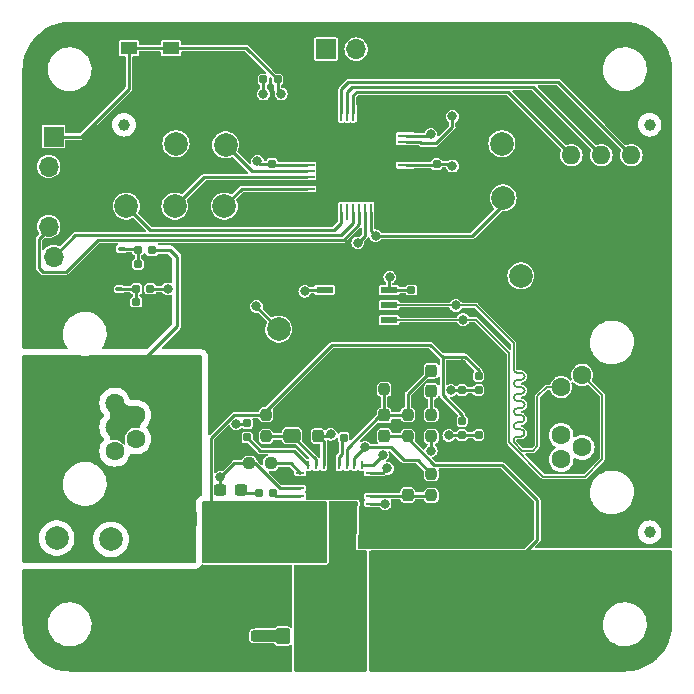
<source format=gbr>
%TF.GenerationSoftware,KiCad,Pcbnew,7.0.6*%
%TF.CreationDate,2023-09-15T11:23:22-07:00*%
%TF.ProjectId,dmxRx,646d7852-782e-46b6-9963-61645f706362,rev?*%
%TF.SameCoordinates,Original*%
%TF.FileFunction,Copper,L1,Top*%
%TF.FilePolarity,Positive*%
%FSLAX46Y46*%
G04 Gerber Fmt 4.6, Leading zero omitted, Abs format (unit mm)*
G04 Created by KiCad (PCBNEW 7.0.6) date 2023-09-15 11:23:22*
%MOMM*%
%LPD*%
G01*
G04 APERTURE LIST*
G04 Aperture macros list*
%AMRoundRect*
0 Rectangle with rounded corners*
0 $1 Rounding radius*
0 $2 $3 $4 $5 $6 $7 $8 $9 X,Y pos of 4 corners*
0 Add a 4 corners polygon primitive as box body*
4,1,4,$2,$3,$4,$5,$6,$7,$8,$9,$2,$3,0*
0 Add four circle primitives for the rounded corners*
1,1,$1+$1,$2,$3*
1,1,$1+$1,$4,$5*
1,1,$1+$1,$6,$7*
1,1,$1+$1,$8,$9*
0 Add four rect primitives between the rounded corners*
20,1,$1+$1,$2,$3,$4,$5,0*
20,1,$1+$1,$4,$5,$6,$7,0*
20,1,$1+$1,$6,$7,$8,$9,0*
20,1,$1+$1,$8,$9,$2,$3,0*%
G04 Aperture macros list end*
%TA.AperFunction,ComponentPad*%
%ADD10R,1.700000X1.700000*%
%TD*%
%TA.AperFunction,ComponentPad*%
%ADD11O,1.700000X1.700000*%
%TD*%
%TA.AperFunction,SMDPad,CuDef*%
%ADD12RoundRect,0.160000X-0.197500X-0.160000X0.197500X-0.160000X0.197500X0.160000X-0.197500X0.160000X0*%
%TD*%
%TA.AperFunction,ComponentPad*%
%ADD13C,2.000000*%
%TD*%
%TA.AperFunction,SMDPad,CuDef*%
%ADD14C,1.000000*%
%TD*%
%TA.AperFunction,SMDPad,CuDef*%
%ADD15RoundRect,0.160000X-0.160000X0.197500X-0.160000X-0.197500X0.160000X-0.197500X0.160000X0.197500X0*%
%TD*%
%TA.AperFunction,SMDPad,CuDef*%
%ADD16RoundRect,0.250000X0.650000X-0.412500X0.650000X0.412500X-0.650000X0.412500X-0.650000X-0.412500X0*%
%TD*%
%TA.AperFunction,ComponentPad*%
%ADD17C,1.600000*%
%TD*%
%TA.AperFunction,SMDPad,CuDef*%
%ADD18RoundRect,0.237500X0.237500X-0.300000X0.237500X0.300000X-0.237500X0.300000X-0.237500X-0.300000X0*%
%TD*%
%TA.AperFunction,SMDPad,CuDef*%
%ADD19RoundRect,0.155000X0.155000X-0.212500X0.155000X0.212500X-0.155000X0.212500X-0.155000X-0.212500X0*%
%TD*%
%TA.AperFunction,SMDPad,CuDef*%
%ADD20RoundRect,0.100000X-0.217500X-0.100000X0.217500X-0.100000X0.217500X0.100000X-0.217500X0.100000X0*%
%TD*%
%TA.AperFunction,SMDPad,CuDef*%
%ADD21RoundRect,0.160000X0.160000X-0.197500X0.160000X0.197500X-0.160000X0.197500X-0.160000X-0.197500X0*%
%TD*%
%TA.AperFunction,ComponentPad*%
%ADD22R,1.600000X1.600000*%
%TD*%
%TA.AperFunction,ComponentPad*%
%ADD23O,1.600000X1.600000*%
%TD*%
%TA.AperFunction,SMDPad,CuDef*%
%ADD24RoundRect,0.250000X0.475000X-0.337500X0.475000X0.337500X-0.475000X0.337500X-0.475000X-0.337500X0*%
%TD*%
%TA.AperFunction,SMDPad,CuDef*%
%ADD25RoundRect,0.160000X0.197500X0.160000X-0.197500X0.160000X-0.197500X-0.160000X0.197500X-0.160000X0*%
%TD*%
%TA.AperFunction,SMDPad,CuDef*%
%ADD26R,1.400000X1.050000*%
%TD*%
%TA.AperFunction,SMDPad,CuDef*%
%ADD27RoundRect,0.155000X0.212500X0.155000X-0.212500X0.155000X-0.212500X-0.155000X0.212500X-0.155000X0*%
%TD*%
%TA.AperFunction,SMDPad,CuDef*%
%ADD28RoundRect,0.237500X-0.237500X0.250000X-0.237500X-0.250000X0.237500X-0.250000X0.237500X0.250000X0*%
%TD*%
%TA.AperFunction,SMDPad,CuDef*%
%ADD29RoundRect,0.250000X-0.350000X-0.450000X0.350000X-0.450000X0.350000X0.450000X-0.350000X0.450000X0*%
%TD*%
%TA.AperFunction,SMDPad,CuDef*%
%ADD30RoundRect,0.250000X-1.100000X0.412500X-1.100000X-0.412500X1.100000X-0.412500X1.100000X0.412500X0*%
%TD*%
%TA.AperFunction,SMDPad,CuDef*%
%ADD31R,1.460500X0.558800*%
%TD*%
%TA.AperFunction,SMDPad,CuDef*%
%ADD32RoundRect,0.237500X0.300000X0.237500X-0.300000X0.237500X-0.300000X-0.237500X0.300000X-0.237500X0*%
%TD*%
%TA.AperFunction,SMDPad,CuDef*%
%ADD33R,1.346200X0.279400*%
%TD*%
%TA.AperFunction,SMDPad,CuDef*%
%ADD34R,0.279400X1.346200*%
%TD*%
%TA.AperFunction,SMDPad,CuDef*%
%ADD35R,0.711200X0.254000*%
%TD*%
%TA.AperFunction,SMDPad,CuDef*%
%ADD36R,0.254000X0.711200*%
%TD*%
%TA.AperFunction,SMDPad,CuDef*%
%ADD37R,4.851400X2.362200*%
%TD*%
%TA.AperFunction,SMDPad,CuDef*%
%ADD38R,2.133600X2.692400*%
%TD*%
%TA.AperFunction,SMDPad,CuDef*%
%ADD39R,2.387600X2.692400*%
%TD*%
%TA.AperFunction,SMDPad,CuDef*%
%ADD40R,0.762000X2.032000*%
%TD*%
%TA.AperFunction,SMDPad,CuDef*%
%ADD41RoundRect,0.155000X-0.155000X0.212500X-0.155000X-0.212500X0.155000X-0.212500X0.155000X0.212500X0*%
%TD*%
%TA.AperFunction,SMDPad,CuDef*%
%ADD42R,2.930000X5.500000*%
%TD*%
%TA.AperFunction,SMDPad,CuDef*%
%ADD43RoundRect,0.237500X-0.250000X-0.237500X0.250000X-0.237500X0.250000X0.237500X-0.250000X0.237500X0*%
%TD*%
%TA.AperFunction,ViaPad*%
%ADD44C,0.800000*%
%TD*%
%TA.AperFunction,ViaPad*%
%ADD45C,0.600000*%
%TD*%
%TA.AperFunction,Conductor*%
%ADD46C,0.250000*%
%TD*%
%TA.AperFunction,Conductor*%
%ADD47C,0.140000*%
%TD*%
%TA.AperFunction,Conductor*%
%ADD48C,1.000000*%
%TD*%
G04 APERTURE END LIST*
D10*
%TO.P,J1,1,Pin_1*%
%TO.N,MCLR*%
X152633200Y-89700000D03*
D11*
%TO.P,J1,2,Pin_2*%
%TO.N,+5V*%
X152226800Y-92240000D03*
%TO.P,J1,3,Pin_3*%
%TO.N,GND*%
X152633200Y-94780000D03*
%TO.P,J1,4,Pin_4*%
%TO.N,ICSPDAT*%
X152226800Y-97320000D03*
%TO.P,J1,5,Pin_5*%
%TO.N,ICSPCLK*%
X152633200Y-99860000D03*
%TD*%
D12*
%TO.P,R17,1*%
%TO.N,Net-(D1-A)*%
X159772500Y-99280000D03*
%TO.P,R17,2*%
%TO.N,+48V*%
X160967500Y-99280000D03*
%TD*%
D13*
%TO.P,TP5,1,1*%
%TO.N,DOUT*%
X190700000Y-94900000D03*
%TD*%
D14*
%TO.P,FID3,*%
%TO.N,*%
X203100000Y-88700000D03*
%TD*%
D15*
%TO.P,R8,1*%
%TO.N,GND*%
X177200000Y-114002500D03*
%TO.P,R8,2*%
%TO.N,Net-(U2B-AGND)*%
X177200000Y-115197500D03*
%TD*%
D14*
%TO.P,FID2,*%
%TO.N,*%
X203100000Y-123200000D03*
%TD*%
D16*
%TO.P,C11,1*%
%TO.N,+5V*%
X187021399Y-125741101D03*
%TO.P,C11,2*%
%TO.N,GND*%
X187021399Y-122616101D03*
%TD*%
D17*
%TO.P,CON2,1,1*%
%TO.N,+48V*%
X195600000Y-117040000D03*
%TO.P,CON2,2,2*%
X197380000Y-116020000D03*
%TO.P,CON2,3,3*%
X195600000Y-115000000D03*
%TO.P,CON2,4,4*%
%TO.N,GND*%
X197380000Y-113980000D03*
%TO.P,CON2,5,5*%
X195600000Y-112960000D03*
%TO.P,CON2,6,6*%
X197380000Y-111940000D03*
%TO.P,CON2,7,7*%
%TO.N,D-*%
X195600000Y-110920000D03*
%TO.P,CON2,8,8*%
%TO.N,D+*%
X197380000Y-109900000D03*
%TD*%
D18*
%TO.P,C10,1*%
%TO.N,Net-(C10-Pad1)*%
X184621399Y-111241101D03*
%TO.P,C10,2*%
%TO.N,FB*%
X184621399Y-109516101D03*
%TD*%
D19*
%TO.P,C18,1*%
%TO.N,GND*%
X185070000Y-93167500D03*
%TO.P,C18,2*%
%TO.N,+5V*%
X185070000Y-92032500D03*
%TD*%
D13*
%TO.P,TP12,1,1*%
%TO.N,VDD*%
X192200000Y-101500000D03*
%TD*%
D20*
%TO.P,D1,1,K*%
%TO.N,GND*%
X157582500Y-99200000D03*
%TO.P,D1,2,A*%
%TO.N,Net-(D1-A)*%
X158397500Y-99200000D03*
%TD*%
D21*
%TO.P,R1,1*%
%TO.N,Net-(U2A-FREQ)*%
X187221399Y-111176101D03*
%TO.P,R1,2*%
%TO.N,GND*%
X187221399Y-109981101D03*
%TD*%
D22*
%TO.P,SW1,1*%
%TO.N,GND*%
X196475000Y-98900000D03*
D23*
%TO.P,SW1,2*%
X199015000Y-98900000D03*
%TO.P,SW1,3*%
X201555000Y-98900000D03*
%TO.P,SW1,4*%
%TO.N,Net-(U1A-RD3)*%
X201555000Y-91280000D03*
%TO.P,SW1,5*%
%TO.N,Net-(U1A-RD2)*%
X199015000Y-91280000D03*
%TO.P,SW1,6*%
%TO.N,Net-(U1A-RD1)*%
X196475000Y-91280000D03*
%TD*%
D13*
%TO.P,TP2,1,1*%
%TO.N,Net-(U1A-RB1)*%
X162900000Y-95600000D03*
%TD*%
D24*
%TO.P,C3,1*%
%TO.N,Net-(U2B-SVIN)*%
X172821399Y-115016101D03*
%TO.P,C3,2*%
%TO.N,GND*%
X172821399Y-112941101D03*
%TD*%
D25*
%TO.P,R20,1*%
%TO.N,GND*%
X160827500Y-103700000D03*
%TO.P,R20,2*%
%TO.N,Net-(D2-A)*%
X159632500Y-103700000D03*
%TD*%
D10*
%TO.P,J2,1,Pin_1*%
%TO.N,+5V*%
X175705000Y-82300000D03*
D11*
%TO.P,J2,2,Pin_2*%
%TO.N,DOUT*%
X178245000Y-82300000D03*
%TO.P,J2,3,Pin_3*%
%TO.N,GND*%
X180785000Y-82300000D03*
%TD*%
D13*
%TO.P,TP4,1,1*%
%TO.N,Net-(U1A-RB4)*%
X158800000Y-95600000D03*
%TD*%
D12*
%TO.P,R19,1*%
%TO.N,Net-(D2-A)*%
X159632500Y-102600000D03*
%TO.P,R19,2*%
%TO.N,+5V*%
X160827500Y-102600000D03*
%TD*%
%TO.P,R16,1*%
%TO.N,+5V*%
X170402500Y-84870000D03*
%TO.P,R16,2*%
%TO.N,MCLR*%
X171597500Y-84870000D03*
%TD*%
D15*
%TO.P,R4,1*%
%TO.N,GND*%
X188621399Y-113783601D03*
%TO.P,R4,2*%
%TO.N,Net-(U2A-EN)*%
X188621399Y-114978601D03*
%TD*%
D26*
%TO.P,SW2,2,2*%
%TO.N,GND*%
X159000000Y-80775000D03*
X162600000Y-80775000D03*
%TO.P,SW2,1,1*%
%TO.N,MCLR*%
X159000000Y-82225000D03*
X162600000Y-82225000D03*
%TD*%
D20*
%TO.P,D2,1,K*%
%TO.N,GND*%
X157392500Y-102600000D03*
%TO.P,D2,2,A*%
%TO.N,Net-(D2-A)*%
X158207500Y-102600000D03*
%TD*%
D27*
%TO.P,C19,1*%
%TO.N,GND*%
X184067500Y-102700000D03*
%TO.P,C19,2*%
%TO.N,+5V*%
X182932500Y-102700000D03*
%TD*%
D28*
%TO.P,R13,1*%
%TO.N,VDD*%
X184621399Y-118266101D03*
%TO.P,R13,2*%
%TO.N,Net-(U2B-PVDD)*%
X184621399Y-120091101D03*
%TD*%
D29*
%TO.P,R14,1*%
%TO.N,Net-(C16-Pad1)*%
X172021399Y-131978601D03*
%TO.P,R14,2*%
%TO.N,SW*%
X174021399Y-131978601D03*
%TD*%
D13*
%TO.P,TP7,1,1*%
%TO.N,GND*%
X167600000Y-105900000D03*
%TD*%
D30*
%TO.P,C8,1*%
%TO.N,VIN*%
X167021399Y-124416101D03*
%TO.P,C8,2*%
%TO.N,GND*%
X167021399Y-127541101D03*
%TD*%
D31*
%TO.P,U3,1,RO*%
%TO.N,DMX DATA IN*%
X175575850Y-102695000D03*
%TO.P,U3,2,\u002ARE*%
%TO.N,GND*%
X175575850Y-103965000D03*
%TO.P,U3,3,DE*%
X175575850Y-105235000D03*
%TO.P,U3,4,DI*%
X175575850Y-106505000D03*
%TO.P,U3,5,GND*%
X181024150Y-106505000D03*
%TO.P,U3,6,A*%
%TO.N,D+*%
X181024150Y-105235000D03*
%TO.P,U3,7,B*%
%TO.N,D-*%
X181024150Y-103965000D03*
%TO.P,U3,8,VCC*%
%TO.N,+5V*%
X181024150Y-102695000D03*
%TD*%
D32*
%TO.P,C16,1*%
%TO.N,Net-(C16-Pad1)*%
X169883899Y-131978601D03*
%TO.P,C16,2*%
%TO.N,GND*%
X168158899Y-131978601D03*
%TD*%
D16*
%TO.P,C12,1*%
%TO.N,+5V*%
X184421399Y-125703601D03*
%TO.P,C12,2*%
%TO.N,GND*%
X184421399Y-122578601D03*
%TD*%
D24*
%TO.P,C14,1*%
%TO.N,+5V*%
X189421399Y-125816101D03*
%TO.P,C14,2*%
%TO.N,GND*%
X189421399Y-123741101D03*
%TD*%
D28*
%TO.P,R7,1*%
%TO.N,VIN*%
X170621399Y-113266101D03*
%TO.P,R7,2*%
%TO.N,Net-(U2B-SVIN)*%
X170621399Y-115091101D03*
%TD*%
%TO.P,R15,1*%
%TO.N,Net-(C10-Pad1)*%
X184621399Y-113266101D03*
%TO.P,R15,2*%
%TO.N,SW*%
X184621399Y-115091101D03*
%TD*%
D32*
%TO.P,C4,1*%
%TO.N,Net-(C4-Pad1)*%
X168483899Y-119653600D03*
%TO.P,C4,2*%
%TO.N,SW*%
X166758899Y-119653600D03*
%TD*%
D18*
%TO.P,C1,1*%
%TO.N,VDD*%
X175021399Y-115041101D03*
%TO.P,C1,2*%
%TO.N,GND*%
X175021399Y-113316101D03*
%TD*%
D28*
%TO.P,R9,1*%
%TO.N,GND*%
X180621399Y-109266101D03*
%TO.P,R9,2*%
%TO.N,FB*%
X180621399Y-111091101D03*
%TD*%
D33*
%TO.P,U1,1,RC7*%
%TO.N,GND*%
X174081700Y-89130000D03*
%TO.P,U1,2,RD4*%
X174081700Y-89629999D03*
%TO.P,U1,3,RD5*%
X174081700Y-90130001D03*
%TO.P,U1,4,RD6*%
X174081700Y-90630000D03*
%TO.P,U1,5,RD7*%
X174081700Y-91129999D03*
%TO.P,U1,6,VSS*%
X174081700Y-91630000D03*
%TO.P,U1,7,VDD*%
%TO.N,+5V*%
X174081700Y-92130000D03*
%TO.P,U1,8,RB0*%
%TO.N,Net-(U1A-RB0)*%
X174081700Y-92630001D03*
%TO.P,U1,9,RB1*%
%TO.N,Net-(U1A-RB1)*%
X174081700Y-93130000D03*
%TO.P,U1,10,RB2*%
%TO.N,GND*%
X174081700Y-93629999D03*
%TO.P,U1,11,RB3*%
%TO.N,Net-(U1A-RB3)*%
X174081700Y-94130001D03*
%TO.P,U1,12,RF4*%
%TO.N,GND*%
X174081700Y-94630000D03*
D34*
%TO.P,U1,13,RF5*%
X175510000Y-96058300D03*
%TO.P,U1,14,RF6*%
X176009999Y-96058300D03*
%TO.P,U1,15,RF7*%
X176510001Y-96058300D03*
%TO.P,U1,16,RB4*%
%TO.N,Net-(U1A-RB4)*%
X177010000Y-96058300D03*
%TO.P,U1,17,RB5*%
%TO.N,FLOAT*%
X177509999Y-96058300D03*
%TO.P,U1,18,RB6/ICSPCLK*%
%TO.N,ICSPCLK*%
X178010000Y-96058300D03*
%TO.P,U1,19,RB7/ICSPDAT*%
%TO.N,ICSPDAT*%
X178510000Y-96058300D03*
%TO.P,U1,20,RE3/\u002AMCLR/VPP*%
%TO.N,MCLR*%
X179010001Y-96058300D03*
%TO.P,U1,21,RA0*%
%TO.N,DOUT*%
X179510000Y-96058300D03*
%TO.P,U1,22,RA1*%
%TO.N,GND*%
X180009999Y-96058300D03*
%TO.P,U1,23,RA2*%
X180510001Y-96058300D03*
%TO.P,U1,24,RA3*%
X181010000Y-96058300D03*
D33*
%TO.P,U1,25,RA4*%
X182438300Y-94630000D03*
%TO.P,U1,26,RA5*%
X182438300Y-94130001D03*
%TO.P,U1,27,RE0*%
X182438300Y-93629999D03*
%TO.P,U1,28,RE1*%
X182438300Y-93130000D03*
%TO.P,U1,29,RE2*%
X182438300Y-92630001D03*
%TO.P,U1,30,VDD*%
%TO.N,+5V*%
X182438300Y-92130000D03*
%TO.P,U1,31,VSS*%
%TO.N,GND*%
X182438300Y-91630000D03*
%TO.P,U1,32,RA7*%
X182438300Y-91129999D03*
%TO.P,U1,33,RA6*%
X182438300Y-90630000D03*
%TO.P,U1,34,RC0*%
%TO.N,Net-(U1A-RC0)*%
X182438300Y-90130001D03*
%TO.P,U1,35,RC1*%
%TO.N,DMX DATA IN*%
X182438300Y-89629999D03*
%TO.P,U1,36,RF0*%
%TO.N,GND*%
X182438300Y-89130000D03*
D34*
%TO.P,U1,37,RF1*%
X181010000Y-87701700D03*
%TO.P,U1,38,RF2*%
X180510001Y-87701700D03*
%TO.P,U1,39,RF3*%
X180009999Y-87701700D03*
%TO.P,U1,40,RC2*%
X179510000Y-87701700D03*
%TO.P,U1,41,RC3*%
X179010001Y-87701700D03*
%TO.P,U1,42,RD0*%
X178510000Y-87701700D03*
%TO.P,U1,43,RD1*%
%TO.N,Net-(U1A-RD1)*%
X178010000Y-87701700D03*
%TO.P,U1,44,RD2*%
%TO.N,Net-(U1A-RD2)*%
X177509999Y-87701700D03*
%TO.P,U1,45,RD3*%
%TO.N,Net-(U1A-RD3)*%
X177010000Y-87701700D03*
%TO.P,U1,46,RC4*%
%TO.N,GND*%
X176510001Y-87701700D03*
%TO.P,U1,47,RC5*%
X176009999Y-87701700D03*
%TO.P,U1,48,RC6*%
X175510000Y-87701700D03*
%TD*%
D13*
%TO.P,TP11,1,1*%
%TO.N,SW*%
X152900000Y-123700000D03*
%TD*%
D35*
%TO.P,U2,1,ILIM*%
%TO.N,ILIM*%
X173528599Y-118178601D03*
%TO.P,U2,2,PGND*%
%TO.N,GND*%
X173528599Y-118828599D03*
%TO.P,U2,3,SW*%
%TO.N,SW*%
X173528599Y-119478601D03*
%TO.P,U2,4,BST*%
%TO.N,Net-(U2A-BST)*%
X173528599Y-120128599D03*
%TO.P,U2,5,PVIN*%
%TO.N,VIN*%
X173528599Y-120778601D03*
%TO.P,U2,6,PVIN*%
X173528599Y-121428599D03*
%TO.P,U2,7,PVIN*%
X173528599Y-122078601D03*
%TO.P,U2,8,PVIN*%
X173528599Y-122728599D03*
D36*
%TO.P,U2,9,PVIN*%
X174200000Y-123400000D03*
%TO.P,U2,10,PVIN*%
X174849998Y-123400000D03*
%TO.P,U2,11,PVIN*%
X175500000Y-123400000D03*
%TO.P,U2,12,SW*%
%TO.N,SW*%
X176149998Y-123400000D03*
%TO.P,U2,13,SW*%
X176800000Y-123400000D03*
%TO.P,U2,14,SW*%
X177449998Y-123400000D03*
%TO.P,U2,15,SW*%
X178100000Y-123400000D03*
%TO.P,U2,16,PGND*%
%TO.N,GND*%
X178749998Y-123400000D03*
D35*
%TO.P,U2,17,PGND*%
X179421399Y-122728599D03*
%TO.P,U2,18,PGND*%
X179421399Y-122078601D03*
%TO.P,U2,19,PGND*%
X179421399Y-121428599D03*
%TO.P,U2,20,SW*%
%TO.N,SW*%
X179421399Y-120778601D03*
%TO.P,U2,21,PVDD*%
%TO.N,Net-(U2B-PVDD)*%
X179421399Y-120128599D03*
%TO.P,U2,22,PGND*%
%TO.N,GND*%
X179421399Y-119478601D03*
%TO.P,U2,23,EXTVDD*%
X179421399Y-118828599D03*
%TO.P,U2,24,EN*%
%TO.N,Net-(U2A-EN)*%
X179421399Y-118178601D03*
D36*
%TO.P,U2,25,FREQ*%
%TO.N,Net-(U2A-FREQ)*%
X178749998Y-117507200D03*
%TO.P,U2,26,MODE*%
%TO.N,VDD*%
X178100000Y-117507200D03*
%TO.P,U2,27,FB*%
%TO.N,FB*%
X177449998Y-117507200D03*
%TO.P,U2,28,AGND*%
%TO.N,Net-(U2B-AGND)*%
X176800000Y-117507200D03*
%TO.P,U2,29,PGND*%
%TO.N,GND*%
X176149998Y-117507200D03*
%TO.P,U2,30,VDD*%
%TO.N,VDD*%
X175500000Y-117507200D03*
%TO.P,U2,31,SVIN*%
%TO.N,Net-(U2B-SVIN)*%
X174849998Y-117507200D03*
%TO.P,U2,32,PG*%
%TO.N,Net-(U2A-PG)*%
X174200000Y-117507200D03*
D37*
%TO.P,U2,33,PGND*%
%TO.N,GND*%
X176474999Y-119208600D03*
D38*
%TO.P,U2,EP5,PVIN*%
%TO.N,VIN*%
X174694999Y-121948600D03*
D39*
%TO.P,U2,EP12,SW*%
%TO.N,SW*%
X177169999Y-121948600D03*
D40*
%TO.P,U2,EP19,PGND*%
%TO.N,GND*%
X178949999Y-122273600D03*
%TD*%
D41*
%TO.P,C17,1*%
%TO.N,GND*%
X171140000Y-90882500D03*
%TO.P,C17,2*%
%TO.N,+5V*%
X171140000Y-92017500D03*
%TD*%
D13*
%TO.P,TP3,1,1*%
%TO.N,Net-(U1A-RB3)*%
X167100000Y-95600000D03*
%TD*%
D21*
%TO.P,R5,1*%
%TO.N,Net-(U2A-PG)*%
X169021399Y-115176101D03*
%TO.P,R5,2*%
%TO.N,VDD*%
X169021399Y-113981101D03*
%TD*%
D17*
%TO.P,CON1,1,1*%
%TO.N,+48V*%
X159600000Y-109200000D03*
%TO.P,CON1,2,2*%
X157820000Y-110220000D03*
%TO.P,CON1,3,3*%
X159600000Y-111240000D03*
%TO.P,CON1,4,4*%
%TO.N,GND*%
X157820000Y-112260000D03*
%TO.P,CON1,5,5*%
X159600000Y-113280000D03*
%TO.P,CON1,6,6*%
X157820000Y-114300000D03*
%TO.P,CON1,7,7*%
%TO.N,D-*%
X159600000Y-115320000D03*
%TO.P,CON1,8,8*%
%TO.N,D+*%
X157820000Y-116340000D03*
%TD*%
D13*
%TO.P,TP6,1,1*%
%TO.N,DMX DATA IN*%
X190600000Y-90300000D03*
%TD*%
D15*
%TO.P,R3,1*%
%TO.N,VIN*%
X188621399Y-109981101D03*
%TO.P,R3,2*%
%TO.N,Net-(U2A-FREQ)*%
X188621399Y-111176101D03*
%TD*%
D13*
%TO.P,TP8,1,1*%
%TO.N,+5V*%
X171700000Y-106000000D03*
%TD*%
D30*
%TO.P,C9,1*%
%TO.N,VIN*%
X170221399Y-124416101D03*
%TO.P,C9,2*%
%TO.N,GND*%
X170221399Y-127541101D03*
%TD*%
%TO.P,C6,1*%
%TO.N,+48V*%
X163221399Y-124416101D03*
%TO.P,C6,2*%
%TO.N,GND*%
X163221399Y-127541101D03*
%TD*%
D18*
%TO.P,C2,1*%
%TO.N,+5V*%
X180621399Y-115041101D03*
%TO.P,C2,2*%
%TO.N,FB*%
X180621399Y-113316101D03*
%TD*%
D14*
%TO.P,FID1,*%
%TO.N,*%
X158600000Y-88700000D03*
%TD*%
D24*
%TO.P,C15,1*%
%TO.N,+5V*%
X191621399Y-125816101D03*
%TO.P,C15,2*%
%TO.N,GND*%
X191621399Y-123741101D03*
%TD*%
D18*
%TO.P,C5,1*%
%TO.N,Net-(U2B-PVDD)*%
X182621399Y-120041101D03*
%TO.P,C5,2*%
%TO.N,GND*%
X182621399Y-118316101D03*
%TD*%
D13*
%TO.P,TP10,1,1*%
%TO.N,Net-(U1A-RC0)*%
X163000000Y-90300000D03*
%TD*%
D42*
%TO.P,L1,1,1*%
%TO.N,SW*%
X177130000Y-130500000D03*
%TO.P,L1,2,2*%
%TO.N,+5V*%
X182670000Y-130500000D03*
%TD*%
D12*
%TO.P,R12,1*%
%TO.N,Net-(C4-Pad1)*%
X170023899Y-119853600D03*
%TO.P,R12,2*%
%TO.N,Net-(U2A-BST)*%
X171218899Y-119853600D03*
%TD*%
D29*
%TO.P,FB1,1*%
%TO.N,+48V*%
X164167799Y-122053600D03*
%TO.P,FB1,2*%
%TO.N,VIN*%
X166167799Y-122053600D03*
%TD*%
D43*
%TO.P,R10,1*%
%TO.N,SW*%
X169196399Y-117378601D03*
%TO.P,R10,2*%
%TO.N,ILIM*%
X171021399Y-117378601D03*
%TD*%
D15*
%TO.P,R2,1*%
%TO.N,VIN*%
X187221399Y-113781101D03*
%TO.P,R2,2*%
%TO.N,Net-(U2A-EN)*%
X187221399Y-114976101D03*
%TD*%
D13*
%TO.P,TP9,1,1*%
%TO.N,VIN*%
X157500000Y-123800000D03*
%TD*%
%TO.P,TP1,1,1*%
%TO.N,Net-(U1A-RB0)*%
X167200000Y-90400000D03*
%TD*%
D16*
%TO.P,C13,1*%
%TO.N,+5V*%
X181821399Y-125703601D03*
%TO.P,C13,2*%
%TO.N,GND*%
X181821399Y-122578601D03*
%TD*%
D28*
%TO.P,R6,1*%
%TO.N,FB*%
X182621399Y-113266101D03*
%TO.P,R6,2*%
%TO.N,+5V*%
X182621399Y-115091101D03*
%TD*%
D25*
%TO.P,R18,1*%
%TO.N,GND*%
X160977500Y-100510000D03*
%TO.P,R18,2*%
%TO.N,Net-(D1-A)*%
X159782500Y-100510000D03*
%TD*%
D44*
%TO.N,+5V*%
X194900000Y-128400000D03*
X198900000Y-125400000D03*
X190900000Y-127400000D03*
X186900000Y-130400000D03*
X196900000Y-131400000D03*
X198900000Y-126400000D03*
X185900000Y-129400000D03*
X193900000Y-133400000D03*
X185900000Y-131400000D03*
X189900000Y-130400000D03*
X191900000Y-127400000D03*
X196900000Y-129400000D03*
X203000000Y-125400000D03*
X195900000Y-127400000D03*
X190900000Y-131400000D03*
X189900000Y-132400000D03*
X196900000Y-133400000D03*
X186900000Y-129400000D03*
X185900000Y-130400000D03*
X187900000Y-133400000D03*
X195900000Y-131400000D03*
X202000000Y-125400000D03*
X193900000Y-132400000D03*
X190900000Y-128400000D03*
X187900000Y-132400000D03*
X196900000Y-127400000D03*
X185900000Y-127400000D03*
X192900000Y-132400000D03*
X194900000Y-130400000D03*
X199900000Y-126400000D03*
X196900000Y-126400000D03*
X194900000Y-131400000D03*
X193900000Y-127400000D03*
X195900000Y-126400000D03*
X202000000Y-126400000D03*
X185900000Y-132400000D03*
X169800000Y-104080500D03*
X188900000Y-131400000D03*
X186900000Y-132400000D03*
X191900000Y-132400000D03*
X186900000Y-133400000D03*
X189900000Y-127400000D03*
X191900000Y-130400000D03*
X186900000Y-127400000D03*
X190900000Y-130400000D03*
X190900000Y-133400000D03*
X191900000Y-129400000D03*
X192900000Y-133400000D03*
X187900000Y-128400000D03*
X188900000Y-133400000D03*
X169900000Y-91800000D03*
X192900000Y-128400000D03*
X195900000Y-128400000D03*
X185900000Y-133400000D03*
X190900000Y-132400000D03*
X188900000Y-127400000D03*
X194900000Y-126400000D03*
X195900000Y-130400000D03*
X192900000Y-129400000D03*
X188900000Y-129400000D03*
X187900000Y-131400000D03*
X187900000Y-130400000D03*
X194900000Y-133400000D03*
X189900000Y-128400000D03*
X181100000Y-101600000D03*
X170400000Y-86100000D03*
X189900000Y-133400000D03*
X191900000Y-128400000D03*
X193900000Y-131400000D03*
X188900000Y-128400000D03*
X195900000Y-133400000D03*
X190900000Y-129400000D03*
X187900000Y-127400000D03*
X191900000Y-131400000D03*
X186400000Y-92200000D03*
X195900000Y-129400000D03*
X188900000Y-132400000D03*
X189900000Y-129400000D03*
X194900000Y-125400000D03*
X196900000Y-132400000D03*
X192900000Y-130400000D03*
X200900000Y-125400000D03*
X199900000Y-125400000D03*
X203000000Y-126400000D03*
X200900000Y-126400000D03*
X187900000Y-129400000D03*
X189900000Y-131400000D03*
X194900000Y-127400000D03*
X196900000Y-128400000D03*
X188900000Y-130400000D03*
X196900000Y-125400000D03*
X186900000Y-128400000D03*
X194900000Y-129400000D03*
X197900000Y-126400000D03*
X193900000Y-125400000D03*
X195900000Y-125400000D03*
X195900000Y-132400000D03*
X191900000Y-133400000D03*
X193900000Y-129400000D03*
X192900000Y-127400000D03*
X192900000Y-131400000D03*
X196900000Y-130400000D03*
X185900000Y-128400000D03*
X193900000Y-130400000D03*
X193900000Y-128400000D03*
X186900000Y-131400000D03*
X193900000Y-126400000D03*
X162300000Y-102600000D03*
X194900000Y-132400000D03*
X197900000Y-125400000D03*
%TO.N,D+*%
X187300000Y-105200000D03*
%TO.N,D-*%
X186700000Y-104000000D03*
%TO.N,MCLR*%
X171900000Y-86100000D03*
X178400000Y-98700000D03*
%TO.N,DOUT*%
X179900000Y-98100000D03*
%TO.N,DMX DATA IN*%
X173900000Y-102800000D03*
X184575354Y-89525354D03*
%TO.N,VIN*%
X167900000Y-121900000D03*
%TO.N,SW*%
X174000000Y-126800000D03*
X180700000Y-120793099D03*
X166758899Y-118541101D03*
X184600000Y-116300000D03*
%TO.N,GND*%
X169100000Y-133500000D03*
X166100000Y-129400000D03*
X167100000Y-133500000D03*
X162100000Y-129400000D03*
X191400000Y-120100000D03*
X168100000Y-130400000D03*
X159100000Y-129400000D03*
X166100000Y-133500000D03*
X159100000Y-131400000D03*
X166100000Y-131400000D03*
X161100000Y-132400000D03*
X168100000Y-129400000D03*
X176300000Y-89800000D03*
X159100000Y-130400000D03*
X160100000Y-129400000D03*
X188000000Y-120400000D03*
X178300000Y-92800000D03*
X176300000Y-93900000D03*
X164100000Y-132400000D03*
D45*
X175200000Y-119100000D03*
D44*
X177300000Y-92800000D03*
X179300000Y-93900000D03*
X158100000Y-132400000D03*
X161100000Y-133500000D03*
X167100000Y-132400000D03*
D45*
X178000000Y-119100000D03*
D44*
X165100000Y-129400000D03*
X181030127Y-118930127D03*
X171100000Y-133500000D03*
X161100000Y-130400000D03*
X166100000Y-130400000D03*
D45*
X178000000Y-119800000D03*
D44*
X189000000Y-122400000D03*
X170100000Y-129400000D03*
X190500000Y-119200000D03*
X189000000Y-119400000D03*
X167100000Y-129400000D03*
X188600000Y-112800000D03*
D45*
X175900000Y-119800000D03*
D44*
X158100000Y-131400000D03*
X172800000Y-111700000D03*
X177300000Y-89800000D03*
X160100000Y-133500000D03*
X186000000Y-121400000D03*
X161100000Y-127400000D03*
X160100000Y-127400000D03*
X162100000Y-133500000D03*
X160100000Y-130400000D03*
D45*
X174500000Y-118400000D03*
D44*
X164100000Y-131400000D03*
X189000000Y-118400000D03*
X190500000Y-121000000D03*
X176300000Y-92800000D03*
X187200000Y-109000000D03*
X167100000Y-130400000D03*
X179300000Y-91800000D03*
X180300000Y-90800000D03*
X180300000Y-89800000D03*
X160100000Y-131400000D03*
X188000000Y-121400000D03*
D45*
X178000000Y-118400000D03*
D44*
X171100000Y-130400000D03*
X191000000Y-122400000D03*
X177200000Y-113100000D03*
D45*
X175900000Y-118400000D03*
D44*
X165100000Y-132400000D03*
D45*
X178900000Y-122800000D03*
D44*
X164100000Y-133500000D03*
D45*
X176600000Y-119100000D03*
D44*
X180600000Y-108000000D03*
X159100000Y-133500000D03*
X159100000Y-127400000D03*
D45*
X177300000Y-119100000D03*
D44*
X190000000Y-122400000D03*
X162100000Y-131400000D03*
D45*
X174500000Y-119100000D03*
D44*
X180300000Y-92800000D03*
X179300000Y-90800000D03*
X170100000Y-130400000D03*
X165100000Y-130400000D03*
X189000000Y-121400000D03*
D45*
X178900000Y-121600000D03*
D44*
X192000000Y-122400000D03*
X163100000Y-129400000D03*
X167100000Y-131400000D03*
X163100000Y-133500000D03*
X163100000Y-131400000D03*
X191400000Y-121000000D03*
X187000000Y-121400000D03*
D45*
X174500000Y-119800000D03*
D44*
X186000000Y-118400000D03*
X165340000Y-103910000D03*
X180300000Y-91800000D03*
X162100000Y-132400000D03*
X175000000Y-112100000D03*
X192300000Y-121000000D03*
X177300000Y-90800000D03*
X158100000Y-129400000D03*
D45*
X176600000Y-118400000D03*
D44*
X161100000Y-128400000D03*
X171100000Y-129400000D03*
X176300000Y-91800000D03*
D45*
X175900000Y-119100000D03*
D44*
X172100000Y-130400000D03*
X165100000Y-133500000D03*
X158100000Y-127400000D03*
X165100000Y-131400000D03*
X172000000Y-118700000D03*
D45*
X177300000Y-119800000D03*
D44*
X178300000Y-91800000D03*
X160100000Y-132400000D03*
X168100000Y-133500000D03*
X179300000Y-89800000D03*
X188000000Y-118400000D03*
X178300000Y-89800000D03*
X158100000Y-130400000D03*
D45*
X177300000Y-118400000D03*
D44*
X166100000Y-132400000D03*
X169100000Y-129400000D03*
X164100000Y-130400000D03*
X176266759Y-116148648D03*
X172100000Y-133500000D03*
D45*
X178900000Y-122200000D03*
D44*
X160100000Y-128400000D03*
X169100000Y-130400000D03*
X176300000Y-90800000D03*
X190500000Y-120100000D03*
X178300000Y-90800000D03*
X187000000Y-120400000D03*
X162100000Y-130400000D03*
X161100000Y-131400000D03*
X159100000Y-132400000D03*
X159100000Y-128400000D03*
X188000000Y-119400000D03*
X189000000Y-120400000D03*
X163100000Y-130400000D03*
X186000000Y-120400000D03*
X186000000Y-119400000D03*
X164100000Y-129400000D03*
X177300000Y-93900000D03*
X163100000Y-132400000D03*
X178300000Y-93900000D03*
X187000000Y-118400000D03*
X187000000Y-119400000D03*
X180300000Y-93900000D03*
D45*
X176600000Y-119800000D03*
X175200000Y-118400000D03*
D44*
X179300000Y-92800000D03*
X177300000Y-91800000D03*
X170100000Y-133500000D03*
X158100000Y-128400000D03*
X172100000Y-129400000D03*
D45*
X175200000Y-119800000D03*
D44*
X158100000Y-133500000D03*
X161100000Y-129400000D03*
%TO.N,VDD*%
X176100000Y-114900000D03*
X179000000Y-116000000D03*
X168119873Y-114019873D03*
%TO.N,Net-(U1A-RC0)*%
X186400000Y-88000000D03*
%TO.N,Net-(U2A-FREQ)*%
X186264500Y-111188502D03*
X180500000Y-116664500D03*
%TO.N,Net-(U2A-EN)*%
X180900000Y-117800000D03*
X186100000Y-115000000D03*
%TD*%
D46*
%TO.N,ICSPDAT*%
X151400000Y-98350000D02*
X152430000Y-97320000D01*
X151730000Y-101140000D02*
X151400000Y-100810000D01*
X156375000Y-98425000D02*
X153660000Y-101140000D01*
X178510000Y-97110001D02*
X177195001Y-98425000D01*
X177195001Y-98425000D02*
X156375000Y-98425000D01*
X151400000Y-100810000D02*
X151400000Y-98350000D01*
X178510000Y-96058300D02*
X178510000Y-97110001D01*
X153660000Y-101140000D02*
X151730000Y-101140000D01*
%TO.N,ICSPCLK*%
X152633200Y-99860000D02*
X154458200Y-98035000D01*
X155600000Y-98035000D02*
X176956400Y-98035000D01*
X154458200Y-98035000D02*
X155600000Y-98035000D01*
%TO.N,+5V*%
X181024150Y-101675850D02*
X181100000Y-101600000D01*
X185070000Y-92032500D02*
X186232500Y-92032500D01*
X182438300Y-92130000D02*
X184972500Y-92130000D01*
X184873148Y-117513601D02*
X190613601Y-117513601D01*
X193600000Y-120500000D02*
X193600000Y-123837500D01*
X184972500Y-92130000D02*
X185070000Y-92032500D01*
X182571399Y-115041101D02*
X182621399Y-115091101D01*
X190613601Y-117513601D02*
X193600000Y-120500000D01*
X174081700Y-92130000D02*
X171252500Y-92130000D01*
X185047500Y-92130000D02*
X185070000Y-92107500D01*
X181024150Y-102695000D02*
X182927500Y-102695000D01*
X182621399Y-115261852D02*
X184873148Y-117513601D01*
X180621399Y-115041101D02*
X182571399Y-115041101D01*
X181024150Y-102695000D02*
X181024150Y-101675850D01*
X160827500Y-102600000D02*
X162300000Y-102600000D01*
X170402500Y-84870000D02*
X170402500Y-86097500D01*
X193600000Y-123837500D02*
X191621399Y-125816101D01*
X169800000Y-104100000D02*
X169800000Y-104080500D01*
X169900000Y-91800000D02*
X170117500Y-92017500D01*
X170117500Y-92017500D02*
X171140000Y-92017500D01*
X171700000Y-106000000D02*
X169800000Y-104100000D01*
X182927500Y-102695000D02*
X182932500Y-102700000D01*
X182621399Y-115091101D02*
X182621399Y-115261852D01*
X171252500Y-92130000D02*
X171140000Y-92017500D01*
X170402500Y-86097500D02*
X170400000Y-86100000D01*
X186232500Y-92032500D02*
X186400000Y-92200000D01*
D47*
%TO.N,D+*%
X187265000Y-105235000D02*
X187300000Y-105200000D01*
X191200000Y-108000000D02*
X191200000Y-115600000D01*
X199100000Y-117000000D02*
X199100000Y-111620000D01*
X188400000Y-105200000D02*
X191200000Y-108000000D01*
X187300000Y-105200000D02*
X188400000Y-105200000D01*
X197600000Y-118500000D02*
X199100000Y-117000000D01*
X181024150Y-105235000D02*
X187265000Y-105235000D01*
X191200000Y-115600000D02*
X194100000Y-118500000D01*
X199100000Y-111620000D02*
X197380000Y-109900000D01*
X194100000Y-118500000D02*
X197600000Y-118500000D01*
%TO.N,D-*%
X191900000Y-109700000D02*
X192216566Y-109700000D01*
X193200000Y-116300000D02*
X193600000Y-115900000D01*
X191600000Y-115600000D02*
X192300000Y-116300000D01*
X192216566Y-112700000D02*
X191900000Y-112700000D01*
X191900000Y-114500000D02*
X192216566Y-114500000D01*
X192216592Y-113900000D02*
X191900000Y-113900000D01*
X192216592Y-111500000D02*
X191900000Y-111500000D01*
X192216566Y-110300000D02*
X191900000Y-110300000D01*
X193600000Y-115900000D02*
X193600000Y-111700000D01*
X181024150Y-103965000D02*
X186665000Y-103965000D01*
X191900000Y-113300000D02*
X192216592Y-113300000D01*
X192216566Y-115100000D02*
X191900000Y-115100000D01*
X191600000Y-107200000D02*
X191600000Y-109400000D01*
X188400000Y-104000000D02*
X191600000Y-107200000D01*
X192300000Y-116300000D02*
X193200000Y-116300000D01*
X194380000Y-110920000D02*
X195600000Y-110920000D01*
X191600000Y-115400000D02*
X191600000Y-115600000D01*
X191900000Y-110900000D02*
X192216592Y-110900000D01*
X186665000Y-103965000D02*
X186700000Y-104000000D01*
X191900000Y-112100000D02*
X192216566Y-112100000D01*
X193600000Y-111700000D02*
X194380000Y-110920000D01*
X186700000Y-104000000D02*
X188400000Y-104000000D01*
X191900000Y-112700000D02*
G75*
G03*
X191600000Y-113000000I0J-300000D01*
G01*
X192216566Y-110299966D02*
G75*
G03*
X192516566Y-110000000I34J299966D01*
G01*
X192516600Y-112400000D02*
G75*
G03*
X192216566Y-112100000I-300000J0D01*
G01*
X192516600Y-111200000D02*
G75*
G03*
X192216592Y-110900000I-300000J0D01*
G01*
X191600000Y-114200000D02*
G75*
G03*
X191900000Y-114500000I300000J0D01*
G01*
X191900000Y-115100000D02*
G75*
G03*
X191600000Y-115400000I0J-300000D01*
G01*
X191600000Y-110600000D02*
G75*
G03*
X191900000Y-110900000I300000J0D01*
G01*
X192216566Y-115099966D02*
G75*
G03*
X192516566Y-114800000I34J299966D01*
G01*
X192516600Y-114800000D02*
G75*
G03*
X192216566Y-114500000I-300000J0D01*
G01*
X191600000Y-109400000D02*
G75*
G03*
X191900000Y-109700000I300000J0D01*
G01*
X192216592Y-113899992D02*
G75*
G03*
X192516592Y-113600000I8J299992D01*
G01*
X192216592Y-111499992D02*
G75*
G03*
X192516592Y-111200000I8J299992D01*
G01*
X191900000Y-111500000D02*
G75*
G03*
X191600000Y-111800000I0J-300000D01*
G01*
X191900000Y-110300000D02*
G75*
G03*
X191600000Y-110600000I0J-300000D01*
G01*
X191600000Y-111800000D02*
G75*
G03*
X191900000Y-112100000I300000J0D01*
G01*
X191600000Y-113000000D02*
G75*
G03*
X191900000Y-113300000I300000J0D01*
G01*
X192516600Y-110000000D02*
G75*
G03*
X192216566Y-109700000I-300000J0D01*
G01*
X192216566Y-112699966D02*
G75*
G03*
X192516566Y-112400000I34J299966D01*
G01*
X191900000Y-113900000D02*
G75*
G03*
X191600000Y-114200000I0J-300000D01*
G01*
X192516600Y-113600000D02*
G75*
G03*
X192216592Y-113300000I-300000J0D01*
G01*
D46*
%TO.N,MCLR*%
X159000000Y-82225000D02*
X162600000Y-82225000D01*
X154940000Y-89700000D02*
X159000000Y-85640000D01*
X152633200Y-89700000D02*
X154940000Y-89700000D01*
X162600000Y-82225000D02*
X168952500Y-82225000D01*
X171597500Y-84870000D02*
X171597500Y-85797500D01*
X171597500Y-85797500D02*
X171900000Y-86100000D01*
X179010001Y-98089999D02*
X179010001Y-96058300D01*
X159000000Y-85640000D02*
X159000000Y-82225000D01*
X178400000Y-98700000D02*
X179010001Y-98089999D01*
X168952500Y-82225000D02*
X171597500Y-84870000D01*
%TO.N,ICSPCLK*%
X176956400Y-98035000D02*
X178010000Y-96981400D01*
X178010000Y-96981400D02*
X178010000Y-96058300D01*
%TO.N,DOUT*%
X188100000Y-98100000D02*
X190700000Y-95500000D01*
X179900000Y-98100000D02*
X179510000Y-97710000D01*
X179900000Y-98100000D02*
X188100000Y-98100000D01*
X179510000Y-97710000D02*
X179510000Y-96058300D01*
%TO.N,Net-(U1A-RD1)*%
X178300000Y-85900000D02*
X178010000Y-86190000D01*
X178010000Y-86190000D02*
X178010000Y-87701700D01*
X191095000Y-85900000D02*
X178300000Y-85900000D01*
X196475000Y-91280000D02*
X191095000Y-85900000D01*
%TO.N,Net-(U1A-RD2)*%
X199015000Y-91280000D02*
X193235000Y-85500000D01*
X177509999Y-85890001D02*
X177509999Y-87701700D01*
X193235000Y-85500000D02*
X177900000Y-85500000D01*
X177900000Y-85500000D02*
X177509999Y-85890001D01*
%TO.N,Net-(U1A-RD3)*%
X195375000Y-85100000D02*
X177600000Y-85100000D01*
X177600000Y-85100000D02*
X177010000Y-85690000D01*
X177010000Y-85690000D02*
X177010000Y-87701700D01*
X201555000Y-91280000D02*
X195375000Y-85100000D01*
%TO.N,DMX DATA IN*%
X174005000Y-102695000D02*
X173900000Y-102800000D01*
X184470709Y-89629999D02*
X182438300Y-89629999D01*
X184575354Y-89525354D02*
X184470709Y-89629999D01*
X175575850Y-102695000D02*
X174005000Y-102695000D01*
%TO.N,Net-(U1A-RB0)*%
X169450000Y-92650000D02*
X167200000Y-90400000D01*
X174061701Y-92650000D02*
X169450000Y-92650000D01*
X174081700Y-92630001D02*
X174061701Y-92650000D01*
%TO.N,Net-(U1A-RB1)*%
X162900000Y-95600000D02*
X165370000Y-93130000D01*
X165370000Y-93130000D02*
X174081700Y-93130000D01*
%TO.N,Net-(U1A-RB3)*%
X167100000Y-95600000D02*
X168569999Y-94130001D01*
X168569999Y-94130001D02*
X174081700Y-94130001D01*
%TO.N,Net-(U1A-RB4)*%
X176391400Y-97600000D02*
X177010000Y-96981400D01*
X177010000Y-96981400D02*
X177010000Y-96058300D01*
X160800000Y-97600000D02*
X176391400Y-97600000D01*
X158800000Y-95600000D02*
X160800000Y-97600000D01*
%TO.N,VIN*%
X170621399Y-113266101D02*
X167933899Y-113266101D01*
X165956399Y-115243601D02*
X165956399Y-121842200D01*
X185600000Y-108400000D02*
X184535000Y-107335000D01*
X188621399Y-109480946D02*
X187475453Y-108335000D01*
X170621399Y-112938148D02*
X170621399Y-113266101D01*
X176224547Y-107335000D02*
X170621399Y-112938148D01*
X187221399Y-113781101D02*
X187221399Y-113238148D01*
X185665000Y-108335000D02*
X185600000Y-108400000D01*
X184535000Y-107335000D02*
X176224547Y-107335000D01*
X187221399Y-113238148D02*
X185600000Y-111616749D01*
X185600000Y-111616749D02*
X185600000Y-108400000D01*
X187475453Y-108335000D02*
X185665000Y-108335000D01*
X188621399Y-109981101D02*
X188621399Y-109480946D01*
X167933899Y-113266101D02*
X165956399Y-115243601D01*
X165956399Y-121842200D02*
X166167799Y-122053600D01*
%TO.N,SW*%
X167921399Y-117378601D02*
X169196399Y-117378601D01*
X169702441Y-117378601D02*
X171802441Y-119478601D01*
X171802441Y-119478601D02*
X173528599Y-119478601D01*
X184621399Y-116278601D02*
X184600000Y-116300000D01*
X166758899Y-119653600D02*
X166758899Y-118541101D01*
X179435897Y-120793099D02*
X179421399Y-120778601D01*
X180700000Y-120793099D02*
X179435897Y-120793099D01*
X169196399Y-117378601D02*
X169702441Y-117378601D01*
X166758899Y-118541101D02*
X167921399Y-117378601D01*
X184621399Y-115091101D02*
X184621399Y-116278601D01*
%TO.N,FB*%
X180621399Y-113316101D02*
X182571399Y-113316101D01*
X180283899Y-113316101D02*
X180621399Y-113316101D01*
X182621399Y-113266101D02*
X182621399Y-111516101D01*
X182621399Y-111516101D02*
X184621399Y-109516101D01*
X182571399Y-113316101D02*
X182621399Y-113266101D01*
X177449998Y-117507200D02*
X177449998Y-116150002D01*
X180621399Y-113316101D02*
X180621399Y-111091101D01*
X177449998Y-116150002D02*
X180283899Y-113316101D01*
%TO.N,GND*%
X180621399Y-109266101D02*
X180621399Y-108021399D01*
X181030127Y-118930127D02*
X180481653Y-119478601D01*
X188621399Y-113783601D02*
X188621399Y-112821399D01*
X180481653Y-119478601D02*
X179421399Y-119478601D01*
X172128599Y-118828599D02*
X172000000Y-118700000D01*
X181030127Y-118930127D02*
X182007373Y-118930127D01*
X182007373Y-118930127D02*
X182621399Y-118316101D01*
X187221399Y-109021399D02*
X187200000Y-109000000D01*
X179421399Y-118828599D02*
X180928599Y-118828599D01*
X175021399Y-112121399D02*
X175000000Y-112100000D01*
X180928599Y-118828599D02*
X181030127Y-118930127D01*
X176149998Y-116265409D02*
X176149998Y-117507200D01*
X167600000Y-105900000D02*
X165610000Y-103910000D01*
X165610000Y-103910000D02*
X165340000Y-103910000D01*
X175021399Y-113316101D02*
X175021399Y-112121399D01*
X173528599Y-118828599D02*
X172128599Y-118828599D01*
X176266759Y-116148648D02*
X176149998Y-116265409D01*
X172821399Y-111721399D02*
X172800000Y-111700000D01*
X180621399Y-108021399D02*
X180600000Y-108000000D01*
X172821399Y-112941101D02*
X172821399Y-111721399D01*
X187221399Y-109981101D02*
X187221399Y-109021399D01*
X177200000Y-114002500D02*
X177200000Y-113100000D01*
X188621399Y-112821399D02*
X188600000Y-112800000D01*
%TO.N,ILIM*%
X173528599Y-118178601D02*
X172728599Y-117378601D01*
X172728599Y-117378601D02*
X171021399Y-117378601D01*
%TO.N,VDD*%
X175500000Y-115519702D02*
X175021399Y-115041101D01*
X178100000Y-116900000D02*
X178100000Y-117507200D01*
X168982627Y-114019873D02*
X169021399Y-113981101D01*
X179000000Y-116000000D02*
X178100000Y-116900000D01*
X175500000Y-117507200D02*
X175500000Y-115519702D01*
X183455298Y-117100000D02*
X184621399Y-118266101D01*
X182300000Y-117100000D02*
X183455298Y-117100000D01*
X175958899Y-115041101D02*
X176100000Y-114900000D01*
X181200000Y-116000000D02*
X182300000Y-117100000D01*
X168119873Y-114019873D02*
X168982627Y-114019873D01*
X179000000Y-116000000D02*
X181200000Y-116000000D01*
X175021399Y-115041101D02*
X175958899Y-115041101D01*
%TO.N,+48V*%
X163075000Y-105725000D02*
X159600000Y-109200000D01*
X162480000Y-99280000D02*
X163075000Y-99875000D01*
X163075000Y-99875000D02*
X163075000Y-105725000D01*
X160967500Y-99280000D02*
X162480000Y-99280000D01*
%TO.N,Net-(D1-A)*%
X158397500Y-99200000D02*
X159692500Y-99200000D01*
X159772500Y-99280000D02*
X159772500Y-100500000D01*
X159692500Y-99200000D02*
X159772500Y-99280000D01*
X159772500Y-100500000D02*
X159782500Y-100510000D01*
%TO.N,Net-(D2-A)*%
X158207500Y-102600000D02*
X159632500Y-102600000D01*
X159632500Y-102600000D02*
X159632500Y-103700000D01*
%TO.N,Net-(U1A-RC0)*%
X186400000Y-88890000D02*
X185010000Y-90280000D01*
X183620001Y-90130001D02*
X182438300Y-90130001D01*
X183770000Y-90280000D02*
X183620001Y-90130001D01*
X186400000Y-88000000D02*
X186400000Y-88890000D01*
X185010000Y-90280000D02*
X183770000Y-90280000D01*
%TO.N,Net-(U2B-SVIN)*%
X174849998Y-117507200D02*
X174849998Y-117044700D01*
X170621399Y-115091101D02*
X172746399Y-115091101D01*
X172746399Y-115091101D02*
X172821399Y-115016101D01*
X174849998Y-117044700D02*
X172821399Y-115016101D01*
%TO.N,Net-(U2B-PVDD)*%
X182680298Y-120100000D02*
X182621399Y-120041101D01*
X184800000Y-120100000D02*
X182680298Y-120100000D01*
X179421399Y-120128599D02*
X182533901Y-120128599D01*
X184791101Y-120091101D02*
X184800000Y-120100000D01*
X184621399Y-120091101D02*
X184791101Y-120091101D01*
X182533901Y-120128599D02*
X182621399Y-120041101D01*
%TO.N,Net-(U2A-FREQ)*%
X186276901Y-111176101D02*
X187221399Y-111176101D01*
X179657300Y-117507200D02*
X178749998Y-117507200D01*
X188621399Y-111176101D02*
X187221399Y-111176101D01*
X186264500Y-111188502D02*
X186276901Y-111176101D01*
X180500000Y-116664500D02*
X179657300Y-117507200D01*
%TO.N,Net-(U2A-EN)*%
X188621399Y-114978601D02*
X187223899Y-114978601D01*
X187197500Y-115000000D02*
X187221399Y-114976101D01*
X186100000Y-115000000D02*
X187197500Y-115000000D01*
X187223899Y-114978601D02*
X187221399Y-114976101D01*
X179421399Y-118178601D02*
X180521399Y-118178601D01*
X180521399Y-118178601D02*
X180900000Y-117800000D01*
%TO.N,Net-(U2A-PG)*%
X174200000Y-117507200D02*
X172992800Y-116300000D01*
X172992800Y-116300000D02*
X170145298Y-116300000D01*
X170145298Y-116300000D02*
X169021399Y-115176101D01*
%TO.N,Net-(U2A-BST)*%
X173528599Y-120128599D02*
X171493898Y-120128599D01*
X171493898Y-120128599D02*
X171218899Y-119853600D01*
%TO.N,Net-(U2B-AGND)*%
X176800000Y-117507200D02*
X176800000Y-116800000D01*
X176800000Y-116800000D02*
X177059998Y-116540002D01*
X177059998Y-115337502D02*
X177200000Y-115197500D01*
X177059998Y-116540002D02*
X177059998Y-115337502D01*
%TO.N,Net-(C4-Pad1)*%
X170023899Y-119853600D02*
X168683899Y-119853600D01*
X168683899Y-119853600D02*
X168483899Y-119653600D01*
%TO.N,Net-(C10-Pad1)*%
X184621399Y-113266101D02*
X184621399Y-111241101D01*
D48*
%TO.N,Net-(C16-Pad1)*%
X172021399Y-131978601D02*
X169883899Y-131978601D01*
%TD*%
%TA.AperFunction,Conductor*%
%TO.N,+5V*%
G36*
X193125728Y-124718462D02*
G01*
X193126085Y-124717845D01*
X193128630Y-124719314D01*
X193129892Y-124719685D01*
X193131458Y-124720947D01*
X193140222Y-124726007D01*
X193166849Y-124733141D01*
X193212973Y-124745500D01*
X193212975Y-124745500D01*
X193299998Y-124745500D01*
X193300000Y-124745500D01*
X193372750Y-124726007D01*
X193372750Y-124726006D01*
X193386888Y-124717845D01*
X193389137Y-124721740D01*
X193423762Y-124702834D01*
X193450120Y-124700000D01*
X204875500Y-124700000D01*
X204942539Y-124719685D01*
X204988294Y-124772489D01*
X204999500Y-124824000D01*
X204999500Y-130998560D01*
X204999434Y-131001424D01*
X204991512Y-131172761D01*
X204981697Y-131372539D01*
X204981177Y-131378065D01*
X204955337Y-131563310D01*
X204927672Y-131749809D01*
X204926696Y-131754908D01*
X204883317Y-131939345D01*
X204838018Y-132120186D01*
X204836662Y-132124825D01*
X204776093Y-132305540D01*
X204713557Y-132480314D01*
X204711899Y-132484470D01*
X204634638Y-132659452D01*
X204555410Y-132826964D01*
X204553527Y-132830627D01*
X204460221Y-132998142D01*
X204365032Y-133156954D01*
X204363002Y-133160118D01*
X204254437Y-133318608D01*
X204144121Y-133467350D01*
X204142021Y-133470025D01*
X204019132Y-133618016D01*
X203894695Y-133755310D01*
X203892596Y-133757514D01*
X203757514Y-133892596D01*
X203755310Y-133894695D01*
X203618016Y-134019132D01*
X203470025Y-134142021D01*
X203467350Y-134144121D01*
X203318608Y-134254437D01*
X203160118Y-134363002D01*
X203156954Y-134365032D01*
X202998142Y-134460221D01*
X202830627Y-134553527D01*
X202826964Y-134555410D01*
X202659452Y-134634638D01*
X202484470Y-134711899D01*
X202480314Y-134713557D01*
X202305540Y-134776093D01*
X202124825Y-134836662D01*
X202120186Y-134838018D01*
X201939345Y-134883317D01*
X201754908Y-134926696D01*
X201749809Y-134927672D01*
X201563310Y-134955337D01*
X201378065Y-134981177D01*
X201372539Y-134981697D01*
X201172761Y-134991512D01*
X201001424Y-134999434D01*
X200998560Y-134999500D01*
X179469500Y-134999500D01*
X179402461Y-134979815D01*
X179356706Y-134927011D01*
X179345500Y-134875500D01*
X179345500Y-131067763D01*
X199145787Y-131067763D01*
X199175413Y-131337013D01*
X199175415Y-131337024D01*
X199234574Y-131563310D01*
X199243928Y-131599088D01*
X199349870Y-131848390D01*
X199421998Y-131966575D01*
X199490979Y-132079605D01*
X199490986Y-132079615D01*
X199664253Y-132287819D01*
X199664259Y-132287824D01*
X199769240Y-132381887D01*
X199865998Y-132468582D01*
X200091910Y-132618044D01*
X200337176Y-132733020D01*
X200337183Y-132733022D01*
X200337185Y-132733023D01*
X200596557Y-132811057D01*
X200596564Y-132811058D01*
X200596569Y-132811060D01*
X200864561Y-132850500D01*
X200864566Y-132850500D01*
X201067636Y-132850500D01*
X201119133Y-132846730D01*
X201270156Y-132835677D01*
X201382758Y-132810593D01*
X201534546Y-132776782D01*
X201534548Y-132776781D01*
X201534553Y-132776780D01*
X201787558Y-132680014D01*
X202023777Y-132547441D01*
X202238177Y-132381888D01*
X202426186Y-132186881D01*
X202583799Y-131966579D01*
X202657787Y-131822669D01*
X202707649Y-131725690D01*
X202707651Y-131725684D01*
X202707656Y-131725675D01*
X202795118Y-131469305D01*
X202844319Y-131202933D01*
X202854212Y-130932235D01*
X202824586Y-130662982D01*
X202756072Y-130400912D01*
X202650130Y-130151610D01*
X202509018Y-129920390D01*
X202419747Y-129813119D01*
X202335746Y-129712180D01*
X202335740Y-129712175D01*
X202134002Y-129531418D01*
X201908092Y-129381957D01*
X201908090Y-129381956D01*
X201662824Y-129266980D01*
X201662819Y-129266978D01*
X201662814Y-129266976D01*
X201403442Y-129188942D01*
X201403428Y-129188939D01*
X201287791Y-129171921D01*
X201135439Y-129149500D01*
X200932369Y-129149500D01*
X200932364Y-129149500D01*
X200729844Y-129164323D01*
X200729831Y-129164325D01*
X200465453Y-129223217D01*
X200465446Y-129223220D01*
X200212439Y-129319987D01*
X199976226Y-129452557D01*
X199761822Y-129618112D01*
X199573822Y-129813109D01*
X199573816Y-129813116D01*
X199416202Y-130033419D01*
X199416199Y-130033424D01*
X199292350Y-130274309D01*
X199292343Y-130274327D01*
X199204884Y-130530685D01*
X199204881Y-130530699D01*
X199155681Y-130797068D01*
X199155680Y-130797075D01*
X199145787Y-131067763D01*
X179345500Y-131067763D01*
X179345500Y-124869500D01*
X179365185Y-124802461D01*
X179417989Y-124756706D01*
X179469500Y-124745500D01*
X192462027Y-124745500D01*
X192480854Y-124743021D01*
X192499684Y-124740542D01*
X192535810Y-124719685D01*
X192541131Y-124716613D01*
X192603131Y-124700000D01*
X193062853Y-124700000D01*
X193125728Y-124718462D01*
G37*
%TD.AperFunction*%
%TD*%
%TA.AperFunction,Conductor*%
%TO.N,VIN*%
G36*
X175743039Y-120619685D02*
G01*
X175788794Y-120672489D01*
X175800000Y-120724000D01*
X175800000Y-125676000D01*
X175780315Y-125743039D01*
X175727511Y-125788794D01*
X175676000Y-125800000D01*
X165324000Y-125800000D01*
X165256961Y-125780315D01*
X165211206Y-125727511D01*
X165200000Y-125676000D01*
X165200000Y-120724000D01*
X165219685Y-120656961D01*
X165272489Y-120611206D01*
X165324000Y-120600000D01*
X175676000Y-120600000D01*
X175743039Y-120619685D01*
G37*
%TD.AperFunction*%
%TD*%
%TA.AperFunction,Conductor*%
%TO.N,+48V*%
G36*
X154840664Y-108205257D02*
G01*
X154876569Y-108216060D01*
X155144561Y-108255500D01*
X155144566Y-108255500D01*
X155347636Y-108255500D01*
X155399133Y-108251730D01*
X155550156Y-108240677D01*
X155719442Y-108202966D01*
X155746403Y-108200000D01*
X165076000Y-108200000D01*
X165143039Y-108219685D01*
X165188794Y-108272489D01*
X165200000Y-108324000D01*
X165200000Y-120016204D01*
X165180315Y-120083243D01*
X165127511Y-120128998D01*
X165115159Y-120133858D01*
X165062502Y-120151383D01*
X165062496Y-120151386D01*
X164941462Y-120229171D01*
X164941451Y-120229179D01*
X164888659Y-120274923D01*
X164794433Y-120383664D01*
X164794430Y-120383668D01*
X164734664Y-120514534D01*
X164714978Y-120581575D01*
X164714976Y-120581580D01*
X164704788Y-120652441D01*
X164694638Y-120723044D01*
X164694500Y-120724001D01*
X164694500Y-125676000D01*
X164674815Y-125743039D01*
X164622011Y-125788794D01*
X164570500Y-125800000D01*
X150124500Y-125800000D01*
X150057461Y-125780315D01*
X150011706Y-125727511D01*
X150000500Y-125676000D01*
X150000500Y-123700005D01*
X151394357Y-123700005D01*
X151414890Y-123947812D01*
X151414892Y-123947824D01*
X151475936Y-124188881D01*
X151575826Y-124416606D01*
X151711833Y-124624782D01*
X151711836Y-124624785D01*
X151880256Y-124807738D01*
X152076491Y-124960474D01*
X152295190Y-125078828D01*
X152530386Y-125159571D01*
X152775665Y-125200500D01*
X153024335Y-125200500D01*
X153269614Y-125159571D01*
X153504810Y-125078828D01*
X153723509Y-124960474D01*
X153919744Y-124807738D01*
X154088164Y-124624785D01*
X154224173Y-124416607D01*
X154324063Y-124188881D01*
X154385108Y-123947821D01*
X154385109Y-123947812D01*
X154397357Y-123800005D01*
X155994357Y-123800005D01*
X156014890Y-124047812D01*
X156014892Y-124047824D01*
X156075936Y-124288881D01*
X156175826Y-124516606D01*
X156311833Y-124724782D01*
X156311836Y-124724785D01*
X156480256Y-124907738D01*
X156676491Y-125060474D01*
X156895190Y-125178828D01*
X157130386Y-125259571D01*
X157375665Y-125300500D01*
X157624335Y-125300500D01*
X157869614Y-125259571D01*
X158104810Y-125178828D01*
X158323509Y-125060474D01*
X158519744Y-124907738D01*
X158688164Y-124724785D01*
X158824173Y-124516607D01*
X158924063Y-124288881D01*
X158985108Y-124047821D01*
X158993394Y-123947824D01*
X159005643Y-123800005D01*
X159005643Y-123799994D01*
X158985109Y-123552187D01*
X158985107Y-123552175D01*
X158924063Y-123311118D01*
X158824173Y-123083393D01*
X158688166Y-122875217D01*
X158596109Y-122775217D01*
X158519744Y-122692262D01*
X158323509Y-122539526D01*
X158323507Y-122539525D01*
X158323506Y-122539524D01*
X158104811Y-122421172D01*
X158104802Y-122421169D01*
X157869616Y-122340429D01*
X157624335Y-122299500D01*
X157375665Y-122299500D01*
X157130383Y-122340429D01*
X156895197Y-122421169D01*
X156895188Y-122421172D01*
X156676493Y-122539524D01*
X156480257Y-122692261D01*
X156311833Y-122875217D01*
X156175826Y-123083393D01*
X156075936Y-123311118D01*
X156014892Y-123552175D01*
X156014890Y-123552187D01*
X155994357Y-123799994D01*
X155994357Y-123800005D01*
X154397357Y-123800005D01*
X154405643Y-123700005D01*
X154405643Y-123699994D01*
X154385109Y-123452187D01*
X154385107Y-123452175D01*
X154324063Y-123211118D01*
X154224173Y-122983393D01*
X154088166Y-122775217D01*
X154011800Y-122692262D01*
X153919744Y-122592262D01*
X153723509Y-122439526D01*
X153723507Y-122439525D01*
X153723506Y-122439524D01*
X153504811Y-122321172D01*
X153504802Y-122321169D01*
X153269616Y-122240429D01*
X153024335Y-122199500D01*
X152775665Y-122199500D01*
X152530383Y-122240429D01*
X152295197Y-122321169D01*
X152295188Y-122321172D01*
X152076493Y-122439524D01*
X151880257Y-122592261D01*
X151711833Y-122775217D01*
X151575826Y-122983393D01*
X151475936Y-123211118D01*
X151414892Y-123452175D01*
X151414890Y-123452187D01*
X151394357Y-123699994D01*
X151394357Y-123700005D01*
X150000500Y-123700005D01*
X150000500Y-119172763D01*
X153425787Y-119172763D01*
X153455413Y-119442013D01*
X153455415Y-119442024D01*
X153523926Y-119704082D01*
X153523928Y-119704088D01*
X153629870Y-119953390D01*
X153740499Y-120134662D01*
X153770979Y-120184605D01*
X153770986Y-120184615D01*
X153944253Y-120392819D01*
X153944259Y-120392824D01*
X154145998Y-120573582D01*
X154371910Y-120723044D01*
X154617176Y-120838020D01*
X154617183Y-120838022D01*
X154617185Y-120838023D01*
X154876557Y-120916057D01*
X154876564Y-120916058D01*
X154876569Y-120916060D01*
X155144561Y-120955500D01*
X155144566Y-120955500D01*
X155347636Y-120955500D01*
X155399133Y-120951730D01*
X155550156Y-120940677D01*
X155662758Y-120915593D01*
X155814546Y-120881782D01*
X155814548Y-120881781D01*
X155814553Y-120881780D01*
X156067558Y-120785014D01*
X156303777Y-120652441D01*
X156518177Y-120486888D01*
X156706186Y-120291881D01*
X156863799Y-120071579D01*
X156937787Y-119927669D01*
X156987649Y-119830690D01*
X156987651Y-119830684D01*
X156987656Y-119830675D01*
X157075118Y-119574305D01*
X157124319Y-119307933D01*
X157134212Y-119037235D01*
X157104586Y-118767982D01*
X157036072Y-118505912D01*
X156930130Y-118256610D01*
X156789018Y-118025390D01*
X156699747Y-117918119D01*
X156615746Y-117817180D01*
X156615740Y-117817175D01*
X156414002Y-117636418D01*
X156188092Y-117486957D01*
X156153129Y-117470567D01*
X155942824Y-117371980D01*
X155942819Y-117371978D01*
X155942814Y-117371976D01*
X155683442Y-117293942D01*
X155683428Y-117293939D01*
X155567791Y-117276921D01*
X155415439Y-117254500D01*
X155212369Y-117254500D01*
X155212364Y-117254500D01*
X155009844Y-117269323D01*
X155009831Y-117269325D01*
X154745453Y-117328217D01*
X154745446Y-117328220D01*
X154492439Y-117424987D01*
X154256226Y-117557557D01*
X154256224Y-117557558D01*
X154256223Y-117557559D01*
X154244332Y-117566741D01*
X154041822Y-117723112D01*
X153853822Y-117918109D01*
X153853816Y-117918116D01*
X153696202Y-118138419D01*
X153696199Y-118138424D01*
X153572350Y-118379309D01*
X153572343Y-118379327D01*
X153484884Y-118635685D01*
X153484881Y-118635699D01*
X153435681Y-118902068D01*
X153435680Y-118902075D01*
X153425787Y-119172763D01*
X150000500Y-119172763D01*
X150000500Y-116340001D01*
X156514532Y-116340001D01*
X156534364Y-116566686D01*
X156534366Y-116566697D01*
X156593258Y-116786488D01*
X156593261Y-116786497D01*
X156689431Y-116992732D01*
X156689432Y-116992734D01*
X156819954Y-117179141D01*
X156980858Y-117340045D01*
X156980861Y-117340047D01*
X157167266Y-117470568D01*
X157373504Y-117566739D01*
X157593308Y-117625635D01*
X157755230Y-117639801D01*
X157819998Y-117645468D01*
X157820000Y-117645468D01*
X157820002Y-117645468D01*
X157876673Y-117640509D01*
X158046692Y-117625635D01*
X158266496Y-117566739D01*
X158472734Y-117470568D01*
X158659139Y-117340047D01*
X158820047Y-117179139D01*
X158950568Y-116992734D01*
X159046739Y-116786496D01*
X159081736Y-116655881D01*
X159118100Y-116596223D01*
X159180947Y-116565693D01*
X159233600Y-116568200D01*
X159373308Y-116605635D01*
X159535230Y-116619801D01*
X159599998Y-116625468D01*
X159600000Y-116625468D01*
X159600002Y-116625468D01*
X159656672Y-116620509D01*
X159826692Y-116605635D01*
X160046496Y-116546739D01*
X160252734Y-116450568D01*
X160439139Y-116320047D01*
X160600047Y-116159139D01*
X160730568Y-115972734D01*
X160826739Y-115766496D01*
X160885635Y-115546692D01*
X160905468Y-115320000D01*
X160885635Y-115093308D01*
X160826739Y-114873504D01*
X160730568Y-114667266D01*
X160665307Y-114574063D01*
X160600048Y-114480862D01*
X160600047Y-114480861D01*
X160506865Y-114387679D01*
X160473382Y-114326359D01*
X160478366Y-114256667D01*
X160506865Y-114212320D01*
X160600047Y-114119139D01*
X160730568Y-113932734D01*
X160826739Y-113726496D01*
X160885635Y-113506692D01*
X160905468Y-113280000D01*
X160885635Y-113053308D01*
X160826739Y-112833504D01*
X160730568Y-112627266D01*
X160600047Y-112440861D01*
X160600045Y-112440858D01*
X160439141Y-112279954D01*
X160252734Y-112149432D01*
X160252732Y-112149431D01*
X160046497Y-112053261D01*
X160046488Y-112053258D01*
X159826697Y-111994366D01*
X159826693Y-111994365D01*
X159826692Y-111994365D01*
X159826691Y-111994364D01*
X159826686Y-111994364D01*
X159600002Y-111974532D01*
X159599998Y-111974532D01*
X159373313Y-111994364D01*
X159373302Y-111994366D01*
X159233604Y-112031798D01*
X159163754Y-112030135D01*
X159105892Y-111990972D01*
X159081736Y-111944116D01*
X159046741Y-111813511D01*
X159046738Y-111813502D01*
X158950568Y-111607267D01*
X158950567Y-111607265D01*
X158820045Y-111420858D01*
X158659141Y-111259954D01*
X158472734Y-111129432D01*
X158472732Y-111129431D01*
X158266497Y-111033261D01*
X158266488Y-111033258D01*
X158046697Y-110974366D01*
X158046693Y-110974365D01*
X158046692Y-110974365D01*
X158046691Y-110974364D01*
X158046686Y-110974364D01*
X157820002Y-110954532D01*
X157819998Y-110954532D01*
X157593313Y-110974364D01*
X157593302Y-110974366D01*
X157373511Y-111033258D01*
X157373502Y-111033261D01*
X157167267Y-111129431D01*
X157167265Y-111129432D01*
X156980858Y-111259954D01*
X156819954Y-111420858D01*
X156689432Y-111607265D01*
X156689431Y-111607267D01*
X156593261Y-111813502D01*
X156593258Y-111813511D01*
X156534366Y-112033302D01*
X156534364Y-112033313D01*
X156514532Y-112259998D01*
X156514532Y-112260001D01*
X156534364Y-112486686D01*
X156534366Y-112486697D01*
X156593258Y-112706488D01*
X156593261Y-112706497D01*
X156689431Y-112912732D01*
X156689432Y-112912734D01*
X156819954Y-113099141D01*
X156913132Y-113192319D01*
X156946617Y-113253642D01*
X156941633Y-113323334D01*
X156913132Y-113367681D01*
X156819954Y-113460858D01*
X156689432Y-113647265D01*
X156689431Y-113647267D01*
X156593261Y-113853502D01*
X156593258Y-113853511D01*
X156534366Y-114073302D01*
X156534364Y-114073313D01*
X156514532Y-114299998D01*
X156514532Y-114300001D01*
X156534364Y-114526686D01*
X156534366Y-114526697D01*
X156593258Y-114746488D01*
X156593261Y-114746497D01*
X156689431Y-114952732D01*
X156689432Y-114952734D01*
X156819954Y-115139141D01*
X156913132Y-115232319D01*
X156946617Y-115293642D01*
X156941633Y-115363334D01*
X156913132Y-115407681D01*
X156819954Y-115500858D01*
X156689432Y-115687265D01*
X156689431Y-115687267D01*
X156593261Y-115893502D01*
X156593258Y-115893511D01*
X156534366Y-116113302D01*
X156534364Y-116113313D01*
X156514532Y-116339998D01*
X156514532Y-116340001D01*
X150000500Y-116340001D01*
X150000500Y-108324000D01*
X150020185Y-108256961D01*
X150072989Y-108211206D01*
X150124500Y-108200000D01*
X154804940Y-108200000D01*
X154840664Y-108205257D01*
G37*
%TD.AperFunction*%
%TD*%
%TA.AperFunction,Conductor*%
%TO.N,GND*%
G36*
X179438571Y-124603325D02*
G01*
X179438564Y-124603326D01*
X179438555Y-124603328D01*
X179387061Y-124614530D01*
X179317169Y-124649517D01*
X179316137Y-124647456D01*
X179266764Y-124661370D01*
X179219145Y-124646982D01*
X179184032Y-124625579D01*
X179162577Y-124619279D01*
X179117005Y-124605897D01*
X179116996Y-124605894D01*
X179116993Y-124605894D01*
X179116991Y-124605893D01*
X179116988Y-124605893D01*
X179076004Y-124600000D01*
X179469500Y-124600000D01*
X179438571Y-124603325D01*
G37*
%TD.AperFunction*%
%TA.AperFunction,Conductor*%
G36*
X196634521Y-110480851D02*
G01*
X196649899Y-110494696D01*
X196686510Y-110535357D01*
X196737094Y-110591537D01*
X196747216Y-110602778D01*
X196907159Y-110718984D01*
X196907163Y-110718986D01*
X196907165Y-110718987D01*
X196948246Y-110737277D01*
X197087768Y-110799396D01*
X197281149Y-110840500D01*
X197281152Y-110840500D01*
X197478848Y-110840500D01*
X197478851Y-110840500D01*
X197672232Y-110799396D01*
X197824209Y-110731731D01*
X197885056Y-110725336D01*
X197934477Y-110752169D01*
X198860504Y-111678195D01*
X198888281Y-111732712D01*
X198889500Y-111748199D01*
X198889500Y-116871800D01*
X198870593Y-116929991D01*
X198860504Y-116941804D01*
X197541804Y-118260504D01*
X197487287Y-118288281D01*
X197471800Y-118289500D01*
X195646320Y-118289500D01*
X195603909Y-118275720D01*
X195603740Y-118275911D01*
X195553680Y-118289500D01*
X194228199Y-118289500D01*
X194170008Y-118270593D01*
X194158195Y-118260504D01*
X192937695Y-117040003D01*
X194544417Y-117040003D01*
X194564698Y-117245929D01*
X194564699Y-117245934D01*
X194624768Y-117443954D01*
X194722316Y-117626452D01*
X194846608Y-117777902D01*
X194853590Y-117786410D01*
X194853595Y-117786414D01*
X195013547Y-117917683D01*
X195013548Y-117917683D01*
X195013550Y-117917685D01*
X195196046Y-118015232D01*
X195333996Y-118057078D01*
X195394065Y-118075300D01*
X195394070Y-118075301D01*
X195563384Y-118091977D01*
X195597433Y-118106870D01*
X195636616Y-118091977D01*
X195805929Y-118075301D01*
X195805934Y-118075300D01*
X195826785Y-118068975D01*
X196003954Y-118015232D01*
X196186450Y-117917685D01*
X196346410Y-117786410D01*
X196477685Y-117626450D01*
X196575232Y-117443954D01*
X196635300Y-117245934D01*
X196635301Y-117245929D01*
X196655583Y-117040003D01*
X196655583Y-117039996D01*
X196651275Y-116996257D01*
X196664387Y-116936493D01*
X196710124Y-116895850D01*
X196771015Y-116889853D01*
X196796459Y-116899240D01*
X196976046Y-116995232D01*
X197096431Y-117031750D01*
X197174065Y-117055300D01*
X197174070Y-117055301D01*
X197379997Y-117075583D01*
X197380000Y-117075583D01*
X197380003Y-117075583D01*
X197585929Y-117055301D01*
X197585934Y-117055300D01*
X197602397Y-117050306D01*
X197783954Y-116995232D01*
X197966450Y-116897685D01*
X198126410Y-116766410D01*
X198257685Y-116606450D01*
X198355232Y-116423954D01*
X198415300Y-116225934D01*
X198415301Y-116225929D01*
X198435583Y-116020003D01*
X198435583Y-116019996D01*
X198415301Y-115814070D01*
X198415300Y-115814065D01*
X198390429Y-115732076D01*
X198355232Y-115616046D01*
X198257685Y-115433550D01*
X198253382Y-115428307D01*
X198126414Y-115273595D01*
X198126410Y-115273590D01*
X198113516Y-115263008D01*
X197966452Y-115142316D01*
X197783954Y-115044768D01*
X197585934Y-114984699D01*
X197585929Y-114984698D01*
X197380003Y-114964417D01*
X197379997Y-114964417D01*
X197174070Y-114984698D01*
X197174065Y-114984699D01*
X196976045Y-115044768D01*
X196842204Y-115116308D01*
X196826298Y-115124811D01*
X196796467Y-115140756D01*
X196736234Y-115151512D01*
X196681183Y-115124811D01*
X196652340Y-115070850D01*
X196651275Y-115043742D01*
X196655583Y-115000002D01*
X196655583Y-114999996D01*
X196635301Y-114794070D01*
X196635300Y-114794065D01*
X196609951Y-114710500D01*
X196575232Y-114596046D01*
X196477685Y-114413550D01*
X196470965Y-114405362D01*
X196346414Y-114253595D01*
X196346410Y-114253590D01*
X196340316Y-114248589D01*
X196186452Y-114122316D01*
X196003954Y-114024768D01*
X195805934Y-113964699D01*
X195805929Y-113964698D01*
X195600003Y-113944417D01*
X195599997Y-113944417D01*
X195394070Y-113964698D01*
X195394065Y-113964699D01*
X195196045Y-114024768D01*
X195013547Y-114122316D01*
X194853595Y-114253585D01*
X194853585Y-114253595D01*
X194722316Y-114413547D01*
X194624768Y-114596045D01*
X194564699Y-114794065D01*
X194564698Y-114794070D01*
X194544417Y-114999996D01*
X194544417Y-115000003D01*
X194564698Y-115205929D01*
X194564699Y-115205934D01*
X194624768Y-115403954D01*
X194722316Y-115586452D01*
X194839808Y-115729617D01*
X194853590Y-115746410D01*
X194857849Y-115749905D01*
X195013547Y-115877683D01*
X195013548Y-115877683D01*
X195013550Y-115877685D01*
X195018553Y-115880359D01*
X195116456Y-115932690D01*
X195158862Y-115976796D01*
X195167245Y-116037405D01*
X195138402Y-116091365D01*
X195116456Y-116107310D01*
X195013547Y-116162316D01*
X194853595Y-116293585D01*
X194853585Y-116293595D01*
X194722316Y-116453547D01*
X194624768Y-116636045D01*
X194564699Y-116834065D01*
X194564698Y-116834070D01*
X194544417Y-117039996D01*
X194544417Y-117040003D01*
X192937695Y-117040003D01*
X192577196Y-116679504D01*
X192549419Y-116624987D01*
X192558990Y-116564555D01*
X192602255Y-116521290D01*
X192647200Y-116510500D01*
X193147413Y-116510500D01*
X193164724Y-116513441D01*
X193164740Y-116513307D01*
X193175825Y-116514556D01*
X193209054Y-116510812D01*
X193214600Y-116510500D01*
X193223715Y-116510500D01*
X193223716Y-116510500D01*
X193232604Y-116508470D01*
X193238074Y-116507542D01*
X193256759Y-116505436D01*
X193271312Y-116503797D01*
X193271314Y-116503795D01*
X193281838Y-116500113D01*
X193281883Y-116500242D01*
X193283691Y-116499493D01*
X193283632Y-116499370D01*
X193293677Y-116494531D01*
X193293681Y-116494531D01*
X193319846Y-116473664D01*
X193324338Y-116470477D01*
X193332076Y-116465616D01*
X193338535Y-116459155D01*
X193342644Y-116455483D01*
X193368808Y-116434620D01*
X193368810Y-116434614D01*
X193375765Y-116425896D01*
X193375871Y-116425980D01*
X193386027Y-116411663D01*
X193711663Y-116086027D01*
X193725980Y-116075871D01*
X193725896Y-116075765D01*
X193734618Y-116068809D01*
X193734618Y-116068808D01*
X193734620Y-116068808D01*
X193755468Y-116042662D01*
X193759174Y-116038517D01*
X193760286Y-116037405D01*
X193765615Y-116032077D01*
X193770472Y-116024345D01*
X193773670Y-116019839D01*
X193794531Y-115993681D01*
X193794532Y-115993675D01*
X193799370Y-115983631D01*
X193799494Y-115983691D01*
X193800240Y-115981889D01*
X193800111Y-115981844D01*
X193803794Y-115971316D01*
X193803794Y-115971315D01*
X193803796Y-115971312D01*
X193807542Y-115938064D01*
X193808468Y-115932617D01*
X193810500Y-115923716D01*
X193810500Y-115914598D01*
X193810812Y-115909051D01*
X193812374Y-115895188D01*
X193814556Y-115875826D01*
X193814554Y-115875821D01*
X193813307Y-115864740D01*
X193813441Y-115864724D01*
X193810500Y-115847414D01*
X193810500Y-111828199D01*
X193829407Y-111770008D01*
X193839496Y-111758195D01*
X194438196Y-111159496D01*
X194492713Y-111131719D01*
X194508200Y-111130500D01*
X194607567Y-111130500D01*
X194665758Y-111149407D01*
X194701721Y-111198905D01*
X194736077Y-111304643D01*
X194736078Y-111304645D01*
X194736079Y-111304647D01*
X194736079Y-111304648D01*
X194817610Y-111445862D01*
X194834928Y-111475857D01*
X194938241Y-111590598D01*
X194963060Y-111618163D01*
X194967216Y-111622778D01*
X195127159Y-111738984D01*
X195127163Y-111738986D01*
X195127165Y-111738987D01*
X195163693Y-111755250D01*
X195307768Y-111819396D01*
X195501149Y-111860500D01*
X195501152Y-111860500D01*
X195698848Y-111860500D01*
X195698851Y-111860500D01*
X195892232Y-111819396D01*
X196072841Y-111738984D01*
X196232784Y-111622778D01*
X196365072Y-111475857D01*
X196463923Y-111304643D01*
X196525016Y-111116618D01*
X196545681Y-110920000D01*
X196525016Y-110723382D01*
X196482177Y-110591537D01*
X196482176Y-110530352D01*
X196518140Y-110480852D01*
X196576331Y-110461944D01*
X196634521Y-110480851D01*
G37*
%TD.AperFunction*%
%TA.AperFunction,Conductor*%
G36*
X201001141Y-80000552D02*
G01*
X201172951Y-80008495D01*
X201373110Y-80018329D01*
X201377488Y-80018741D01*
X201563357Y-80044668D01*
X201750338Y-80072405D01*
X201754367Y-80073176D01*
X201939341Y-80116681D01*
X202120682Y-80162105D01*
X202124338Y-80163173D01*
X202305552Y-80223910D01*
X202480761Y-80286601D01*
X202484066Y-80287920D01*
X202659474Y-80365370D01*
X202827359Y-80444775D01*
X202830252Y-80446263D01*
X202929135Y-80501341D01*
X202998142Y-80539778D01*
X203157309Y-80635179D01*
X203159803Y-80636779D01*
X203318608Y-80745563D01*
X203467646Y-80856096D01*
X203469741Y-80857742D01*
X203618010Y-80980862D01*
X203618016Y-80980867D01*
X203755520Y-81105494D01*
X203757280Y-81107169D01*
X203892829Y-81242718D01*
X203894491Y-81244464D01*
X203949093Y-81304707D01*
X204019132Y-81381984D01*
X204030090Y-81395180D01*
X204142249Y-81530248D01*
X204143917Y-81532372D01*
X204254436Y-81681391D01*
X204363219Y-81840195D01*
X204364830Y-81842707D01*
X204393832Y-81891093D01*
X204460221Y-82001857D01*
X204553725Y-82169727D01*
X204555229Y-82172651D01*
X204634638Y-82340547D01*
X204712078Y-82515935D01*
X204713403Y-82519253D01*
X204776093Y-82694458D01*
X204836817Y-82875636D01*
X204837900Y-82879340D01*
X204883317Y-83060654D01*
X204926817Y-83245607D01*
X204927596Y-83249678D01*
X204955337Y-83436689D01*
X204981255Y-83622493D01*
X204981670Y-83626904D01*
X204991512Y-83827238D01*
X204999447Y-83998850D01*
X204999500Y-84001136D01*
X204999500Y-124458076D01*
X204980593Y-124516267D01*
X204931093Y-124552231D01*
X204886410Y-124556068D01*
X204875505Y-124554500D01*
X204875500Y-124554500D01*
X193497480Y-124554500D01*
X193439289Y-124535593D01*
X193403325Y-124486093D01*
X193403325Y-124424907D01*
X193427476Y-124385497D01*
X193762349Y-124050623D01*
X193777348Y-124038313D01*
X193791415Y-124028915D01*
X193850095Y-123941093D01*
X193856104Y-123910883D01*
X193870701Y-123837500D01*
X193867402Y-123820914D01*
X193865500Y-123801601D01*
X193865500Y-123200003D01*
X202094659Y-123200003D01*
X202113974Y-123396126D01*
X202113975Y-123396129D01*
X202171187Y-123584730D01*
X202171188Y-123584732D01*
X202225594Y-123686518D01*
X202264090Y-123758538D01*
X202264092Y-123758540D01*
X202264093Y-123758542D01*
X202389112Y-123910878D01*
X202389121Y-123910887D01*
X202541457Y-124035906D01*
X202541462Y-124035910D01*
X202715273Y-124128814D01*
X202903868Y-124186024D01*
X202903870Y-124186024D01*
X202903873Y-124186025D01*
X203099997Y-124205341D01*
X203100000Y-124205341D01*
X203100003Y-124205341D01*
X203296126Y-124186025D01*
X203296127Y-124186024D01*
X203296132Y-124186024D01*
X203484727Y-124128814D01*
X203658538Y-124035910D01*
X203810883Y-123910883D01*
X203935910Y-123758538D01*
X204028814Y-123584727D01*
X204086024Y-123396132D01*
X204105341Y-123200000D01*
X204094828Y-123093261D01*
X204086025Y-123003873D01*
X204086024Y-123003870D01*
X204086024Y-123003868D01*
X204028814Y-122815273D01*
X203935910Y-122641462D01*
X203935906Y-122641457D01*
X203810887Y-122489121D01*
X203810878Y-122489112D01*
X203658542Y-122364093D01*
X203658540Y-122364092D01*
X203658538Y-122364090D01*
X203617618Y-122342218D01*
X203484732Y-122271188D01*
X203484730Y-122271187D01*
X203296129Y-122213975D01*
X203296126Y-122213974D01*
X203100003Y-122194659D01*
X203099997Y-122194659D01*
X202903873Y-122213974D01*
X202903870Y-122213975D01*
X202715269Y-122271187D01*
X202715267Y-122271188D01*
X202541467Y-122364087D01*
X202541457Y-122364093D01*
X202389121Y-122489112D01*
X202389112Y-122489121D01*
X202264093Y-122641457D01*
X202264087Y-122641467D01*
X202171188Y-122815267D01*
X202171187Y-122815269D01*
X202113975Y-123003870D01*
X202113974Y-123003873D01*
X202094659Y-123199996D01*
X202094659Y-123200003D01*
X193865500Y-123200003D01*
X193865500Y-120535900D01*
X193867403Y-120516583D01*
X193868493Y-120511102D01*
X193870702Y-120500000D01*
X193850095Y-120396407D01*
X193829444Y-120365500D01*
X193797447Y-120317612D01*
X193791415Y-120308584D01*
X193791413Y-120308582D01*
X193777357Y-120299191D01*
X193762353Y-120286879D01*
X193378239Y-119902765D01*
X198065788Y-119902765D01*
X198095414Y-120172020D01*
X198163927Y-120434085D01*
X198163928Y-120434088D01*
X198269870Y-120683390D01*
X198336824Y-120793098D01*
X198410983Y-120914612D01*
X198563043Y-121097331D01*
X198584255Y-121122820D01*
X198785998Y-121303582D01*
X199008624Y-121450870D01*
X199011913Y-121453046D01*
X199144100Y-121515012D01*
X199257176Y-121568020D01*
X199402628Y-121611780D01*
X199516555Y-121646056D01*
X199516559Y-121646057D01*
X199516569Y-121646060D01*
X199683840Y-121670677D01*
X199784560Y-121685500D01*
X199784561Y-121685500D01*
X199987633Y-121685500D01*
X200045495Y-121681264D01*
X200190156Y-121670677D01*
X200454553Y-121611780D01*
X200707558Y-121515014D01*
X200943777Y-121382441D01*
X201158177Y-121216888D01*
X201346186Y-121021881D01*
X201503799Y-120801579D01*
X201627656Y-120560675D01*
X201715118Y-120304305D01*
X201764319Y-120037933D01*
X201774212Y-119767235D01*
X201744586Y-119497982D01*
X201676072Y-119235912D01*
X201570130Y-118986610D01*
X201429018Y-118755390D01*
X201415199Y-118738785D01*
X201255746Y-118547181D01*
X201054007Y-118366422D01*
X201054004Y-118366420D01*
X201054002Y-118366418D01*
X200893913Y-118260504D01*
X200828086Y-118216953D01*
X200582822Y-118101979D01*
X200323444Y-118023943D01*
X200323428Y-118023939D01*
X200055440Y-117984500D01*
X200055439Y-117984500D01*
X199852369Y-117984500D01*
X199852367Y-117984500D01*
X199649848Y-117999322D01*
X199385450Y-118058219D01*
X199385447Y-118058219D01*
X199385447Y-118058220D01*
X199278868Y-118098983D01*
X199132439Y-118154987D01*
X198896219Y-118287561D01*
X198681826Y-118453108D01*
X198493814Y-118648119D01*
X198336199Y-118868422D01*
X198212342Y-119109328D01*
X198124884Y-119365687D01*
X198124881Y-119365698D01*
X198075680Y-119632069D01*
X198065788Y-119902765D01*
X193378239Y-119902765D01*
X190826719Y-117351245D01*
X190814406Y-117336240D01*
X190805017Y-117322188D01*
X190805016Y-117322186D01*
X190725303Y-117268924D01*
X190721512Y-117265813D01*
X190717194Y-117263505D01*
X190665396Y-117253202D01*
X190613601Y-117242899D01*
X190613600Y-117242899D01*
X190597010Y-117246199D01*
X190577697Y-117248101D01*
X185024130Y-117248101D01*
X184965939Y-117229194D01*
X184954126Y-117219105D01*
X184718948Y-116983927D01*
X184691171Y-116929410D01*
X184700742Y-116868978D01*
X184744007Y-116825713D01*
X184751067Y-116822459D01*
X184765253Y-116816583D01*
X184872582Y-116772126D01*
X184985489Y-116685489D01*
X185072126Y-116572582D01*
X185126588Y-116441099D01*
X185145164Y-116300000D01*
X185144319Y-116293585D01*
X185131401Y-116195459D01*
X185126588Y-116158901D01*
X185111568Y-116122639D01*
X185072127Y-116027420D01*
X185072126Y-116027419D01*
X185072126Y-116027418D01*
X184985489Y-115914511D01*
X184940979Y-115880357D01*
X184906326Y-115829934D01*
X184907928Y-115768769D01*
X184945175Y-115720228D01*
X184961589Y-115712282D01*
X184961340Y-115711773D01*
X184968250Y-115708395D01*
X185081583Y-115652990D01*
X185170788Y-115563785D01*
X185226194Y-115450450D01*
X185236899Y-115376976D01*
X185236898Y-115000000D01*
X185554836Y-115000000D01*
X185573411Y-115141095D01*
X185573413Y-115141103D01*
X185627872Y-115272579D01*
X185627873Y-115272581D01*
X185627874Y-115272582D01*
X185714511Y-115385489D01*
X185827418Y-115472126D01*
X185827419Y-115472126D01*
X185827420Y-115472127D01*
X185861608Y-115486288D01*
X185958901Y-115526588D01*
X186064725Y-115540520D01*
X186099999Y-115545164D01*
X186100000Y-115545164D01*
X186100001Y-115545164D01*
X186128219Y-115541448D01*
X186241099Y-115526588D01*
X186372582Y-115472126D01*
X186485489Y-115385489D01*
X186547839Y-115304232D01*
X186598265Y-115269577D01*
X186626382Y-115265500D01*
X186708979Y-115265500D01*
X186767170Y-115284407D01*
X186799543Y-115324512D01*
X186809191Y-115346363D01*
X186809192Y-115346364D01*
X186809193Y-115346366D01*
X186888634Y-115425807D01*
X186991408Y-115471186D01*
X187016534Y-115474101D01*
X187426263Y-115474100D01*
X187451390Y-115471186D01*
X187554164Y-115425807D01*
X187633605Y-115346366D01*
X187648128Y-115313475D01*
X187652704Y-115303112D01*
X187693505Y-115257517D01*
X187743268Y-115244101D01*
X188098427Y-115244101D01*
X188156618Y-115263008D01*
X188188990Y-115303110D01*
X188209193Y-115348866D01*
X188288634Y-115428307D01*
X188391408Y-115473686D01*
X188416534Y-115476601D01*
X188826263Y-115476600D01*
X188851390Y-115473686D01*
X188954164Y-115428307D01*
X189033605Y-115348866D01*
X189078984Y-115246092D01*
X189081899Y-115220966D01*
X189081898Y-114736237D01*
X189078984Y-114711110D01*
X189033605Y-114608336D01*
X188954164Y-114528895D01*
X188851390Y-114483516D01*
X188851389Y-114483515D01*
X188851387Y-114483515D01*
X188826267Y-114480601D01*
X188416538Y-114480601D01*
X188416535Y-114480602D01*
X188391408Y-114483515D01*
X188312364Y-114518417D01*
X188288634Y-114528895D01*
X188209193Y-114608336D01*
X188188990Y-114654090D01*
X188148191Y-114699684D01*
X188098427Y-114713101D01*
X187745475Y-114713101D01*
X187687284Y-114694194D01*
X187654911Y-114654090D01*
X187633605Y-114605836D01*
X187554164Y-114526395D01*
X187451390Y-114481016D01*
X187451389Y-114481015D01*
X187451387Y-114481015D01*
X187426267Y-114478101D01*
X187016538Y-114478101D01*
X187016535Y-114478102D01*
X186991408Y-114481015D01*
X186888634Y-114526395D01*
X186809193Y-114605836D01*
X186778439Y-114675488D01*
X186737638Y-114721084D01*
X186687874Y-114734500D01*
X186626382Y-114734500D01*
X186568191Y-114715593D01*
X186547840Y-114695768D01*
X186536520Y-114681016D01*
X186485489Y-114614511D01*
X186372582Y-114527874D01*
X186372581Y-114527873D01*
X186372579Y-114527872D01*
X186241103Y-114473413D01*
X186241095Y-114473411D01*
X186100001Y-114454836D01*
X186099999Y-114454836D01*
X185958904Y-114473411D01*
X185958896Y-114473413D01*
X185827420Y-114527872D01*
X185714512Y-114614510D01*
X185714510Y-114614512D01*
X185627872Y-114727420D01*
X185573413Y-114858896D01*
X185573411Y-114858904D01*
X185554836Y-114999999D01*
X185554836Y-115000000D01*
X185236898Y-115000000D01*
X185236898Y-114805227D01*
X185226194Y-114731752D01*
X185170788Y-114618417D01*
X185081583Y-114529212D01*
X184968248Y-114473806D01*
X184894774Y-114463101D01*
X184894770Y-114463101D01*
X184348029Y-114463101D01*
X184348026Y-114463101D01*
X184348025Y-114463102D01*
X184338223Y-114464530D01*
X184274548Y-114473806D01*
X184161215Y-114529212D01*
X184072009Y-114618418D01*
X184032281Y-114699684D01*
X184016604Y-114731752D01*
X184006661Y-114800000D01*
X184005899Y-114805229D01*
X184005899Y-115376970D01*
X184005899Y-115376972D01*
X184005900Y-115376975D01*
X184011181Y-115413228D01*
X184016604Y-115450451D01*
X184029387Y-115476599D01*
X184072010Y-115563785D01*
X184161215Y-115652990D01*
X184258376Y-115700489D01*
X184302349Y-115743031D01*
X184312919Y-115803297D01*
X184286047Y-115858265D01*
X184275163Y-115867971D01*
X184214513Y-115914509D01*
X184214510Y-115914512D01*
X184127873Y-116027419D01*
X184077540Y-116148933D01*
X184037803Y-116195459D01*
X183978308Y-116209742D01*
X183921780Y-116186327D01*
X183916072Y-116181051D01*
X183256138Y-115521117D01*
X183228361Y-115466600D01*
X183228176Y-115436846D01*
X183236899Y-115376976D01*
X183236898Y-114805227D01*
X183226194Y-114731752D01*
X183170788Y-114618417D01*
X183081583Y-114529212D01*
X182968248Y-114473806D01*
X182894774Y-114463101D01*
X182894770Y-114463101D01*
X182348029Y-114463101D01*
X182348026Y-114463101D01*
X182348025Y-114463102D01*
X182338223Y-114464530D01*
X182274548Y-114473806D01*
X182161215Y-114529212D01*
X182072009Y-114618418D01*
X182065492Y-114631750D01*
X182026696Y-114711110D01*
X182022310Y-114720081D01*
X181979767Y-114764055D01*
X181933369Y-114775601D01*
X181332772Y-114775601D01*
X181274581Y-114756694D01*
X181238617Y-114707194D01*
X181234808Y-114690882D01*
X181226194Y-114631752D01*
X181170788Y-114518417D01*
X181081583Y-114429212D01*
X180968248Y-114373806D01*
X180894774Y-114363101D01*
X180894770Y-114363101D01*
X180348029Y-114363101D01*
X180348026Y-114363101D01*
X180348025Y-114363102D01*
X180335052Y-114364992D01*
X180274548Y-114373806D01*
X180161215Y-114429212D01*
X180072009Y-114518418D01*
X180028051Y-114608336D01*
X180016604Y-114631752D01*
X180006154Y-114703482D01*
X180005899Y-114705229D01*
X180005899Y-115376970D01*
X180005899Y-115376972D01*
X180005900Y-115376975D01*
X180011181Y-115413228D01*
X180016604Y-115450451D01*
X180029387Y-115476599D01*
X180072010Y-115563785D01*
X180073723Y-115565498D01*
X180074942Y-115567892D01*
X180076777Y-115570461D01*
X180076391Y-115570736D01*
X180101499Y-115620013D01*
X180091928Y-115680445D01*
X180048663Y-115723710D01*
X180003718Y-115734500D01*
X179526382Y-115734500D01*
X179468191Y-115715593D01*
X179447840Y-115695768D01*
X179436082Y-115680445D01*
X179385489Y-115614511D01*
X179272582Y-115527874D01*
X179272581Y-115527873D01*
X179272579Y-115527872D01*
X179141103Y-115473413D01*
X179141095Y-115473411D01*
X179000001Y-115454836D01*
X178999999Y-115454836D01*
X178858904Y-115473411D01*
X178858896Y-115473413D01*
X178727420Y-115527872D01*
X178727413Y-115527876D01*
X178723109Y-115531179D01*
X178665432Y-115551600D01*
X178606768Y-115534220D01*
X178569523Y-115485676D01*
X178567924Y-115424512D01*
X178592840Y-115382632D01*
X180035571Y-113939901D01*
X180090086Y-113912126D01*
X180150518Y-113921697D01*
X180159510Y-113927156D01*
X180161214Y-113927989D01*
X180161215Y-113927990D01*
X180274550Y-113983396D01*
X180348024Y-113994101D01*
X180894773Y-113994100D01*
X180968248Y-113983396D01*
X181081583Y-113927990D01*
X181170788Y-113838785D01*
X181226194Y-113725450D01*
X181234808Y-113666325D01*
X181261906Y-113611471D01*
X181316074Y-113583020D01*
X181332773Y-113581601D01*
X181933368Y-113581601D01*
X181991559Y-113600508D01*
X182022309Y-113637120D01*
X182051347Y-113696518D01*
X182072010Y-113738785D01*
X182161215Y-113827990D01*
X182274550Y-113883396D01*
X182348024Y-113894101D01*
X182894773Y-113894100D01*
X182968248Y-113883396D01*
X183081583Y-113827990D01*
X183170788Y-113738785D01*
X183226194Y-113625450D01*
X183236899Y-113551976D01*
X183236898Y-112980227D01*
X183226194Y-112906752D01*
X183170788Y-112793417D01*
X183081583Y-112704212D01*
X182968248Y-112648806D01*
X182968246Y-112648805D01*
X182968243Y-112648804D01*
X182960900Y-112646535D01*
X182961579Y-112644337D01*
X182916760Y-112622189D01*
X182888315Y-112568018D01*
X182886899Y-112551332D01*
X182886899Y-111667081D01*
X182905806Y-111608890D01*
X182915889Y-111597083D01*
X183919812Y-110593159D01*
X183974327Y-110565384D01*
X184011600Y-110571287D01*
X184012069Y-110515632D01*
X184035957Y-110477015D01*
X184289877Y-110223094D01*
X184344392Y-110195319D01*
X184359866Y-110194100D01*
X184894773Y-110194100D01*
X184968248Y-110183396D01*
X185081583Y-110127990D01*
X185165498Y-110044074D01*
X185220013Y-110016299D01*
X185280445Y-110025870D01*
X185323710Y-110069135D01*
X185334500Y-110114080D01*
X185334500Y-110643122D01*
X185315593Y-110701313D01*
X185266093Y-110737277D01*
X185204907Y-110737277D01*
X185165498Y-110713127D01*
X185081583Y-110629212D01*
X184968248Y-110573806D01*
X184894774Y-110563101D01*
X184894770Y-110563101D01*
X184348029Y-110563101D01*
X184348026Y-110563101D01*
X184348025Y-110563102D01*
X184332361Y-110565384D01*
X184274548Y-110573806D01*
X184202852Y-110608857D01*
X184161215Y-110629212D01*
X184161214Y-110629212D01*
X184153846Y-110632815D01*
X184152922Y-110630926D01*
X184105130Y-110646012D01*
X184081156Y-110637998D01*
X184087595Y-110678652D01*
X184074548Y-110710526D01*
X184075613Y-110711047D01*
X184072010Y-110718416D01*
X184072010Y-110718417D01*
X184016604Y-110831752D01*
X184010548Y-110873321D01*
X184005899Y-110905229D01*
X184005899Y-111576970D01*
X184005899Y-111576972D01*
X184005900Y-111576975D01*
X184010849Y-111610947D01*
X184016604Y-111650451D01*
X184036397Y-111690937D01*
X184072010Y-111763785D01*
X184161215Y-111852990D01*
X184274550Y-111908396D01*
X184274552Y-111908396D01*
X184274554Y-111908397D01*
X184281898Y-111910667D01*
X184281217Y-111912868D01*
X184326022Y-111934996D01*
X184354479Y-111989161D01*
X184355899Y-112005869D01*
X184355899Y-112551332D01*
X184336992Y-112609523D01*
X184287492Y-112645487D01*
X184278471Y-112647594D01*
X184274551Y-112648805D01*
X184161215Y-112704212D01*
X184072009Y-112793418D01*
X184025366Y-112888828D01*
X184016604Y-112906752D01*
X184007991Y-112965873D01*
X184005899Y-112980229D01*
X184005899Y-113551970D01*
X184005900Y-113551973D01*
X184016604Y-113625451D01*
X184032280Y-113657516D01*
X184072010Y-113738785D01*
X184161215Y-113827990D01*
X184274550Y-113883396D01*
X184348024Y-113894101D01*
X184894773Y-113894100D01*
X184968248Y-113883396D01*
X185081583Y-113827990D01*
X185170788Y-113738785D01*
X185226194Y-113625450D01*
X185236899Y-113551976D01*
X185236898Y-112980227D01*
X185226194Y-112906752D01*
X185170788Y-112793417D01*
X185081583Y-112704212D01*
X184968248Y-112648806D01*
X184968246Y-112648805D01*
X184968243Y-112648804D01*
X184960900Y-112646535D01*
X184961579Y-112644337D01*
X184916760Y-112622189D01*
X184888315Y-112568018D01*
X184886899Y-112551332D01*
X184886899Y-112005869D01*
X184905806Y-111947678D01*
X184955306Y-111911714D01*
X184964322Y-111909608D01*
X184968244Y-111908396D01*
X184968248Y-111908396D01*
X185081583Y-111852990D01*
X185170788Y-111763785D01*
X185183121Y-111738556D01*
X185225661Y-111694584D01*
X185285926Y-111684013D01*
X185340895Y-111710884D01*
X185354377Y-111727036D01*
X185408583Y-111808162D01*
X185408586Y-111808165D01*
X185422641Y-111817556D01*
X185437646Y-111829869D01*
X186843899Y-113236122D01*
X186871676Y-113290639D01*
X186862105Y-113351071D01*
X186843899Y-113376129D01*
X186809194Y-113410834D01*
X186809193Y-113410835D01*
X186809193Y-113410836D01*
X186786503Y-113462222D01*
X186763813Y-113513612D01*
X186760899Y-113538731D01*
X186760899Y-114023461D01*
X186760900Y-114023464D01*
X186763813Y-114048591D01*
X186764645Y-114050475D01*
X186809193Y-114151366D01*
X186888634Y-114230807D01*
X186991408Y-114276186D01*
X187016534Y-114279101D01*
X187426263Y-114279100D01*
X187451390Y-114276186D01*
X187554164Y-114230807D01*
X187633605Y-114151366D01*
X187678984Y-114048592D01*
X187681899Y-114023466D01*
X187681898Y-113538737D01*
X187678984Y-113513610D01*
X187633605Y-113410836D01*
X187554164Y-113331395D01*
X187554162Y-113331394D01*
X187554161Y-113331393D01*
X187551108Y-113330045D01*
X187547564Y-113326873D01*
X187546594Y-113326209D01*
X187546680Y-113326082D01*
X187505514Y-113289242D01*
X187494302Y-113247652D01*
X187494002Y-113247712D01*
X187493110Y-113243231D01*
X187492100Y-113239482D01*
X187492100Y-113238150D01*
X187491819Y-113236737D01*
X187471494Y-113134555D01*
X187468158Y-113129563D01*
X187412814Y-113046733D01*
X187398749Y-113037335D01*
X187383749Y-113025025D01*
X186748670Y-112389946D01*
X186254365Y-111895640D01*
X186226589Y-111841125D01*
X186236160Y-111780693D01*
X186279425Y-111737428D01*
X186311446Y-111727485D01*
X186405599Y-111715090D01*
X186537082Y-111660628D01*
X186649989Y-111573991D01*
X186662382Y-111557839D01*
X186712805Y-111523183D01*
X186773970Y-111524783D01*
X186810926Y-111548099D01*
X186888634Y-111625807D01*
X186991408Y-111671186D01*
X187016534Y-111674101D01*
X187426263Y-111674100D01*
X187451390Y-111671186D01*
X187554164Y-111625807D01*
X187633605Y-111546366D01*
X187653807Y-111500611D01*
X187694607Y-111455018D01*
X187744371Y-111441601D01*
X188098427Y-111441601D01*
X188156618Y-111460508D01*
X188188990Y-111500610D01*
X188209193Y-111546366D01*
X188288634Y-111625807D01*
X188391408Y-111671186D01*
X188416534Y-111674101D01*
X188826263Y-111674100D01*
X188851390Y-111671186D01*
X188954164Y-111625807D01*
X189033605Y-111546366D01*
X189078984Y-111443592D01*
X189081899Y-111418466D01*
X189081898Y-110933737D01*
X189078984Y-110908610D01*
X189033605Y-110805836D01*
X188954164Y-110726395D01*
X188851390Y-110681016D01*
X188851389Y-110681015D01*
X188851387Y-110681015D01*
X188826267Y-110678101D01*
X188416538Y-110678101D01*
X188416535Y-110678102D01*
X188391408Y-110681015D01*
X188296921Y-110722736D01*
X188288634Y-110726395D01*
X188209193Y-110805836D01*
X188188990Y-110851590D01*
X188148191Y-110897184D01*
X188098427Y-110910601D01*
X187744371Y-110910601D01*
X187686180Y-110891694D01*
X187653807Y-110851591D01*
X187633605Y-110805836D01*
X187554164Y-110726395D01*
X187451390Y-110681016D01*
X187451389Y-110681015D01*
X187451387Y-110681015D01*
X187426267Y-110678101D01*
X187016538Y-110678101D01*
X187016535Y-110678102D01*
X186991408Y-110681015D01*
X186896921Y-110722736D01*
X186888634Y-110726395D01*
X186809193Y-110805836D01*
X186809192Y-110805837D01*
X186802707Y-110812323D01*
X186800669Y-110810285D01*
X186763761Y-110838690D01*
X186702599Y-110840379D01*
X186654655Y-110807529D01*
X186654581Y-110807604D01*
X186654183Y-110807206D01*
X186652125Y-110805796D01*
X186652040Y-110805685D01*
X186649991Y-110803015D01*
X186649989Y-110803014D01*
X186649989Y-110803013D01*
X186537082Y-110716376D01*
X186537081Y-110716375D01*
X186537079Y-110716374D01*
X186405603Y-110661915D01*
X186405595Y-110661913D01*
X186264501Y-110643338D01*
X186264499Y-110643338D01*
X186123404Y-110661913D01*
X186123395Y-110661915D01*
X186002385Y-110712039D01*
X185941388Y-110716839D01*
X185889219Y-110684870D01*
X185865805Y-110628342D01*
X185865500Y-110620575D01*
X185865500Y-108699500D01*
X185884407Y-108641309D01*
X185933907Y-108605345D01*
X185964500Y-108600500D01*
X187324471Y-108600500D01*
X187382662Y-108619407D01*
X187394475Y-108629496D01*
X188222500Y-109457520D01*
X188250277Y-109512037D01*
X188240706Y-109572469D01*
X188222503Y-109597524D01*
X188209194Y-109610833D01*
X188209194Y-109610834D01*
X188209193Y-109610835D01*
X188209193Y-109610836D01*
X188197764Y-109636721D01*
X188163813Y-109713612D01*
X188160899Y-109738731D01*
X188160899Y-110223461D01*
X188160900Y-110223464D01*
X188163813Y-110248591D01*
X188174732Y-110273320D01*
X188209193Y-110351366D01*
X188288634Y-110430807D01*
X188391408Y-110476186D01*
X188416534Y-110479101D01*
X188826263Y-110479100D01*
X188851390Y-110476186D01*
X188954164Y-110430807D01*
X189033605Y-110351366D01*
X189078984Y-110248592D01*
X189081899Y-110223466D01*
X189081898Y-109738737D01*
X189078984Y-109713610D01*
X189033605Y-109610836D01*
X188954164Y-109531395D01*
X188954162Y-109531394D01*
X188954161Y-109531393D01*
X188944192Y-109526991D01*
X188898598Y-109486189D01*
X188887087Y-109455745D01*
X188871494Y-109377353D01*
X188871493Y-109377351D01*
X188871491Y-109377347D01*
X188858649Y-109358129D01*
X188812817Y-109289534D01*
X188812810Y-109289527D01*
X188798753Y-109280135D01*
X188783749Y-109267823D01*
X187688573Y-108172646D01*
X187676260Y-108157641D01*
X187666869Y-108143586D01*
X187666866Y-108143583D01*
X187603998Y-108101577D01*
X187579046Y-108084905D01*
X187475453Y-108064298D01*
X187475451Y-108064298D01*
X187458862Y-108067598D01*
X187439549Y-108069500D01*
X185700904Y-108069500D01*
X185681587Y-108067597D01*
X185662959Y-108063891D01*
X185612272Y-108036798D01*
X184748120Y-107172646D01*
X184735807Y-107157641D01*
X184726416Y-107143586D01*
X184726413Y-107143583D01*
X184646702Y-107090323D01*
X184642911Y-107087212D01*
X184638593Y-107084904D01*
X184586796Y-107074601D01*
X184535000Y-107064298D01*
X184534999Y-107064298D01*
X184518409Y-107067598D01*
X184499096Y-107069500D01*
X176260451Y-107069500D01*
X176241138Y-107067598D01*
X176224547Y-107064298D01*
X176137760Y-107081561D01*
X176120955Y-107084904D01*
X176120952Y-107084905D01*
X176033134Y-107143583D01*
X176033128Y-107143589D01*
X176023735Y-107157646D01*
X176011427Y-107172644D01*
X170574966Y-112609105D01*
X170520449Y-112636882D01*
X170504963Y-112638101D01*
X170348029Y-112638101D01*
X170348026Y-112638101D01*
X170348025Y-112638102D01*
X170323533Y-112641670D01*
X170274548Y-112648806D01*
X170161215Y-112704212D01*
X170072009Y-112793418D01*
X170050548Y-112837318D01*
X170016607Y-112906747D01*
X170016603Y-112906755D01*
X170015274Y-112915876D01*
X169988174Y-112970733D01*
X169934005Y-112999183D01*
X169917309Y-113000601D01*
X167969798Y-113000601D01*
X167950485Y-112998699D01*
X167933899Y-112995400D01*
X167907752Y-113000601D01*
X167830306Y-113016005D01*
X167742486Y-113074684D01*
X167742480Y-113074690D01*
X167733085Y-113088750D01*
X167720777Y-113103748D01*
X165874504Y-114950021D01*
X165819987Y-114977798D01*
X165759555Y-114968227D01*
X165716290Y-114924962D01*
X165705500Y-114880017D01*
X165705500Y-108324003D01*
X165705272Y-108321880D01*
X165693947Y-108216544D01*
X165682741Y-108165033D01*
X165648613Y-108062496D01*
X165570825Y-107941457D01*
X165525070Y-107888653D01*
X165525062Y-107888646D01*
X165525059Y-107888643D01*
X165416337Y-107794433D01*
X165285464Y-107734664D01*
X165285462Y-107734663D01*
X165285459Y-107734662D01*
X165218420Y-107714977D01*
X165218416Y-107714976D01*
X165218411Y-107714975D01*
X165218406Y-107714974D01*
X165076005Y-107694500D01*
X165076000Y-107694500D01*
X161875545Y-107694500D01*
X161817354Y-107675593D01*
X161781390Y-107626093D01*
X161781390Y-107564907D01*
X161805541Y-107525496D01*
X162173396Y-107157641D01*
X163305727Y-106025308D01*
X163321577Y-106012438D01*
X163332836Y-106005084D01*
X163355121Y-105976450D01*
X163359177Y-105971858D01*
X163362519Y-105968518D01*
X163365519Y-105964315D01*
X163376086Y-105949516D01*
X163392947Y-105927852D01*
X163409809Y-105906189D01*
X163409810Y-105906183D01*
X163413542Y-105899289D01*
X163417010Y-105892198D01*
X163432670Y-105839596D01*
X163450500Y-105787660D01*
X163450500Y-105787655D01*
X163451790Y-105779926D01*
X163452765Y-105772095D01*
X163452768Y-105772088D01*
X163450500Y-105717244D01*
X163450500Y-104080500D01*
X169254836Y-104080500D01*
X169273411Y-104221595D01*
X169273413Y-104221603D01*
X169327872Y-104353079D01*
X169327873Y-104353081D01*
X169327874Y-104353082D01*
X169414511Y-104465989D01*
X169527418Y-104552626D01*
X169527419Y-104552626D01*
X169527420Y-104552627D01*
X169567728Y-104569323D01*
X169658901Y-104607088D01*
X169800000Y-104625664D01*
X169884313Y-104614563D01*
X169944472Y-104625712D01*
X169967238Y-104642712D01*
X170674270Y-105349744D01*
X170702047Y-105404261D01*
X170692888Y-105463875D01*
X170631959Y-105586238D01*
X170579081Y-105772086D01*
X170574116Y-105789536D01*
X170554614Y-106000000D01*
X170574116Y-106210464D01*
X170631959Y-106413761D01*
X170726173Y-106602968D01*
X170853550Y-106771642D01*
X171009751Y-106914038D01*
X171189458Y-107025308D01*
X171386550Y-107101662D01*
X171594317Y-107140500D01*
X171805683Y-107140500D01*
X172013450Y-107101662D01*
X172210542Y-107025308D01*
X172390249Y-106914038D01*
X172546450Y-106771642D01*
X172673827Y-106602968D01*
X172768041Y-106413761D01*
X172825884Y-106210464D01*
X172845386Y-106000000D01*
X172825884Y-105789536D01*
X172768041Y-105586239D01*
X172739161Y-105528241D01*
X180153400Y-105528241D01*
X180161550Y-105569219D01*
X180161550Y-105569220D01*
X180161551Y-105569221D01*
X180192605Y-105615695D01*
X180239079Y-105646749D01*
X180280059Y-105654900D01*
X181768240Y-105654899D01*
X181768241Y-105654899D01*
X181781900Y-105652182D01*
X181809221Y-105646749D01*
X181855695Y-105615695D01*
X181886749Y-105569221D01*
X181894900Y-105528241D01*
X181895508Y-105525187D01*
X181925404Y-105471802D01*
X181980969Y-105446186D01*
X181992606Y-105445500D01*
X186758272Y-105445500D01*
X186816463Y-105464407D01*
X186836811Y-105484229D01*
X186914511Y-105585489D01*
X187027418Y-105672126D01*
X187027419Y-105672126D01*
X187027420Y-105672127D01*
X187158896Y-105726586D01*
X187158901Y-105726588D01*
X187264725Y-105740520D01*
X187299999Y-105745164D01*
X187300000Y-105745164D01*
X187300001Y-105745164D01*
X187328219Y-105741448D01*
X187441099Y-105726588D01*
X187572582Y-105672126D01*
X187685489Y-105585489D01*
X187772126Y-105472582D01*
X187772527Y-105471612D01*
X187773014Y-105471042D01*
X187775369Y-105466964D01*
X187776125Y-105467400D01*
X187812266Y-105425087D01*
X187863991Y-105410500D01*
X188271800Y-105410500D01*
X188329991Y-105429407D01*
X188341804Y-105439496D01*
X190960504Y-108058196D01*
X190988281Y-108112713D01*
X190989500Y-108128200D01*
X190989500Y-115547412D01*
X190986558Y-115564722D01*
X190986693Y-115564738D01*
X190985444Y-115575826D01*
X190989188Y-115609052D01*
X190989500Y-115614599D01*
X190989500Y-115623714D01*
X190991529Y-115632609D01*
X190992457Y-115638074D01*
X190993538Y-115647663D01*
X190996203Y-115671311D01*
X190999887Y-115681840D01*
X190999760Y-115681884D01*
X191000508Y-115683690D01*
X191000630Y-115683632D01*
X191005470Y-115693683D01*
X191026322Y-115719830D01*
X191029535Y-115724359D01*
X191034383Y-115732075D01*
X191034385Y-115732077D01*
X191040831Y-115738524D01*
X191044530Y-115742664D01*
X191052145Y-115752212D01*
X191065380Y-115768808D01*
X191065384Y-115768810D01*
X191074101Y-115775762D01*
X191074016Y-115775868D01*
X191088336Y-115786028D01*
X193913969Y-118611660D01*
X193924131Y-118625981D01*
X193924236Y-118625898D01*
X193931190Y-118634617D01*
X193931192Y-118634620D01*
X193948120Y-118648119D01*
X193957339Y-118655471D01*
X193961479Y-118659171D01*
X193967921Y-118665613D01*
X193967923Y-118665614D01*
X193967924Y-118665615D01*
X193975646Y-118670467D01*
X193980156Y-118673667D01*
X194006319Y-118694531D01*
X194006323Y-118694531D01*
X194016368Y-118699369D01*
X194016308Y-118699492D01*
X194018111Y-118700239D01*
X194018156Y-118700111D01*
X194028682Y-118703794D01*
X194028685Y-118703794D01*
X194028688Y-118703796D01*
X194061939Y-118707542D01*
X194067388Y-118708469D01*
X194076284Y-118710500D01*
X194085401Y-118710500D01*
X194090948Y-118710812D01*
X194093598Y-118711110D01*
X194124174Y-118714556D01*
X194124178Y-118714554D01*
X194135263Y-118713307D01*
X194135278Y-118713441D01*
X194152587Y-118710500D01*
X197547413Y-118710500D01*
X197564724Y-118713441D01*
X197564740Y-118713307D01*
X197575825Y-118714556D01*
X197609054Y-118710812D01*
X197614600Y-118710500D01*
X197623715Y-118710500D01*
X197623716Y-118710500D01*
X197632604Y-118708470D01*
X197638074Y-118707542D01*
X197656759Y-118705436D01*
X197671312Y-118703797D01*
X197671314Y-118703795D01*
X197681838Y-118700113D01*
X197681883Y-118700242D01*
X197683691Y-118699493D01*
X197683632Y-118699370D01*
X197693677Y-118694531D01*
X197693681Y-118694531D01*
X197719846Y-118673664D01*
X197724338Y-118670477D01*
X197732076Y-118665616D01*
X197738535Y-118659155D01*
X197742644Y-118655483D01*
X197768808Y-118634620D01*
X197768810Y-118634614D01*
X197775765Y-118625896D01*
X197775871Y-118625980D01*
X197786027Y-118611663D01*
X199211661Y-117186028D01*
X199225980Y-117175870D01*
X199225896Y-117175765D01*
X199234614Y-117168810D01*
X199234620Y-117168808D01*
X199255487Y-117142639D01*
X199259159Y-117138530D01*
X199265615Y-117132076D01*
X199270471Y-117124347D01*
X199273667Y-117119843D01*
X199294531Y-117093681D01*
X199294531Y-117093677D01*
X199299372Y-117083628D01*
X199299496Y-117083687D01*
X199300241Y-117081887D01*
X199300111Y-117081842D01*
X199303795Y-117071315D01*
X199303795Y-117071313D01*
X199303796Y-117071312D01*
X199307542Y-117038064D01*
X199308468Y-117032617D01*
X199310500Y-117023716D01*
X199310500Y-117014598D01*
X199310812Y-117009051D01*
X199312102Y-116997604D01*
X199314556Y-116975826D01*
X199314554Y-116975821D01*
X199313307Y-116964740D01*
X199313441Y-116964724D01*
X199310500Y-116947414D01*
X199310500Y-111672586D01*
X199313441Y-111655278D01*
X199313307Y-111655263D01*
X199314554Y-111644178D01*
X199314556Y-111644174D01*
X199310812Y-111610947D01*
X199310500Y-111605400D01*
X199310500Y-111596287D01*
X199310499Y-111596281D01*
X199308470Y-111587391D01*
X199307542Y-111581939D01*
X199303796Y-111548688D01*
X199303794Y-111548685D01*
X199303794Y-111548682D01*
X199300111Y-111538156D01*
X199300239Y-111538111D01*
X199299492Y-111536308D01*
X199299369Y-111536368D01*
X199294531Y-111526323D01*
X199294531Y-111526319D01*
X199273667Y-111500156D01*
X199270467Y-111495646D01*
X199265615Y-111487924D01*
X199265614Y-111487923D01*
X199265613Y-111487921D01*
X199259171Y-111481479D01*
X199255471Y-111477339D01*
X199252275Y-111473331D01*
X199234620Y-111451192D01*
X199234617Y-111451190D01*
X199225898Y-111444236D01*
X199225981Y-111444131D01*
X199211660Y-111433969D01*
X198231171Y-110453480D01*
X198203394Y-110398963D01*
X198212965Y-110338531D01*
X198215421Y-110334008D01*
X198243923Y-110284643D01*
X198305016Y-110096618D01*
X198325681Y-109900000D01*
X198305016Y-109703382D01*
X198243923Y-109515357D01*
X198243765Y-109515084D01*
X198164246Y-109377353D01*
X198145072Y-109344143D01*
X198012784Y-109197222D01*
X197852841Y-109081016D01*
X197852837Y-109081014D01*
X197852834Y-109081012D01*
X197672234Y-109000605D01*
X197672232Y-109000604D01*
X197672229Y-109000603D01*
X197672228Y-109000603D01*
X197613522Y-108988125D01*
X197478851Y-108959500D01*
X197281149Y-108959500D01*
X197158827Y-108985500D01*
X197087771Y-109000603D01*
X197087765Y-109000605D01*
X196907166Y-109081012D01*
X196907163Y-109081014D01*
X196747214Y-109197223D01*
X196614927Y-109344144D01*
X196516079Y-109515351D01*
X196516079Y-109515352D01*
X196516077Y-109515355D01*
X196516077Y-109515357D01*
X196497520Y-109572469D01*
X196454984Y-109703381D01*
X196447635Y-109773309D01*
X196434319Y-109900000D01*
X196454984Y-110096618D01*
X196496199Y-110223466D01*
X196497823Y-110228462D01*
X196497823Y-110289648D01*
X196461859Y-110339148D01*
X196403668Y-110358055D01*
X196345477Y-110339148D01*
X196330100Y-110325302D01*
X196232784Y-110217222D01*
X196072841Y-110101016D01*
X196072837Y-110101014D01*
X196072834Y-110101012D01*
X195892234Y-110020605D01*
X195892232Y-110020604D01*
X195892229Y-110020603D01*
X195892228Y-110020603D01*
X195855444Y-110012784D01*
X195698851Y-109979500D01*
X195501149Y-109979500D01*
X195377840Y-110005709D01*
X195307771Y-110020603D01*
X195307765Y-110020605D01*
X195127166Y-110101012D01*
X195127163Y-110101014D01*
X195127160Y-110101015D01*
X195127160Y-110101016D01*
X195107775Y-110115100D01*
X194967214Y-110217223D01*
X194834927Y-110364144D01*
X194736079Y-110535351D01*
X194736079Y-110535352D01*
X194736077Y-110535355D01*
X194736077Y-110535357D01*
X194702728Y-110637998D01*
X194701722Y-110641093D01*
X194665758Y-110690593D01*
X194607567Y-110709500D01*
X194432587Y-110709500D01*
X194415275Y-110706558D01*
X194415260Y-110706693D01*
X194404174Y-110705443D01*
X194370946Y-110709188D01*
X194365400Y-110709500D01*
X194356282Y-110709500D01*
X194347387Y-110711529D01*
X194341919Y-110712457D01*
X194308692Y-110716202D01*
X194298162Y-110719887D01*
X194298118Y-110719761D01*
X194296308Y-110720511D01*
X194296366Y-110720630D01*
X194286320Y-110725468D01*
X194260166Y-110746323D01*
X194255642Y-110749533D01*
X194247922Y-110754385D01*
X194241478Y-110760828D01*
X194237339Y-110764528D01*
X194211190Y-110785380D01*
X194204237Y-110794100D01*
X194204131Y-110794016D01*
X194193972Y-110808334D01*
X193488334Y-111513972D01*
X193474016Y-111524131D01*
X193474100Y-111524237D01*
X193465380Y-111531190D01*
X193444528Y-111557339D01*
X193440828Y-111561478D01*
X193434385Y-111567922D01*
X193429533Y-111575642D01*
X193426323Y-111580166D01*
X193405469Y-111606317D01*
X193400630Y-111616367D01*
X193400511Y-111616309D01*
X193399761Y-111618119D01*
X193399886Y-111618163D01*
X193396202Y-111628689D01*
X193392457Y-111661923D01*
X193391528Y-111667395D01*
X193389500Y-111676281D01*
X193389500Y-111685391D01*
X193389189Y-111690937D01*
X193385444Y-111724177D01*
X193386693Y-111735260D01*
X193386558Y-111735275D01*
X193389500Y-111752586D01*
X193389500Y-115771799D01*
X193370593Y-115829990D01*
X193360504Y-115841802D01*
X193141804Y-116060503D01*
X193087287Y-116088281D01*
X193071800Y-116089500D01*
X192428200Y-116089500D01*
X192370009Y-116070593D01*
X192358196Y-116060504D01*
X191839496Y-115541804D01*
X191811719Y-115487287D01*
X191810500Y-115471800D01*
X191810500Y-115413036D01*
X191813871Y-115387423D01*
X191814618Y-115384634D01*
X191847936Y-115333316D01*
X191884634Y-115314618D01*
X191887423Y-115313871D01*
X191913036Y-115310500D01*
X192242773Y-115310500D01*
X192243317Y-115310468D01*
X192274015Y-115310471D01*
X192274058Y-115310472D01*
X192274058Y-115310471D01*
X192274062Y-115310472D01*
X192386220Y-115284884D01*
X192489871Y-115234979D01*
X192579817Y-115163259D01*
X192651548Y-115073320D01*
X192701465Y-114969675D01*
X192727066Y-114857520D01*
X192727066Y-114841041D01*
X192727100Y-114840933D01*
X192727099Y-114791126D01*
X192727099Y-114742476D01*
X192725675Y-114736237D01*
X192701499Y-114630321D01*
X192701497Y-114630318D01*
X192701497Y-114630314D01*
X192651577Y-114526662D01*
X192645001Y-114518417D01*
X192579844Y-114436721D01*
X192579841Y-114436717D01*
X192571349Y-114429946D01*
X192489888Y-114364991D01*
X192438060Y-114340037D01*
X192386231Y-114315084D01*
X192320120Y-114300001D01*
X192304846Y-114296516D01*
X192252319Y-114265138D01*
X192228267Y-114208878D01*
X192241877Y-114149226D01*
X192287951Y-114108966D01*
X192304823Y-114103482D01*
X192386261Y-114084897D01*
X192489909Y-114034986D01*
X192579851Y-113963261D01*
X192651578Y-113873321D01*
X192701493Y-113769674D01*
X192727092Y-113657520D01*
X192727092Y-113641015D01*
X192727100Y-113640990D01*
X192727100Y-113542483D01*
X192727099Y-113542477D01*
X192726245Y-113538737D01*
X192702565Y-113434988D01*
X192701501Y-113430326D01*
X192701500Y-113430324D01*
X192699869Y-113426937D01*
X192651585Y-113326675D01*
X192579857Y-113236733D01*
X192489913Y-113165008D01*
X192426675Y-113134555D01*
X192386265Y-113115095D01*
X192304782Y-113096499D01*
X192252257Y-113065118D01*
X192228209Y-113008857D01*
X192241823Y-112949206D01*
X192287899Y-112908949D01*
X192304783Y-112903463D01*
X192386220Y-112884884D01*
X192489871Y-112834979D01*
X192579817Y-112763259D01*
X192651548Y-112673320D01*
X192701465Y-112569675D01*
X192718719Y-112494087D01*
X192727065Y-112457526D01*
X192727066Y-112457518D01*
X192727066Y-112441041D01*
X192727100Y-112440933D01*
X192727099Y-112391126D01*
X192727099Y-112342476D01*
X192727097Y-112342466D01*
X192701499Y-112230321D01*
X192701497Y-112230318D01*
X192701497Y-112230314D01*
X192651577Y-112126662D01*
X192647395Y-112121419D01*
X192579844Y-112036721D01*
X192579841Y-112036717D01*
X192528058Y-111995427D01*
X192489888Y-111964991D01*
X192427588Y-111934996D01*
X192386231Y-111915084D01*
X192329475Y-111902135D01*
X192304846Y-111896516D01*
X192252319Y-111865138D01*
X192228267Y-111808878D01*
X192241877Y-111749226D01*
X192287951Y-111708966D01*
X192304823Y-111703482D01*
X192386261Y-111684897D01*
X192489909Y-111634986D01*
X192579851Y-111563261D01*
X192651578Y-111473321D01*
X192701493Y-111369674D01*
X192727092Y-111257520D01*
X192727092Y-111241015D01*
X192727100Y-111240990D01*
X192727100Y-111142483D01*
X192727099Y-111142477D01*
X192725361Y-111134864D01*
X192702565Y-111034988D01*
X192701501Y-111030326D01*
X192701500Y-111030324D01*
X192701500Y-111030323D01*
X192651585Y-110926675D01*
X192579857Y-110836733D01*
X192489913Y-110765008D01*
X192420850Y-110731750D01*
X192386265Y-110715095D01*
X192304782Y-110696499D01*
X192252257Y-110665118D01*
X192228209Y-110608857D01*
X192241823Y-110549206D01*
X192287899Y-110508949D01*
X192304783Y-110503463D01*
X192386220Y-110484884D01*
X192489871Y-110434979D01*
X192579817Y-110363259D01*
X192651548Y-110273320D01*
X192701465Y-110169675D01*
X192727066Y-110057520D01*
X192727066Y-110041041D01*
X192727100Y-110040933D01*
X192727099Y-109991126D01*
X192727099Y-109942476D01*
X192727097Y-109942466D01*
X192701499Y-109830321D01*
X192701497Y-109830318D01*
X192701497Y-109830314D01*
X192651577Y-109726662D01*
X192641167Y-109713610D01*
X192579844Y-109636721D01*
X192579841Y-109636717D01*
X192547379Y-109610833D01*
X192489888Y-109564991D01*
X192386232Y-109515084D01*
X192274067Y-109489494D01*
X192274062Y-109489493D01*
X192216542Y-109489500D01*
X191913036Y-109489500D01*
X191887391Y-109486121D01*
X191884602Y-109485373D01*
X191833295Y-109452037D01*
X191814618Y-109415365D01*
X191813871Y-109412576D01*
X191810500Y-109386963D01*
X191810500Y-107252586D01*
X191813441Y-107235278D01*
X191813307Y-107235263D01*
X191814554Y-107224178D01*
X191814556Y-107224174D01*
X191812144Y-107202765D01*
X198065788Y-107202765D01*
X198095414Y-107472020D01*
X198163927Y-107734085D01*
X198163928Y-107734088D01*
X198269870Y-107983390D01*
X198331824Y-108084905D01*
X198410983Y-108214612D01*
X198584253Y-108422818D01*
X198727291Y-108550981D01*
X198785998Y-108603582D01*
X199008624Y-108750870D01*
X199011913Y-108753046D01*
X199144100Y-108815012D01*
X199257176Y-108868020D01*
X199377473Y-108904212D01*
X199516555Y-108946056D01*
X199516559Y-108946057D01*
X199516569Y-108946060D01*
X199683840Y-108970677D01*
X199784560Y-108985500D01*
X199784561Y-108985500D01*
X199987633Y-108985500D01*
X200045495Y-108981264D01*
X200190156Y-108970677D01*
X200454553Y-108911780D01*
X200707558Y-108815014D01*
X200943777Y-108682441D01*
X201158177Y-108516888D01*
X201346186Y-108321881D01*
X201503799Y-108101579D01*
X201627656Y-107860675D01*
X201715118Y-107604305D01*
X201764319Y-107337933D01*
X201774212Y-107067235D01*
X201744586Y-106797982D01*
X201676072Y-106535912D01*
X201570130Y-106286610D01*
X201429018Y-106055390D01*
X201387153Y-106005084D01*
X201255746Y-105847181D01*
X201054007Y-105666422D01*
X201054004Y-105666420D01*
X201054002Y-105666418D01*
X200845468Y-105528453D01*
X200828086Y-105516953D01*
X200582822Y-105401979D01*
X200323444Y-105323943D01*
X200323428Y-105323939D01*
X200055440Y-105284500D01*
X200055439Y-105284500D01*
X199852369Y-105284500D01*
X199852367Y-105284500D01*
X199649848Y-105299322D01*
X199385450Y-105358219D01*
X199132439Y-105454987D01*
X198896219Y-105587561D01*
X198681826Y-105753108D01*
X198493814Y-105948119D01*
X198336199Y-106168422D01*
X198212342Y-106409328D01*
X198124884Y-106665687D01*
X198124881Y-106665698D01*
X198075680Y-106932069D01*
X198065788Y-107202765D01*
X191812144Y-107202765D01*
X191810812Y-107190947D01*
X191810500Y-107185400D01*
X191810500Y-107176287D01*
X191810499Y-107176279D01*
X191808469Y-107167388D01*
X191807540Y-107161919D01*
X191803796Y-107128688D01*
X191803795Y-107128686D01*
X191800111Y-107118158D01*
X191800239Y-107118113D01*
X191799493Y-107116311D01*
X191799371Y-107116370D01*
X191794531Y-107106319D01*
X191773677Y-107080167D01*
X191770463Y-107075638D01*
X191765617Y-107067926D01*
X191765616Y-107067924D01*
X191759169Y-107061477D01*
X191755475Y-107057344D01*
X191734620Y-107031192D01*
X191734617Y-107031190D01*
X191725897Y-107024236D01*
X191725981Y-107024130D01*
X191711663Y-107013971D01*
X188586028Y-103888336D01*
X188575868Y-103874016D01*
X188575762Y-103874101D01*
X188568810Y-103865384D01*
X188568808Y-103865380D01*
X188561842Y-103859825D01*
X188542664Y-103844530D01*
X188538524Y-103840831D01*
X188532077Y-103834385D01*
X188532075Y-103834383D01*
X188524359Y-103829535D01*
X188519830Y-103826322D01*
X188493683Y-103805470D01*
X188483632Y-103800630D01*
X188483690Y-103800508D01*
X188481884Y-103799760D01*
X188481840Y-103799887D01*
X188471313Y-103796203D01*
X188471312Y-103796203D01*
X188438074Y-103792457D01*
X188432609Y-103791529D01*
X188428461Y-103790582D01*
X188423716Y-103789500D01*
X188423714Y-103789500D01*
X188414600Y-103789500D01*
X188409054Y-103789188D01*
X188375825Y-103785443D01*
X188364740Y-103786693D01*
X188364724Y-103786558D01*
X188347413Y-103789500D01*
X187263991Y-103789500D01*
X187205800Y-103770593D01*
X187175934Y-103732709D01*
X187175369Y-103733036D01*
X187173116Y-103729135D01*
X187172528Y-103728388D01*
X187172127Y-103727421D01*
X187172126Y-103727418D01*
X187085489Y-103614511D01*
X186972582Y-103527874D01*
X186972581Y-103527873D01*
X186972579Y-103527872D01*
X186841103Y-103473413D01*
X186841095Y-103473411D01*
X186700001Y-103454836D01*
X186699999Y-103454836D01*
X186558904Y-103473411D01*
X186558896Y-103473413D01*
X186427420Y-103527872D01*
X186314512Y-103614510D01*
X186314510Y-103614512D01*
X186292750Y-103642870D01*
X186236812Y-103715768D01*
X186186389Y-103750423D01*
X186158272Y-103754500D01*
X181992604Y-103754500D01*
X181934413Y-103735593D01*
X181898449Y-103686093D01*
X181895506Y-103674811D01*
X181886749Y-103630780D01*
X181886749Y-103630779D01*
X181855695Y-103584305D01*
X181809221Y-103553251D01*
X181809218Y-103553250D01*
X181768242Y-103545100D01*
X180280058Y-103545100D01*
X180239080Y-103553250D01*
X180192606Y-103584304D01*
X180192604Y-103584306D01*
X180161550Y-103630780D01*
X180161550Y-103630781D01*
X180153400Y-103671754D01*
X180153400Y-104258241D01*
X180161550Y-104299219D01*
X180161550Y-104299220D01*
X180161551Y-104299221D01*
X180192605Y-104345695D01*
X180239079Y-104376749D01*
X180280059Y-104384900D01*
X181768240Y-104384899D01*
X181768241Y-104384899D01*
X181781900Y-104382182D01*
X181809221Y-104376749D01*
X181855695Y-104345695D01*
X181886749Y-104299221D01*
X181892048Y-104272578D01*
X181895508Y-104255187D01*
X181925404Y-104201802D01*
X181980969Y-104176186D01*
X181992606Y-104175500D01*
X186121511Y-104175500D01*
X186179702Y-104194407D01*
X186212975Y-104236614D01*
X186227236Y-104271042D01*
X186227874Y-104272582D01*
X186314511Y-104385489D01*
X186427418Y-104472126D01*
X186558901Y-104526588D01*
X186664725Y-104540520D01*
X186699999Y-104545164D01*
X186700000Y-104545164D01*
X186700001Y-104545164D01*
X186728219Y-104541448D01*
X186841099Y-104526588D01*
X186972582Y-104472126D01*
X187085489Y-104385489D01*
X187172126Y-104272582D01*
X187172527Y-104271612D01*
X187173014Y-104271042D01*
X187175369Y-104266964D01*
X187176125Y-104267400D01*
X187212266Y-104225087D01*
X187263991Y-104210500D01*
X188271800Y-104210500D01*
X188329991Y-104229407D01*
X188341804Y-104239496D01*
X191360504Y-107258196D01*
X191388281Y-107312713D01*
X191389500Y-107328200D01*
X191389500Y-107652799D01*
X191370593Y-107710990D01*
X191321093Y-107746954D01*
X191259907Y-107746954D01*
X191220496Y-107722803D01*
X188586028Y-105088336D01*
X188575868Y-105074016D01*
X188575762Y-105074101D01*
X188568810Y-105065384D01*
X188568808Y-105065380D01*
X188561842Y-105059825D01*
X188542664Y-105044530D01*
X188538524Y-105040831D01*
X188532077Y-105034385D01*
X188532075Y-105034383D01*
X188524359Y-105029535D01*
X188519830Y-105026322D01*
X188493683Y-105005470D01*
X188483632Y-105000630D01*
X188483690Y-105000508D01*
X188481884Y-104999760D01*
X188481840Y-104999887D01*
X188471313Y-104996203D01*
X188471312Y-104996203D01*
X188438074Y-104992457D01*
X188432609Y-104991529D01*
X188428461Y-104990582D01*
X188423716Y-104989500D01*
X188423714Y-104989500D01*
X188414600Y-104989500D01*
X188409054Y-104989188D01*
X188375825Y-104985443D01*
X188364740Y-104986693D01*
X188364724Y-104986558D01*
X188347413Y-104989500D01*
X187863991Y-104989500D01*
X187805800Y-104970593D01*
X187775934Y-104932709D01*
X187775369Y-104933036D01*
X187773116Y-104929135D01*
X187772528Y-104928388D01*
X187772127Y-104927421D01*
X187772126Y-104927419D01*
X187772126Y-104927418D01*
X187685489Y-104814511D01*
X187572582Y-104727874D01*
X187572581Y-104727873D01*
X187572579Y-104727872D01*
X187441103Y-104673413D01*
X187441095Y-104673411D01*
X187300001Y-104654836D01*
X187299999Y-104654836D01*
X187158904Y-104673411D01*
X187158896Y-104673413D01*
X187027420Y-104727872D01*
X186914512Y-104814510D01*
X186914510Y-104814512D01*
X186827873Y-104927419D01*
X186812975Y-104963386D01*
X186773238Y-105009912D01*
X186721511Y-105024500D01*
X181992604Y-105024500D01*
X181934413Y-105005593D01*
X181898449Y-104956093D01*
X181895506Y-104944811D01*
X181886749Y-104900780D01*
X181886749Y-104900779D01*
X181855695Y-104854305D01*
X181809221Y-104823251D01*
X181809218Y-104823250D01*
X181768242Y-104815100D01*
X180280058Y-104815100D01*
X180239080Y-104823250D01*
X180192606Y-104854304D01*
X180192604Y-104854306D01*
X180161550Y-104900780D01*
X180161550Y-104900781D01*
X180153400Y-104941754D01*
X180153400Y-105528241D01*
X172739161Y-105528241D01*
X172673827Y-105397032D01*
X172546450Y-105228358D01*
X172390249Y-105085962D01*
X172251028Y-104999760D01*
X172210547Y-104974695D01*
X172210542Y-104974692D01*
X172181358Y-104963386D01*
X172013450Y-104898338D01*
X172013449Y-104898337D01*
X172013447Y-104898337D01*
X171805683Y-104859500D01*
X171594317Y-104859500D01*
X171386552Y-104898337D01*
X171189457Y-104974692D01*
X171189452Y-104974695D01*
X171170100Y-104986677D01*
X171110672Y-105001233D01*
X171054037Y-104978079D01*
X171047982Y-104972508D01*
X170357675Y-104282201D01*
X170329898Y-104227684D01*
X170329526Y-104199281D01*
X170345164Y-104080500D01*
X170326588Y-103939401D01*
X170272126Y-103807918D01*
X170185489Y-103695011D01*
X170072582Y-103608374D01*
X170072581Y-103608373D01*
X170072579Y-103608372D01*
X169941103Y-103553913D01*
X169941095Y-103553911D01*
X169800001Y-103535336D01*
X169799999Y-103535336D01*
X169658904Y-103553911D01*
X169658896Y-103553913D01*
X169527420Y-103608372D01*
X169414512Y-103695010D01*
X169414510Y-103695012D01*
X169327872Y-103807920D01*
X169273413Y-103939396D01*
X169273411Y-103939404D01*
X169254836Y-104080499D01*
X169254836Y-104080500D01*
X163450500Y-104080500D01*
X163450500Y-102800000D01*
X173354836Y-102800000D01*
X173373411Y-102941095D01*
X173373413Y-102941103D01*
X173427872Y-103072579D01*
X173427873Y-103072580D01*
X173427874Y-103072582D01*
X173514511Y-103185489D01*
X173627418Y-103272126D01*
X173627419Y-103272126D01*
X173627420Y-103272127D01*
X173665244Y-103287794D01*
X173758901Y-103326588D01*
X173864725Y-103340520D01*
X173899999Y-103345164D01*
X173900000Y-103345164D01*
X173900001Y-103345164D01*
X173928219Y-103341448D01*
X174041099Y-103326588D01*
X174172582Y-103272126D01*
X174285489Y-103185489D01*
X174372126Y-103072582D01*
X174390088Y-103029218D01*
X174393238Y-103021614D01*
X174432975Y-102975089D01*
X174484702Y-102960500D01*
X174618637Y-102960500D01*
X174676828Y-102979407D01*
X174710103Y-103021620D01*
X174713250Y-103029217D01*
X174713251Y-103029221D01*
X174744305Y-103075695D01*
X174790779Y-103106749D01*
X174831759Y-103114900D01*
X176319940Y-103114899D01*
X176319941Y-103114899D01*
X176333600Y-103112182D01*
X176360921Y-103106749D01*
X176407395Y-103075695D01*
X176438449Y-103029221D01*
X176446600Y-102988241D01*
X180153400Y-102988241D01*
X180161550Y-103029219D01*
X180161550Y-103029220D01*
X180161551Y-103029221D01*
X180192605Y-103075695D01*
X180239079Y-103106749D01*
X180280059Y-103114900D01*
X181768240Y-103114899D01*
X181768241Y-103114899D01*
X181781900Y-103112182D01*
X181809221Y-103106749D01*
X181855695Y-103075695D01*
X181886749Y-103029221D01*
X181886749Y-103029217D01*
X181889901Y-103021612D01*
X181929638Y-102975087D01*
X181981364Y-102960500D01*
X182379050Y-102960500D01*
X182437241Y-102979407D01*
X182469613Y-103019509D01*
X182471988Y-103024888D01*
X182471989Y-103024889D01*
X182471990Y-103024891D01*
X182550109Y-103103010D01*
X182651173Y-103147634D01*
X182675877Y-103150500D01*
X183189122Y-103150499D01*
X183213827Y-103147634D01*
X183314891Y-103103010D01*
X183393010Y-103024891D01*
X183437634Y-102923827D01*
X183440500Y-102899123D01*
X183440499Y-102500878D01*
X183437634Y-102476173D01*
X183393010Y-102375109D01*
X183314891Y-102296990D01*
X183213827Y-102252366D01*
X183213826Y-102252365D01*
X183213824Y-102252365D01*
X183189125Y-102249500D01*
X182675881Y-102249500D01*
X182675878Y-102249501D01*
X182651173Y-102252366D01*
X182550109Y-102296990D01*
X182471988Y-102375111D01*
X182466806Y-102382677D01*
X182464522Y-102381112D01*
X182433231Y-102416083D01*
X182383466Y-102429500D01*
X181981363Y-102429500D01*
X181923172Y-102410593D01*
X181889897Y-102368380D01*
X181886749Y-102360782D01*
X181886749Y-102360779D01*
X181855695Y-102314305D01*
X181809221Y-102283251D01*
X181809218Y-102283250D01*
X181768245Y-102275100D01*
X181768241Y-102275100D01*
X181388650Y-102275100D01*
X181330459Y-102256193D01*
X181294495Y-102206693D01*
X181289650Y-102176100D01*
X181289650Y-102172626D01*
X181308557Y-102114435D01*
X181350764Y-102081162D01*
X181372582Y-102072126D01*
X181485489Y-101985489D01*
X181572126Y-101872582D01*
X181626588Y-101741099D01*
X181645164Y-101600000D01*
X181631999Y-101500000D01*
X191054614Y-101500000D01*
X191074116Y-101710464D01*
X191131959Y-101913761D01*
X191226173Y-102102968D01*
X191353550Y-102271642D01*
X191509751Y-102414038D01*
X191689458Y-102525308D01*
X191886550Y-102601662D01*
X192094317Y-102640500D01*
X192305683Y-102640500D01*
X192513450Y-102601662D01*
X192710542Y-102525308D01*
X192890249Y-102414038D01*
X193046450Y-102271642D01*
X193173827Y-102102968D01*
X193268041Y-101913761D01*
X193325884Y-101710464D01*
X193345386Y-101500000D01*
X193325884Y-101289536D01*
X193268041Y-101086239D01*
X193173827Y-100897032D01*
X193046450Y-100728358D01*
X192890249Y-100585962D01*
X192710542Y-100474692D01*
X192513450Y-100398338D01*
X192513449Y-100398337D01*
X192513447Y-100398337D01*
X192305683Y-100359500D01*
X192094317Y-100359500D01*
X191886552Y-100398337D01*
X191689457Y-100474692D01*
X191689452Y-100474695D01*
X191509755Y-100585959D01*
X191509753Y-100585960D01*
X191509751Y-100585962D01*
X191353550Y-100728358D01*
X191344766Y-100739990D01*
X191226174Y-100897030D01*
X191226169Y-100897039D01*
X191131960Y-101086236D01*
X191131959Y-101086239D01*
X191074116Y-101289536D01*
X191054614Y-101500000D01*
X181631999Y-101500000D01*
X181626588Y-101458901D01*
X181606623Y-101410700D01*
X181572127Y-101327420D01*
X181572126Y-101327419D01*
X181572126Y-101327418D01*
X181485489Y-101214511D01*
X181372582Y-101127874D01*
X181372581Y-101127873D01*
X181372579Y-101127872D01*
X181241103Y-101073413D01*
X181241095Y-101073411D01*
X181100001Y-101054836D01*
X181099999Y-101054836D01*
X180958904Y-101073411D01*
X180958896Y-101073413D01*
X180827420Y-101127872D01*
X180714512Y-101214510D01*
X180714510Y-101214512D01*
X180627872Y-101327420D01*
X180573413Y-101458896D01*
X180573411Y-101458904D01*
X180554836Y-101599999D01*
X180554836Y-101600000D01*
X180573411Y-101741095D01*
X180573413Y-101741103D01*
X180627872Y-101872579D01*
X180627873Y-101872581D01*
X180627874Y-101872582D01*
X180714511Y-101985489D01*
X180719916Y-101989636D01*
X180754573Y-102040059D01*
X180758650Y-102068179D01*
X180758650Y-102176100D01*
X180739743Y-102234291D01*
X180690243Y-102270255D01*
X180659650Y-102275100D01*
X180280058Y-102275100D01*
X180239080Y-102283250D01*
X180192606Y-102314304D01*
X180192604Y-102314306D01*
X180161550Y-102360780D01*
X180161550Y-102360781D01*
X180153400Y-102401754D01*
X180153400Y-102988241D01*
X176446600Y-102988241D01*
X176446599Y-102401760D01*
X176445282Y-102395139D01*
X176439961Y-102368380D01*
X176438449Y-102360779D01*
X176407395Y-102314305D01*
X176360921Y-102283251D01*
X176360918Y-102283250D01*
X176319942Y-102275100D01*
X174831758Y-102275100D01*
X174790780Y-102283250D01*
X174744306Y-102314304D01*
X174744304Y-102314306D01*
X174713249Y-102360782D01*
X174710099Y-102368388D01*
X174670362Y-102414913D01*
X174618636Y-102429500D01*
X174338629Y-102429500D01*
X174280438Y-102410593D01*
X174278386Y-102409061D01*
X174172582Y-102327874D01*
X174172581Y-102327873D01*
X174172579Y-102327872D01*
X174041103Y-102273413D01*
X174041095Y-102273411D01*
X173900001Y-102254836D01*
X173899999Y-102254836D01*
X173758904Y-102273411D01*
X173758896Y-102273413D01*
X173627420Y-102327872D01*
X173514512Y-102414510D01*
X173514510Y-102414512D01*
X173427872Y-102527420D01*
X173373413Y-102658896D01*
X173373411Y-102658904D01*
X173354836Y-102799999D01*
X173354836Y-102800000D01*
X163450500Y-102800000D01*
X163450500Y-99924209D01*
X163452607Y-99903894D01*
X163455367Y-99890732D01*
X163450879Y-99854733D01*
X163450500Y-99848608D01*
X163450500Y-99843880D01*
X163446658Y-99820859D01*
X163443035Y-99791805D01*
X163439866Y-99766374D01*
X163439864Y-99766370D01*
X163437626Y-99758850D01*
X163435065Y-99751389D01*
X163408945Y-99703123D01*
X163390714Y-99665833D01*
X163384826Y-99653789D01*
X163384824Y-99653787D01*
X163384824Y-99653786D01*
X163380271Y-99647409D01*
X163375421Y-99641177D01*
X163375419Y-99641174D01*
X163371872Y-99637909D01*
X163335029Y-99603992D01*
X162780311Y-99049272D01*
X162767435Y-99033416D01*
X162766798Y-99032441D01*
X162760084Y-99022164D01*
X162731463Y-98999887D01*
X162726870Y-98995832D01*
X162723518Y-98992480D01*
X162704504Y-98978905D01*
X162683678Y-98962695D01*
X162661190Y-98945191D01*
X162654281Y-98941452D01*
X162647195Y-98937988D01*
X162608743Y-98926541D01*
X162594596Y-98922329D01*
X162542660Y-98904500D01*
X162542657Y-98904499D01*
X162534923Y-98903208D01*
X162527089Y-98902232D01*
X162527088Y-98902232D01*
X162527086Y-98902232D01*
X162472244Y-98904500D01*
X161571042Y-98904500D01*
X161512851Y-98885593D01*
X161501044Y-98875509D01*
X161485036Y-98859501D01*
X161457261Y-98804987D01*
X161466832Y-98744555D01*
X161510097Y-98701290D01*
X161555042Y-98690500D01*
X177159097Y-98690500D01*
X177178410Y-98692402D01*
X177184036Y-98693520D01*
X177195001Y-98695702D01*
X177298594Y-98675095D01*
X177298594Y-98675094D01*
X177302703Y-98674277D01*
X177310802Y-98666936D01*
X177386416Y-98616415D01*
X177395812Y-98602351D01*
X177408116Y-98587357D01*
X178575497Y-97419975D01*
X178630014Y-97392199D01*
X178690446Y-97401770D01*
X178733711Y-97445035D01*
X178744501Y-97489980D01*
X178744501Y-97939015D01*
X178725594Y-97997206D01*
X178715505Y-98009019D01*
X178584469Y-98140055D01*
X178529952Y-98167832D01*
X178501543Y-98168204D01*
X178400001Y-98154836D01*
X178399999Y-98154836D01*
X178258904Y-98173411D01*
X178258896Y-98173413D01*
X178127420Y-98227872D01*
X178014512Y-98314510D01*
X178014510Y-98314512D01*
X177927872Y-98427420D01*
X177873413Y-98558896D01*
X177873411Y-98558904D01*
X177854836Y-98699999D01*
X177854836Y-98700000D01*
X177873411Y-98841095D01*
X177873413Y-98841103D01*
X177927872Y-98972579D01*
X177927873Y-98972581D01*
X177927874Y-98972582D01*
X178014511Y-99085489D01*
X178127418Y-99172126D01*
X178258901Y-99226588D01*
X178364725Y-99240520D01*
X178399999Y-99245164D01*
X178400000Y-99245164D01*
X178400001Y-99245164D01*
X178428219Y-99241448D01*
X178541099Y-99226588D01*
X178672582Y-99172126D01*
X178785489Y-99085489D01*
X178872126Y-98972582D01*
X178926588Y-98841099D01*
X178945164Y-98700000D01*
X178931795Y-98598453D01*
X178942945Y-98538294D01*
X178959941Y-98515531D01*
X179172358Y-98303114D01*
X179187352Y-98290810D01*
X179201416Y-98281414D01*
X179214999Y-98261084D01*
X179263048Y-98223205D01*
X179324186Y-98220801D01*
X179375060Y-98254793D01*
X179388779Y-98278199D01*
X179425389Y-98366583D01*
X179427874Y-98372582D01*
X179514511Y-98485489D01*
X179627418Y-98572126D01*
X179627419Y-98572126D01*
X179627420Y-98572127D01*
X179758896Y-98626586D01*
X179758901Y-98626588D01*
X179864725Y-98640520D01*
X179899999Y-98645164D01*
X179900000Y-98645164D01*
X179900001Y-98645164D01*
X179928219Y-98641448D01*
X180041099Y-98626588D01*
X180172582Y-98572126D01*
X180285489Y-98485489D01*
X180347839Y-98404232D01*
X180398265Y-98369577D01*
X180426382Y-98365500D01*
X188064096Y-98365500D01*
X188083409Y-98367402D01*
X188089035Y-98368520D01*
X188100000Y-98370702D01*
X188203593Y-98350095D01*
X188246528Y-98321407D01*
X188291415Y-98291415D01*
X188300809Y-98277354D01*
X188313116Y-98262355D01*
X190507421Y-96068050D01*
X190561936Y-96040275D01*
X190589707Y-96040662D01*
X190589762Y-96040078D01*
X190594315Y-96040500D01*
X190594317Y-96040500D01*
X190805683Y-96040500D01*
X191013450Y-96001662D01*
X191210542Y-95925308D01*
X191390249Y-95814038D01*
X191546450Y-95671642D01*
X191673827Y-95502968D01*
X191768041Y-95313761D01*
X191825884Y-95110464D01*
X191845386Y-94900000D01*
X191825884Y-94689536D01*
X191768041Y-94486239D01*
X191673827Y-94297032D01*
X191546450Y-94128358D01*
X191390249Y-93985962D01*
X191255147Y-93902310D01*
X191210547Y-93874695D01*
X191210542Y-93874692D01*
X191167331Y-93857952D01*
X191013450Y-93798338D01*
X191013449Y-93798337D01*
X191013447Y-93798337D01*
X190805683Y-93759500D01*
X190594317Y-93759500D01*
X190386552Y-93798337D01*
X190189457Y-93874692D01*
X190189452Y-93874695D01*
X190009755Y-93985959D01*
X190009753Y-93985960D01*
X190009751Y-93985962D01*
X189872337Y-94111231D01*
X189853551Y-94128357D01*
X189726174Y-94297030D01*
X189726169Y-94297039D01*
X189645273Y-94459500D01*
X189631959Y-94486239D01*
X189574116Y-94689536D01*
X189554614Y-94900000D01*
X189574116Y-95110464D01*
X189631959Y-95313761D01*
X189726173Y-95502968D01*
X189853550Y-95671642D01*
X189933514Y-95744538D01*
X189963779Y-95797712D01*
X189957009Y-95858522D01*
X189936822Y-95887703D01*
X188019022Y-97805504D01*
X187964505Y-97833281D01*
X187949018Y-97834500D01*
X180426382Y-97834500D01*
X180368191Y-97815593D01*
X180347840Y-97795768D01*
X180336939Y-97781562D01*
X180285489Y-97714511D01*
X180172582Y-97627874D01*
X180172581Y-97627873D01*
X180172579Y-97627872D01*
X180041103Y-97573413D01*
X180041095Y-97573411D01*
X179900001Y-97554836D01*
X179900000Y-97554836D01*
X179887417Y-97556492D01*
X179827257Y-97545339D01*
X179785142Y-97500954D01*
X179775500Y-97458338D01*
X179775500Y-96821723D01*
X179780640Y-96795883D01*
X179780146Y-96795785D01*
X179782047Y-96786222D01*
X179782049Y-96786221D01*
X179790200Y-96745241D01*
X179790199Y-95371360D01*
X179782049Y-95330379D01*
X179750995Y-95283905D01*
X179704521Y-95252851D01*
X179704518Y-95252850D01*
X179663542Y-95244700D01*
X179356458Y-95244700D01*
X179315478Y-95252850D01*
X179315476Y-95252851D01*
X179314999Y-95253171D01*
X179314081Y-95253429D01*
X179306468Y-95256583D01*
X179306094Y-95255682D01*
X179256111Y-95269778D01*
X179213762Y-95256016D01*
X179213528Y-95256582D01*
X179206348Y-95253607D01*
X179204998Y-95253169D01*
X179204523Y-95252851D01*
X179204519Y-95252850D01*
X179163543Y-95244700D01*
X178856459Y-95244700D01*
X178815479Y-95252850D01*
X178815476Y-95252852D01*
X178814995Y-95253174D01*
X178814070Y-95253434D01*
X178806469Y-95256583D01*
X178806096Y-95255682D01*
X178756105Y-95269777D01*
X178713760Y-95256017D01*
X178713527Y-95256582D01*
X178706358Y-95253612D01*
X178705003Y-95253172D01*
X178704525Y-95252853D01*
X178704522Y-95252851D01*
X178704521Y-95252851D01*
X178704519Y-95252850D01*
X178704518Y-95252850D01*
X178663542Y-95244700D01*
X178356458Y-95244700D01*
X178315478Y-95252850D01*
X178315475Y-95252852D01*
X178314994Y-95253174D01*
X178314069Y-95253434D01*
X178306468Y-95256583D01*
X178306095Y-95255682D01*
X178256104Y-95269777D01*
X178213761Y-95256017D01*
X178213527Y-95256582D01*
X178206347Y-95253607D01*
X178204997Y-95253169D01*
X178204522Y-95252851D01*
X178204518Y-95252850D01*
X178163542Y-95244700D01*
X177856458Y-95244700D01*
X177815478Y-95252850D01*
X177815475Y-95252852D01*
X177814994Y-95253174D01*
X177814069Y-95253434D01*
X177806468Y-95256583D01*
X177806095Y-95255682D01*
X177756104Y-95269777D01*
X177713759Y-95256017D01*
X177713526Y-95256582D01*
X177706357Y-95253612D01*
X177705002Y-95253172D01*
X177704524Y-95252853D01*
X177704521Y-95252851D01*
X177704520Y-95252851D01*
X177704518Y-95252850D01*
X177704517Y-95252850D01*
X177663541Y-95244700D01*
X177356457Y-95244700D01*
X177315477Y-95252850D01*
X177315475Y-95252851D01*
X177314998Y-95253171D01*
X177314080Y-95253429D01*
X177306467Y-95256583D01*
X177306093Y-95255682D01*
X177256110Y-95269778D01*
X177213761Y-95256016D01*
X177213527Y-95256582D01*
X177206347Y-95253607D01*
X177204997Y-95253169D01*
X177204522Y-95252851D01*
X177204518Y-95252850D01*
X177163542Y-95244700D01*
X176856458Y-95244700D01*
X176815480Y-95252850D01*
X176769006Y-95283904D01*
X176769004Y-95283906D01*
X176737950Y-95330380D01*
X176737950Y-95330381D01*
X176729800Y-95371354D01*
X176729800Y-96745241D01*
X176739853Y-96795786D01*
X176739359Y-96795884D01*
X176744500Y-96821723D01*
X176744500Y-96830418D01*
X176725593Y-96888609D01*
X176715504Y-96900422D01*
X176310422Y-97305504D01*
X176255905Y-97333281D01*
X176240418Y-97334500D01*
X160950981Y-97334500D01*
X160892790Y-97315593D01*
X160880977Y-97305504D01*
X159825728Y-96250255D01*
X159797951Y-96195738D01*
X159807110Y-96136123D01*
X159868041Y-96013761D01*
X159925884Y-95810464D01*
X159945386Y-95600000D01*
X161754614Y-95600000D01*
X161774116Y-95810464D01*
X161831959Y-96013761D01*
X161926173Y-96202968D01*
X162053550Y-96371642D01*
X162209751Y-96514038D01*
X162389458Y-96625308D01*
X162586550Y-96701662D01*
X162794317Y-96740500D01*
X163005683Y-96740500D01*
X163213450Y-96701662D01*
X163410542Y-96625308D01*
X163590249Y-96514038D01*
X163746450Y-96371642D01*
X163873827Y-96202968D01*
X163968041Y-96013761D01*
X164025884Y-95810464D01*
X164045386Y-95600000D01*
X165954614Y-95600000D01*
X165974116Y-95810464D01*
X166031959Y-96013761D01*
X166126173Y-96202968D01*
X166253550Y-96371642D01*
X166409751Y-96514038D01*
X166589458Y-96625308D01*
X166786550Y-96701662D01*
X166994317Y-96740500D01*
X167205683Y-96740500D01*
X167413450Y-96701662D01*
X167610542Y-96625308D01*
X167790249Y-96514038D01*
X167946450Y-96371642D01*
X168073827Y-96202968D01*
X168168041Y-96013761D01*
X168225884Y-95810464D01*
X168245386Y-95600000D01*
X168225884Y-95389536D01*
X168168041Y-95186239D01*
X168107110Y-95063874D01*
X168098098Y-95003358D01*
X168125729Y-94949744D01*
X168650978Y-94424497D01*
X168705494Y-94396720D01*
X168720981Y-94395501D01*
X173318276Y-94395501D01*
X173344116Y-94400641D01*
X173344215Y-94400148D01*
X173360938Y-94403474D01*
X173394759Y-94410201D01*
X174768640Y-94410200D01*
X174768641Y-94410200D01*
X174782300Y-94407483D01*
X174809621Y-94402050D01*
X174856095Y-94370996D01*
X174887149Y-94324522D01*
X174895300Y-94283542D01*
X174895299Y-93976461D01*
X174887149Y-93935480D01*
X174856095Y-93889006D01*
X174809621Y-93857952D01*
X174809618Y-93857951D01*
X174768642Y-93849801D01*
X173394758Y-93849801D01*
X173344215Y-93859854D01*
X173344117Y-93859361D01*
X173318276Y-93864501D01*
X168605903Y-93864501D01*
X168586590Y-93862599D01*
X168569999Y-93859299D01*
X168466407Y-93879904D01*
X168432874Y-93902310D01*
X168378582Y-93938586D01*
X168369188Y-93952646D01*
X168356878Y-93967646D01*
X167752016Y-94572508D01*
X167697499Y-94600285D01*
X167637067Y-94590714D01*
X167629907Y-94586682D01*
X167610542Y-94574692D01*
X167413450Y-94498338D01*
X167413449Y-94498337D01*
X167413447Y-94498337D01*
X167205683Y-94459500D01*
X166994317Y-94459500D01*
X166786552Y-94498337D01*
X166589457Y-94574692D01*
X166589452Y-94574695D01*
X166409755Y-94685959D01*
X166409753Y-94685960D01*
X166409751Y-94685962D01*
X166405831Y-94689536D01*
X166253551Y-94828357D01*
X166126174Y-94997030D01*
X166126169Y-94997039D01*
X166031960Y-95186236D01*
X166031959Y-95186239D01*
X165974116Y-95389536D01*
X165954614Y-95600000D01*
X164045386Y-95600000D01*
X164025884Y-95389536D01*
X163968041Y-95186239D01*
X163907109Y-95063872D01*
X163898097Y-95003359D01*
X163925725Y-94949746D01*
X165450976Y-93424496D01*
X165505494Y-93396719D01*
X165520981Y-93395500D01*
X173318276Y-93395500D01*
X173344116Y-93400640D01*
X173344215Y-93400147D01*
X173360939Y-93403473D01*
X173394759Y-93410200D01*
X174768640Y-93410199D01*
X174768641Y-93410199D01*
X174782300Y-93407482D01*
X174809621Y-93402049D01*
X174856095Y-93370995D01*
X174887149Y-93324521D01*
X174895300Y-93283541D01*
X174895299Y-92976460D01*
X174893546Y-92967647D01*
X174887149Y-92935478D01*
X174886833Y-92935006D01*
X174886576Y-92934095D01*
X174883417Y-92926468D01*
X174884319Y-92926094D01*
X174870221Y-92876119D01*
X174883984Y-92833762D01*
X174883418Y-92833528D01*
X174886397Y-92826336D01*
X174886833Y-92824994D01*
X174887149Y-92824522D01*
X174895300Y-92783542D01*
X174895299Y-92476461D01*
X174894527Y-92472580D01*
X174887149Y-92435481D01*
X174887149Y-92435480D01*
X174886832Y-92435006D01*
X174886575Y-92434094D01*
X174883417Y-92426469D01*
X174884318Y-92426095D01*
X174870220Y-92376121D01*
X174883984Y-92333761D01*
X174883418Y-92333527D01*
X174886400Y-92326327D01*
X174886834Y-92324991D01*
X174887149Y-92324521D01*
X174895300Y-92283541D01*
X181624700Y-92283541D01*
X181632850Y-92324519D01*
X181632850Y-92324520D01*
X181632851Y-92324521D01*
X181663905Y-92370995D01*
X181710379Y-92402049D01*
X181751359Y-92410200D01*
X183125240Y-92410199D01*
X183125241Y-92410199D01*
X183175785Y-92400147D01*
X183175882Y-92400639D01*
X183201724Y-92395500D01*
X184606592Y-92395500D01*
X184664783Y-92414407D01*
X184676589Y-92424490D01*
X184745109Y-92493010D01*
X184846173Y-92537634D01*
X184870877Y-92540500D01*
X185269122Y-92540499D01*
X185293827Y-92537634D01*
X185394891Y-92493010D01*
X185473010Y-92414891D01*
X185498566Y-92357009D01*
X185539366Y-92311417D01*
X185589130Y-92298000D01*
X185789410Y-92298000D01*
X185847601Y-92316907D01*
X185880874Y-92359114D01*
X185911961Y-92434166D01*
X185927874Y-92472582D01*
X186014511Y-92585489D01*
X186127418Y-92672126D01*
X186258901Y-92726588D01*
X186364725Y-92740520D01*
X186399999Y-92745164D01*
X186400000Y-92745164D01*
X186400001Y-92745164D01*
X186428219Y-92741448D01*
X186541099Y-92726588D01*
X186672582Y-92672126D01*
X186785489Y-92585489D01*
X186872126Y-92472582D01*
X186926588Y-92341099D01*
X186945164Y-92200000D01*
X186926588Y-92058901D01*
X186892440Y-91976460D01*
X186872127Y-91927420D01*
X186872126Y-91927419D01*
X186872126Y-91927418D01*
X186785489Y-91814511D01*
X186672582Y-91727874D01*
X186672581Y-91727873D01*
X186672579Y-91727872D01*
X186541103Y-91673413D01*
X186541095Y-91673411D01*
X186400001Y-91654836D01*
X186399999Y-91654836D01*
X186258904Y-91673411D01*
X186258896Y-91673413D01*
X186127422Y-91727871D01*
X186127418Y-91727873D01*
X186127418Y-91727874D01*
X186103088Y-91746543D01*
X186045415Y-91766966D01*
X186042823Y-91767000D01*
X185589131Y-91767000D01*
X185530940Y-91748093D01*
X185498567Y-91707989D01*
X185479991Y-91665919D01*
X185473010Y-91650109D01*
X185394891Y-91571990D01*
X185293827Y-91527366D01*
X185293826Y-91527365D01*
X185293824Y-91527365D01*
X185269125Y-91524500D01*
X184870881Y-91524500D01*
X184870878Y-91524501D01*
X184846173Y-91527366D01*
X184745109Y-91571990D01*
X184666990Y-91650109D01*
X184622365Y-91751175D01*
X184619380Y-91776909D01*
X184593893Y-91832533D01*
X184540578Y-91862553D01*
X184521040Y-91864500D01*
X183201724Y-91864500D01*
X183175883Y-91859359D01*
X183175785Y-91859853D01*
X183125242Y-91849800D01*
X181751358Y-91849800D01*
X181710380Y-91857950D01*
X181663906Y-91889004D01*
X181663904Y-91889006D01*
X181632850Y-91935480D01*
X181632850Y-91935481D01*
X181624700Y-91976454D01*
X181624700Y-92283541D01*
X174895300Y-92283541D01*
X174895299Y-91976460D01*
X174887149Y-91935479D01*
X174856095Y-91889005D01*
X174809621Y-91857951D01*
X174809618Y-91857950D01*
X174768642Y-91849800D01*
X173394758Y-91849800D01*
X173344215Y-91859853D01*
X173344117Y-91859360D01*
X173318276Y-91864500D01*
X171689499Y-91864500D01*
X171631308Y-91845593D01*
X171595344Y-91796093D01*
X171590499Y-91765500D01*
X171590499Y-91760881D01*
X171590499Y-91760878D01*
X171587634Y-91736173D01*
X171543010Y-91635109D01*
X171464891Y-91556990D01*
X171363827Y-91512366D01*
X171363826Y-91512365D01*
X171363824Y-91512365D01*
X171339125Y-91509500D01*
X170940881Y-91509500D01*
X170940878Y-91509501D01*
X170916173Y-91512366D01*
X170815109Y-91556990D01*
X170736990Y-91635109D01*
X170711433Y-91692990D01*
X170670634Y-91738583D01*
X170620870Y-91752000D01*
X170525665Y-91752000D01*
X170467474Y-91733093D01*
X170431510Y-91683593D01*
X170427512Y-91665919D01*
X170426588Y-91658902D01*
X170426588Y-91658901D01*
X170377545Y-91540500D01*
X170372127Y-91527420D01*
X170372126Y-91527419D01*
X170372126Y-91527418D01*
X170285489Y-91414511D01*
X170172582Y-91327874D01*
X170172581Y-91327873D01*
X170172579Y-91327872D01*
X170041103Y-91273413D01*
X170041095Y-91273411D01*
X169900001Y-91254836D01*
X169899999Y-91254836D01*
X169758904Y-91273411D01*
X169758896Y-91273413D01*
X169627420Y-91327872D01*
X169514512Y-91414510D01*
X169514510Y-91414512D01*
X169427872Y-91527420D01*
X169373413Y-91658896D01*
X169373411Y-91658904D01*
X169354836Y-91799999D01*
X169354836Y-91800000D01*
X169374259Y-91947532D01*
X169371131Y-91947943D01*
X169368569Y-91996225D01*
X169330032Y-92043750D01*
X169270921Y-92059547D01*
X169213814Y-92037582D01*
X169206164Y-92030690D01*
X168225728Y-91050254D01*
X168197951Y-90995737D01*
X168207110Y-90936126D01*
X168268041Y-90813761D01*
X168325884Y-90610464D01*
X168345386Y-90400000D01*
X168334595Y-90283542D01*
X181624700Y-90283542D01*
X181632850Y-90324520D01*
X181632850Y-90324521D01*
X181632851Y-90324522D01*
X181663905Y-90370996D01*
X181710379Y-90402050D01*
X181751359Y-90410201D01*
X183125240Y-90410200D01*
X183125241Y-90410200D01*
X183175785Y-90400148D01*
X183175882Y-90400640D01*
X183201724Y-90395501D01*
X183469019Y-90395501D01*
X183527210Y-90414408D01*
X183539023Y-90424497D01*
X183556879Y-90442353D01*
X183569191Y-90457357D01*
X183578581Y-90471411D01*
X183578588Y-90471418D01*
X183666404Y-90530093D01*
X183666407Y-90530095D01*
X183677610Y-90532323D01*
X183683211Y-90533437D01*
X183769998Y-90550702D01*
X183770000Y-90550702D01*
X183786591Y-90547402D01*
X183805904Y-90545500D01*
X184974096Y-90545500D01*
X184993409Y-90547402D01*
X184999035Y-90548520D01*
X185010000Y-90550702D01*
X185113593Y-90530095D01*
X185142973Y-90510464D01*
X185201415Y-90471415D01*
X185210811Y-90457351D01*
X185223115Y-90442357D01*
X185365472Y-90300000D01*
X189454614Y-90300000D01*
X189474116Y-90510464D01*
X189531959Y-90713761D01*
X189626173Y-90902968D01*
X189753550Y-91071642D01*
X189909751Y-91214038D01*
X190089458Y-91325308D01*
X190286550Y-91401662D01*
X190494317Y-91440500D01*
X190705683Y-91440500D01*
X190913450Y-91401662D01*
X191110542Y-91325308D01*
X191290249Y-91214038D01*
X191446450Y-91071642D01*
X191573827Y-90902968D01*
X191668041Y-90713761D01*
X191725884Y-90510464D01*
X191745386Y-90300000D01*
X191725884Y-90089536D01*
X191668041Y-89886239D01*
X191573827Y-89697032D01*
X191446450Y-89528358D01*
X191290249Y-89385962D01*
X191110542Y-89274692D01*
X190913450Y-89198338D01*
X190913449Y-89198337D01*
X190913447Y-89198337D01*
X190705683Y-89159500D01*
X190494317Y-89159500D01*
X190286552Y-89198337D01*
X190089457Y-89274692D01*
X190089452Y-89274695D01*
X189909755Y-89385959D01*
X189909753Y-89385960D01*
X189909751Y-89385962D01*
X189753550Y-89528358D01*
X189740539Y-89545587D01*
X189626174Y-89697030D01*
X189626169Y-89697039D01*
X189533130Y-89883887D01*
X189531959Y-89886239D01*
X189474116Y-90089536D01*
X189454614Y-90300000D01*
X185365472Y-90300000D01*
X186562357Y-89103115D01*
X186577351Y-89090811D01*
X186591415Y-89081415D01*
X186611150Y-89051878D01*
X186650093Y-88993597D01*
X186650094Y-88993594D01*
X186650093Y-88993594D01*
X186650095Y-88993593D01*
X186653437Y-88976787D01*
X186669483Y-88896129D01*
X186670702Y-88890001D01*
X186670702Y-88890000D01*
X186667402Y-88873413D01*
X186665499Y-88854105D01*
X186665499Y-88526381D01*
X186684406Y-88468191D01*
X186704232Y-88447840D01*
X186727979Y-88429618D01*
X186785489Y-88385489D01*
X186872126Y-88272582D01*
X186926588Y-88141099D01*
X186945164Y-88000000D01*
X186926588Y-87858901D01*
X186872126Y-87727418D01*
X186785489Y-87614511D01*
X186672582Y-87527874D01*
X186672581Y-87527873D01*
X186672579Y-87527872D01*
X186541103Y-87473413D01*
X186541095Y-87473411D01*
X186400001Y-87454836D01*
X186399999Y-87454836D01*
X186258904Y-87473411D01*
X186258896Y-87473413D01*
X186127420Y-87527872D01*
X186014512Y-87614510D01*
X186014510Y-87614512D01*
X185927872Y-87727420D01*
X185873413Y-87858896D01*
X185873411Y-87858904D01*
X185854836Y-87999999D01*
X185854836Y-88000000D01*
X185873411Y-88141095D01*
X185873413Y-88141103D01*
X185927872Y-88272579D01*
X185927873Y-88272581D01*
X185927874Y-88272582D01*
X186014511Y-88385489D01*
X186014515Y-88385492D01*
X186014516Y-88385493D01*
X186095767Y-88447839D01*
X186130423Y-88498263D01*
X186134500Y-88526381D01*
X186134500Y-88739017D01*
X186115593Y-88797208D01*
X186105504Y-88809021D01*
X185286011Y-89628514D01*
X185231494Y-89656291D01*
X185171062Y-89646720D01*
X185127797Y-89603455D01*
X185117854Y-89545587D01*
X185120123Y-89528358D01*
X185120518Y-89525354D01*
X185101942Y-89384255D01*
X185049870Y-89258542D01*
X185047481Y-89252774D01*
X185047480Y-89252773D01*
X185047480Y-89252772D01*
X184960843Y-89139865D01*
X184847936Y-89053228D01*
X184847935Y-89053227D01*
X184847933Y-89053226D01*
X184716457Y-88998767D01*
X184716449Y-88998765D01*
X184575355Y-88980190D01*
X184575353Y-88980190D01*
X184434258Y-88998765D01*
X184434250Y-88998767D01*
X184302774Y-89053226D01*
X184189866Y-89139864D01*
X184189864Y-89139866D01*
X184103227Y-89252773D01*
X184082263Y-89303385D01*
X184042526Y-89349911D01*
X183990799Y-89364499D01*
X183201724Y-89364499D01*
X183175883Y-89359358D01*
X183175785Y-89359852D01*
X183125242Y-89349799D01*
X181751358Y-89349799D01*
X181710380Y-89357949D01*
X181663906Y-89389003D01*
X181663904Y-89389005D01*
X181632850Y-89435479D01*
X181632850Y-89435480D01*
X181624700Y-89476453D01*
X181624700Y-89783540D01*
X181632850Y-89824520D01*
X181632851Y-89824521D01*
X181633170Y-89824998D01*
X181633428Y-89825914D01*
X181636583Y-89833531D01*
X181635681Y-89833904D01*
X181649779Y-89883887D01*
X181636017Y-89926240D01*
X181636582Y-89926474D01*
X181633613Y-89933638D01*
X181633172Y-89934999D01*
X181632852Y-89935477D01*
X181632850Y-89935482D01*
X181624700Y-89976455D01*
X181624700Y-90283542D01*
X168334595Y-90283542D01*
X168325884Y-90189536D01*
X168268041Y-89986239D01*
X168173827Y-89797032D01*
X168046450Y-89628358D01*
X167890249Y-89485962D01*
X167710542Y-89374692D01*
X167513450Y-89298338D01*
X167513449Y-89298337D01*
X167513447Y-89298337D01*
X167305683Y-89259500D01*
X167094317Y-89259500D01*
X166886552Y-89298337D01*
X166689457Y-89374692D01*
X166689452Y-89374695D01*
X166509755Y-89485959D01*
X166509753Y-89485960D01*
X166509751Y-89485962D01*
X166380867Y-89603455D01*
X166353551Y-89628357D01*
X166226174Y-89797030D01*
X166226169Y-89797039D01*
X166136828Y-89976460D01*
X166131959Y-89986239D01*
X166074115Y-90189536D01*
X166074116Y-90189536D01*
X166057302Y-90370996D01*
X166054614Y-90400000D01*
X166074116Y-90610464D01*
X166131959Y-90813761D01*
X166226173Y-91002968D01*
X166353550Y-91171642D01*
X166509751Y-91314038D01*
X166689458Y-91425308D01*
X166886550Y-91501662D01*
X167094317Y-91540500D01*
X167305683Y-91540500D01*
X167513450Y-91501662D01*
X167710542Y-91425308D01*
X167729893Y-91413325D01*
X167789320Y-91398765D01*
X167845957Y-91421916D01*
X167852017Y-91427491D01*
X169120022Y-92695496D01*
X169147799Y-92750013D01*
X169138228Y-92810445D01*
X169094963Y-92853710D01*
X169050018Y-92864500D01*
X165405899Y-92864500D01*
X165386586Y-92862598D01*
X165370000Y-92859299D01*
X165343853Y-92864500D01*
X165266407Y-92879904D01*
X165178587Y-92938583D01*
X165178581Y-92938589D01*
X165169186Y-92952649D01*
X165156878Y-92967647D01*
X163552016Y-94572508D01*
X163497499Y-94600285D01*
X163437067Y-94590714D01*
X163429907Y-94586682D01*
X163410542Y-94574692D01*
X163213450Y-94498338D01*
X163213449Y-94498337D01*
X163213447Y-94498337D01*
X163005683Y-94459500D01*
X162794317Y-94459500D01*
X162586552Y-94498337D01*
X162389457Y-94574692D01*
X162389452Y-94574695D01*
X162209755Y-94685959D01*
X162209753Y-94685960D01*
X162209751Y-94685962D01*
X162205831Y-94689536D01*
X162053551Y-94828357D01*
X161926174Y-94997030D01*
X161926169Y-94997039D01*
X161831960Y-95186236D01*
X161831959Y-95186239D01*
X161774116Y-95389536D01*
X161754614Y-95600000D01*
X159945386Y-95600000D01*
X159925884Y-95389536D01*
X159868041Y-95186239D01*
X159773827Y-94997032D01*
X159646450Y-94828358D01*
X159490249Y-94685962D01*
X159310542Y-94574692D01*
X159113450Y-94498338D01*
X159113449Y-94498337D01*
X159113447Y-94498337D01*
X158905683Y-94459500D01*
X158694317Y-94459500D01*
X158486552Y-94498337D01*
X158289457Y-94574692D01*
X158289452Y-94574695D01*
X158109755Y-94685959D01*
X158109753Y-94685960D01*
X158109751Y-94685962D01*
X158105831Y-94689536D01*
X157953551Y-94828357D01*
X157826174Y-94997030D01*
X157826169Y-94997039D01*
X157731960Y-95186236D01*
X157731959Y-95186239D01*
X157674116Y-95389536D01*
X157654614Y-95600000D01*
X157674116Y-95810464D01*
X157731959Y-96013761D01*
X157826173Y-96202968D01*
X157953550Y-96371642D01*
X158109751Y-96514038D01*
X158289458Y-96625308D01*
X158486550Y-96701662D01*
X158694317Y-96740500D01*
X158905683Y-96740500D01*
X159113450Y-96701662D01*
X159310542Y-96625308D01*
X159329893Y-96613325D01*
X159389320Y-96598765D01*
X159445957Y-96621916D01*
X159452017Y-96627491D01*
X159989916Y-97165390D01*
X160425023Y-97600496D01*
X160452800Y-97655013D01*
X160443229Y-97715445D01*
X160399964Y-97758710D01*
X160355019Y-97769500D01*
X154494104Y-97769500D01*
X154474791Y-97767598D01*
X154458200Y-97764298D01*
X154371413Y-97781561D01*
X154354608Y-97784904D01*
X154354605Y-97784905D01*
X154266787Y-97843583D01*
X154266781Y-97843589D01*
X154257388Y-97857646D01*
X154245080Y-97872644D01*
X153172336Y-98945388D01*
X153117819Y-98973165D01*
X153057387Y-98963594D01*
X153055665Y-98962695D01*
X153014083Y-98940469D01*
X152827372Y-98883830D01*
X152827366Y-98883829D01*
X152633203Y-98864707D01*
X152633197Y-98864707D01*
X152439033Y-98883829D01*
X152439027Y-98883830D01*
X152252317Y-98940469D01*
X152252312Y-98940471D01*
X152080250Y-99032441D01*
X152080240Y-99032447D01*
X151929426Y-99156217D01*
X151929417Y-99156226D01*
X151841028Y-99263929D01*
X151789496Y-99296916D01*
X151728417Y-99293314D01*
X151681120Y-99254499D01*
X151665500Y-99201124D01*
X151665500Y-98500981D01*
X151684407Y-98442790D01*
X151694496Y-98430978D01*
X151834668Y-98290805D01*
X151889185Y-98263027D01*
X151933409Y-98266070D01*
X152032628Y-98296169D01*
X152032631Y-98296169D01*
X152032633Y-98296170D01*
X152226797Y-98315293D01*
X152226800Y-98315293D01*
X152226803Y-98315293D01*
X152420966Y-98296170D01*
X152420972Y-98296169D01*
X152436644Y-98291415D01*
X152607682Y-98239531D01*
X152779755Y-98147556D01*
X152930578Y-98023778D01*
X153054356Y-97872955D01*
X153146331Y-97700882D01*
X153202969Y-97514172D01*
X153209779Y-97445035D01*
X153222093Y-97320003D01*
X153222093Y-97319996D01*
X153202970Y-97125833D01*
X153202969Y-97125827D01*
X153156199Y-96971650D01*
X153146331Y-96939118D01*
X153141202Y-96929523D01*
X153091766Y-96837034D01*
X153054356Y-96767045D01*
X153032571Y-96740500D01*
X152930582Y-96616226D01*
X152930573Y-96616217D01*
X152779759Y-96492447D01*
X152779757Y-96492446D01*
X152779755Y-96492444D01*
X152739244Y-96470790D01*
X152607687Y-96400471D01*
X152607682Y-96400469D01*
X152420972Y-96343830D01*
X152420966Y-96343829D01*
X152226803Y-96324707D01*
X152226797Y-96324707D01*
X152032633Y-96343829D01*
X152032627Y-96343830D01*
X151845917Y-96400469D01*
X151845912Y-96400471D01*
X151673850Y-96492441D01*
X151673840Y-96492447D01*
X151523026Y-96616217D01*
X151523017Y-96616226D01*
X151399247Y-96767040D01*
X151399241Y-96767050D01*
X151307271Y-96939112D01*
X151307269Y-96939117D01*
X151250630Y-97125827D01*
X151250629Y-97125833D01*
X151231507Y-97319996D01*
X151231507Y-97320003D01*
X151250629Y-97514166D01*
X151250630Y-97514172D01*
X151307269Y-97700882D01*
X151307271Y-97700887D01*
X151400274Y-97874884D01*
X151411030Y-97935116D01*
X151384328Y-97990168D01*
X151382968Y-97991556D01*
X151237644Y-98136880D01*
X151222646Y-98149188D01*
X151208589Y-98158581D01*
X151208583Y-98158587D01*
X151168369Y-98218774D01*
X151149905Y-98246406D01*
X151129298Y-98350001D01*
X151129317Y-98350095D01*
X151132381Y-98365500D01*
X151132597Y-98366583D01*
X151134500Y-98385900D01*
X151134500Y-100774096D01*
X151132598Y-100793409D01*
X151129298Y-100809999D01*
X151142129Y-100874501D01*
X151149904Y-100913592D01*
X151208583Y-101001413D01*
X151208586Y-101001416D01*
X151222644Y-101010809D01*
X151237648Y-101023122D01*
X151516874Y-101302347D01*
X151529187Y-101317351D01*
X151538581Y-101331411D01*
X151538586Y-101331416D01*
X151577066Y-101357127D01*
X151626407Y-101390095D01*
X151730000Y-101410701D01*
X151743998Y-101407916D01*
X151746586Y-101407402D01*
X151765899Y-101405500D01*
X153624096Y-101405500D01*
X153643409Y-101407402D01*
X153649035Y-101408520D01*
X153660000Y-101410702D01*
X153763593Y-101390095D01*
X153763592Y-101390095D01*
X153763593Y-101390094D01*
X153786066Y-101385624D01*
X153812933Y-101357127D01*
X153851415Y-101331415D01*
X153860811Y-101317351D01*
X153873115Y-101302357D01*
X156455977Y-98719496D01*
X156510495Y-98691719D01*
X156525982Y-98690500D01*
X158033611Y-98690500D01*
X158091802Y-98709407D01*
X158127766Y-98758907D01*
X158127766Y-98820093D01*
X158091802Y-98869593D01*
X158088613Y-98871815D01*
X158006611Y-98926607D01*
X158006607Y-98926611D01*
X157953456Y-99006157D01*
X157953455Y-99006159D01*
X157953454Y-99006161D01*
X157939500Y-99076312D01*
X157939500Y-99323688D01*
X157953454Y-99393839D01*
X158006609Y-99473391D01*
X158086161Y-99526546D01*
X158156312Y-99540500D01*
X158156313Y-99540500D01*
X158638687Y-99540500D01*
X158638688Y-99540500D01*
X158708839Y-99526546D01*
X158775229Y-99482185D01*
X158830232Y-99465500D01*
X159193262Y-99465500D01*
X159251453Y-99484407D01*
X159283826Y-99524510D01*
X159322794Y-99612765D01*
X159402235Y-99692206D01*
X159447989Y-99712408D01*
X159493583Y-99753208D01*
X159507000Y-99802972D01*
X159507000Y-99991442D01*
X159488093Y-100049633D01*
X159447990Y-100082006D01*
X159412236Y-100097793D01*
X159332794Y-100177235D01*
X159287414Y-100280011D01*
X159284500Y-100305130D01*
X159284500Y-100714860D01*
X159284501Y-100714863D01*
X159287414Y-100739990D01*
X159306780Y-100783849D01*
X159332794Y-100842765D01*
X159412235Y-100922206D01*
X159515009Y-100967585D01*
X159540135Y-100970500D01*
X160024864Y-100970499D01*
X160049991Y-100967585D01*
X160152765Y-100922206D01*
X160232206Y-100842765D01*
X160277585Y-100739991D01*
X160280500Y-100714865D01*
X160280499Y-100305136D01*
X160277585Y-100280009D01*
X160232206Y-100177235D01*
X160152765Y-100097794D01*
X160152763Y-100097793D01*
X160097010Y-100073175D01*
X160051416Y-100032373D01*
X160038000Y-99982611D01*
X160038000Y-99802972D01*
X160056907Y-99744781D01*
X160097009Y-99712408D01*
X160142765Y-99692206D01*
X160222206Y-99612765D01*
X160222207Y-99612760D01*
X160227390Y-99605197D01*
X160230207Y-99607126D01*
X160260111Y-99573692D01*
X160319916Y-99560773D01*
X160375894Y-99585473D01*
X160398104Y-99614318D01*
X160424350Y-99665828D01*
X160433759Y-99684294D01*
X160525706Y-99776241D01*
X160641567Y-99835275D01*
X160737693Y-99850500D01*
X161197306Y-99850499D01*
X161197308Y-99850499D01*
X161217948Y-99847229D01*
X161293433Y-99835275D01*
X161409294Y-99776241D01*
X161501040Y-99684494D01*
X161555555Y-99656719D01*
X161571042Y-99655500D01*
X162283455Y-99655500D01*
X162341646Y-99674407D01*
X162353459Y-99684496D01*
X162670504Y-100001541D01*
X162698281Y-100056058D01*
X162699500Y-100071545D01*
X162699500Y-102032280D01*
X162680593Y-102090471D01*
X162631093Y-102126435D01*
X162569907Y-102126435D01*
X162562615Y-102123744D01*
X162441104Y-102073413D01*
X162441095Y-102073411D01*
X162300001Y-102054836D01*
X162299999Y-102054836D01*
X162158904Y-102073411D01*
X162158896Y-102073413D01*
X162027420Y-102127872D01*
X161914512Y-102214510D01*
X161914509Y-102214513D01*
X161852160Y-102295768D01*
X161801735Y-102330423D01*
X161773618Y-102334500D01*
X161371415Y-102334500D01*
X161313224Y-102315593D01*
X161280851Y-102275491D01*
X161280679Y-102275101D01*
X161277206Y-102267235D01*
X161197765Y-102187794D01*
X161094991Y-102142415D01*
X161094990Y-102142414D01*
X161094988Y-102142414D01*
X161069868Y-102139500D01*
X160585139Y-102139500D01*
X160585136Y-102139501D01*
X160560009Y-102142414D01*
X160457235Y-102187794D01*
X160377794Y-102267235D01*
X160332414Y-102370011D01*
X160329500Y-102395130D01*
X160329500Y-102804860D01*
X160329501Y-102804863D01*
X160332414Y-102829990D01*
X160351578Y-102873391D01*
X160377794Y-102932765D01*
X160457235Y-103012206D01*
X160560009Y-103057585D01*
X160585135Y-103060500D01*
X161069864Y-103060499D01*
X161094991Y-103057585D01*
X161197765Y-103012206D01*
X161277206Y-102932765D01*
X161280851Y-102924508D01*
X161321653Y-102878915D01*
X161371415Y-102865500D01*
X161773618Y-102865500D01*
X161831809Y-102884407D01*
X161852160Y-102904232D01*
X161914511Y-102985489D01*
X162027418Y-103072126D01*
X162027419Y-103072126D01*
X162027420Y-103072127D01*
X162150171Y-103122972D01*
X162158901Y-103126588D01*
X162264725Y-103140520D01*
X162299999Y-103145164D01*
X162300000Y-103145164D01*
X162300001Y-103145164D01*
X162328219Y-103141448D01*
X162441099Y-103126588D01*
X162497022Y-103103424D01*
X162562615Y-103076255D01*
X162623611Y-103071454D01*
X162675780Y-103103424D01*
X162699195Y-103159952D01*
X162699500Y-103167719D01*
X162699500Y-105528453D01*
X162680593Y-105586644D01*
X162670504Y-105598457D01*
X160603458Y-107665504D01*
X160548941Y-107693281D01*
X160533454Y-107694500D01*
X156825325Y-107694500D01*
X156767134Y-107675593D01*
X156731170Y-107626093D01*
X156731170Y-107564907D01*
X156744809Y-107537896D01*
X156748904Y-107532172D01*
X156863799Y-107371579D01*
X156987656Y-107130675D01*
X157075118Y-106874305D01*
X157124319Y-106607933D01*
X157134212Y-106337235D01*
X157104586Y-106067982D01*
X157036072Y-105805912D01*
X156930130Y-105556610D01*
X156789018Y-105325390D01*
X156787811Y-105323940D01*
X156615746Y-105117181D01*
X156414007Y-104936422D01*
X156414004Y-104936420D01*
X156414002Y-104936418D01*
X156242950Y-104823251D01*
X156188086Y-104786953D01*
X155942822Y-104671979D01*
X155683444Y-104593943D01*
X155683428Y-104593939D01*
X155415440Y-104554500D01*
X155415439Y-104554500D01*
X155212369Y-104554500D01*
X155212367Y-104554500D01*
X155009848Y-104569322D01*
X154745450Y-104628219D01*
X154492439Y-104724987D01*
X154256219Y-104857561D01*
X154041826Y-105023108D01*
X153853814Y-105218119D01*
X153696199Y-105438422D01*
X153572342Y-105679328D01*
X153484884Y-105935687D01*
X153484881Y-105935698D01*
X153435680Y-106202069D01*
X153425788Y-106472765D01*
X153455414Y-106742020D01*
X153523927Y-107004085D01*
X153523928Y-107004088D01*
X153629870Y-107253390D01*
X153770982Y-107484610D01*
X153770983Y-107484611D01*
X153810563Y-107532172D01*
X153833253Y-107588995D01*
X153818210Y-107648302D01*
X153771180Y-107687441D01*
X153734467Y-107694500D01*
X150124498Y-107694500D01*
X150110080Y-107696050D01*
X150050202Y-107683470D01*
X150009154Y-107638097D01*
X150000500Y-107597617D01*
X150000500Y-102723688D01*
X157749500Y-102723688D01*
X157763454Y-102793839D01*
X157816609Y-102873391D01*
X157896161Y-102926546D01*
X157966312Y-102940500D01*
X157966313Y-102940500D01*
X158448687Y-102940500D01*
X158448688Y-102940500D01*
X158518839Y-102926546D01*
X158585229Y-102882185D01*
X158640232Y-102865500D01*
X159088585Y-102865500D01*
X159146776Y-102884407D01*
X159179148Y-102924508D01*
X159182794Y-102932765D01*
X159262235Y-103012206D01*
X159307989Y-103032408D01*
X159353583Y-103073208D01*
X159367000Y-103122972D01*
X159367000Y-103177027D01*
X159348093Y-103235218D01*
X159307989Y-103267591D01*
X159262236Y-103287793D01*
X159182794Y-103367235D01*
X159137414Y-103470011D01*
X159134500Y-103495130D01*
X159134500Y-103904860D01*
X159134501Y-103904863D01*
X159137414Y-103929990D01*
X159141571Y-103939404D01*
X159182794Y-104032765D01*
X159262235Y-104112206D01*
X159365009Y-104157585D01*
X159390135Y-104160500D01*
X159874864Y-104160499D01*
X159899991Y-104157585D01*
X160002765Y-104112206D01*
X160082206Y-104032765D01*
X160127585Y-103929991D01*
X160130500Y-103904865D01*
X160130499Y-103495136D01*
X160127585Y-103470009D01*
X160082206Y-103367235D01*
X160002765Y-103287794D01*
X160002763Y-103287793D01*
X159957011Y-103267591D01*
X159911416Y-103226790D01*
X159898000Y-103177027D01*
X159898000Y-103122972D01*
X159916907Y-103064781D01*
X159957009Y-103032408D01*
X160002765Y-103012206D01*
X160082206Y-102932765D01*
X160127585Y-102829991D01*
X160130500Y-102804865D01*
X160130499Y-102395136D01*
X160127585Y-102370009D01*
X160082206Y-102267235D01*
X160002765Y-102187794D01*
X159899991Y-102142415D01*
X159899990Y-102142414D01*
X159899988Y-102142414D01*
X159874868Y-102139500D01*
X159390139Y-102139500D01*
X159390136Y-102139501D01*
X159365009Y-102142414D01*
X159296587Y-102172626D01*
X159262235Y-102187794D01*
X159182794Y-102267235D01*
X159179322Y-102275100D01*
X159179149Y-102275491D01*
X159138347Y-102321085D01*
X159088585Y-102334500D01*
X158640232Y-102334500D01*
X158585230Y-102317815D01*
X158518842Y-102273456D01*
X158518840Y-102273455D01*
X158518839Y-102273454D01*
X158448688Y-102259500D01*
X157966312Y-102259500D01*
X157966311Y-102259500D01*
X157948891Y-102262965D01*
X157896161Y-102273454D01*
X157896159Y-102273454D01*
X157896159Y-102273455D01*
X157896157Y-102273456D01*
X157816611Y-102326607D01*
X157816607Y-102326611D01*
X157763456Y-102406157D01*
X157763455Y-102406159D01*
X157763454Y-102406161D01*
X157758812Y-102429500D01*
X157749528Y-102476173D01*
X157749500Y-102476312D01*
X157749500Y-102723688D01*
X150000500Y-102723688D01*
X150000500Y-92240003D01*
X151231507Y-92240003D01*
X151250629Y-92434166D01*
X151250630Y-92434172D01*
X151307269Y-92620882D01*
X151307271Y-92620887D01*
X151334660Y-92672127D01*
X151399244Y-92792955D01*
X151399246Y-92792957D01*
X151399247Y-92792959D01*
X151523017Y-92943773D01*
X151523026Y-92943782D01*
X151673840Y-93067552D01*
X151673845Y-93067556D01*
X151845918Y-93159531D01*
X151975988Y-93198987D01*
X152032627Y-93216169D01*
X152032633Y-93216170D01*
X152226797Y-93235293D01*
X152226800Y-93235293D01*
X152226803Y-93235293D01*
X152420966Y-93216170D01*
X152420972Y-93216169D01*
X152420971Y-93216169D01*
X152607682Y-93159531D01*
X152779755Y-93067556D01*
X152930578Y-92943778D01*
X153054356Y-92792955D01*
X153146331Y-92620882D01*
X153202969Y-92434172D01*
X153206321Y-92400147D01*
X153222093Y-92240003D01*
X153222093Y-92239996D01*
X153202970Y-92045833D01*
X153202969Y-92045827D01*
X153173151Y-91947532D01*
X153146331Y-91859118D01*
X153141350Y-91849800D01*
X153122488Y-91814511D01*
X153054356Y-91687045D01*
X153051523Y-91683593D01*
X152930582Y-91536226D01*
X152930573Y-91536217D01*
X152779759Y-91412447D01*
X152779757Y-91412446D01*
X152779755Y-91412444D01*
X152739244Y-91390790D01*
X152607687Y-91320471D01*
X152607682Y-91320469D01*
X152420972Y-91263830D01*
X152420966Y-91263829D01*
X152226803Y-91244707D01*
X152226797Y-91244707D01*
X152032633Y-91263829D01*
X152032627Y-91263830D01*
X151845917Y-91320469D01*
X151845912Y-91320471D01*
X151673850Y-91412441D01*
X151673840Y-91412447D01*
X151523026Y-91536217D01*
X151523017Y-91536226D01*
X151399247Y-91687040D01*
X151399241Y-91687050D01*
X151307271Y-91859112D01*
X151307269Y-91859117D01*
X151250630Y-92045827D01*
X151250629Y-92045833D01*
X151231507Y-92239996D01*
X151231507Y-92240003D01*
X150000500Y-92240003D01*
X150000500Y-90563841D01*
X151642700Y-90563841D01*
X151650850Y-90604819D01*
X151650850Y-90604820D01*
X151650851Y-90604821D01*
X151681905Y-90651295D01*
X151728379Y-90682349D01*
X151769359Y-90690500D01*
X153497040Y-90690499D01*
X153497041Y-90690499D01*
X153510700Y-90687782D01*
X153538021Y-90682349D01*
X153584495Y-90651295D01*
X153615549Y-90604821D01*
X153623700Y-90563841D01*
X153623700Y-90300000D01*
X161854614Y-90300000D01*
X161874116Y-90510464D01*
X161931959Y-90713761D01*
X162026173Y-90902968D01*
X162153550Y-91071642D01*
X162309751Y-91214038D01*
X162489458Y-91325308D01*
X162686550Y-91401662D01*
X162894317Y-91440500D01*
X163105683Y-91440500D01*
X163313450Y-91401662D01*
X163510542Y-91325308D01*
X163690249Y-91214038D01*
X163846450Y-91071642D01*
X163973827Y-90902968D01*
X164068041Y-90713761D01*
X164125884Y-90510464D01*
X164145386Y-90300000D01*
X164125884Y-90089536D01*
X164068041Y-89886239D01*
X163973827Y-89697032D01*
X163846450Y-89528358D01*
X163690249Y-89385962D01*
X163510542Y-89274692D01*
X163313450Y-89198338D01*
X163313449Y-89198337D01*
X163313447Y-89198337D01*
X163105683Y-89159500D01*
X162894317Y-89159500D01*
X162686552Y-89198337D01*
X162489457Y-89274692D01*
X162489452Y-89274695D01*
X162309755Y-89385959D01*
X162309753Y-89385960D01*
X162309751Y-89385962D01*
X162153550Y-89528358D01*
X162140539Y-89545587D01*
X162026174Y-89697030D01*
X162026169Y-89697039D01*
X161933130Y-89883887D01*
X161931959Y-89886239D01*
X161874116Y-90089536D01*
X161854614Y-90300000D01*
X153623700Y-90300000D01*
X153623700Y-90064499D01*
X153642607Y-90006309D01*
X153692107Y-89970345D01*
X153722700Y-89965500D01*
X154904096Y-89965500D01*
X154923409Y-89967402D01*
X154929035Y-89968520D01*
X154940000Y-89970702D01*
X155043593Y-89950095D01*
X155093556Y-89916711D01*
X155131415Y-89891415D01*
X155140811Y-89877351D01*
X155153115Y-89862357D01*
X156315469Y-88700003D01*
X157594659Y-88700003D01*
X157613974Y-88896126D01*
X157613975Y-88896129D01*
X157671187Y-89084730D01*
X157671188Y-89084732D01*
X157677332Y-89096226D01*
X157764090Y-89258538D01*
X157764092Y-89258540D01*
X157764093Y-89258542D01*
X157889112Y-89410878D01*
X157889121Y-89410887D01*
X158032259Y-89528357D01*
X158041462Y-89535910D01*
X158167830Y-89603455D01*
X158214711Y-89628514D01*
X158215273Y-89628814D01*
X158403868Y-89686024D01*
X158403870Y-89686024D01*
X158403873Y-89686025D01*
X158599997Y-89705341D01*
X158600000Y-89705341D01*
X158600003Y-89705341D01*
X158796126Y-89686025D01*
X158796127Y-89686024D01*
X158796132Y-89686024D01*
X158984727Y-89628814D01*
X159158538Y-89535910D01*
X159310883Y-89410883D01*
X159435910Y-89258538D01*
X159528814Y-89084727D01*
X159586024Y-88896132D01*
X159590165Y-88854096D01*
X159605341Y-88700003D01*
X159605341Y-88699996D01*
X159586025Y-88503873D01*
X159586024Y-88503870D01*
X159586024Y-88503868D01*
X159551070Y-88388641D01*
X176729800Y-88388641D01*
X176737950Y-88429619D01*
X176737950Y-88429620D01*
X176737951Y-88429621D01*
X176769005Y-88476095D01*
X176815479Y-88507149D01*
X176856459Y-88515300D01*
X177163540Y-88515299D01*
X177163541Y-88515299D01*
X177184030Y-88511224D01*
X177204521Y-88507149D01*
X177204989Y-88506835D01*
X177205892Y-88506581D01*
X177213532Y-88503417D01*
X177213906Y-88504320D01*
X177263875Y-88490221D01*
X177306237Y-88503983D01*
X177306472Y-88503418D01*
X177313649Y-88506391D01*
X177315001Y-88506830D01*
X177315478Y-88507149D01*
X177356458Y-88515300D01*
X177663539Y-88515299D01*
X177663540Y-88515299D01*
X177671735Y-88513669D01*
X177704520Y-88507149D01*
X177704990Y-88506834D01*
X177705895Y-88506579D01*
X177713531Y-88503417D01*
X177713904Y-88504319D01*
X177763872Y-88490220D01*
X177806238Y-88503983D01*
X177806473Y-88503418D01*
X177813657Y-88506394D01*
X177815004Y-88506831D01*
X177815479Y-88507149D01*
X177856459Y-88515300D01*
X178163540Y-88515299D01*
X178163541Y-88515299D01*
X178177200Y-88512582D01*
X178204521Y-88507149D01*
X178250995Y-88476095D01*
X178282049Y-88429621D01*
X178290200Y-88388641D01*
X178290199Y-87014760D01*
X178282049Y-86973779D01*
X178280147Y-86964215D01*
X178280639Y-86964117D01*
X178275500Y-86938276D01*
X178275500Y-86340980D01*
X178294407Y-86282789D01*
X178304497Y-86270976D01*
X178380978Y-86194496D01*
X178435495Y-86166719D01*
X178450981Y-86165500D01*
X190944018Y-86165500D01*
X191002209Y-86184407D01*
X191014022Y-86194496D01*
X195595357Y-90775831D01*
X195623134Y-90830348D01*
X195613563Y-90890780D01*
X195611092Y-90895331D01*
X195611078Y-90895353D01*
X195549984Y-91083381D01*
X195531018Y-91263831D01*
X195529319Y-91280000D01*
X195549984Y-91476618D01*
X195611077Y-91664643D01*
X195611078Y-91664645D01*
X195611079Y-91664647D01*
X195611079Y-91664648D01*
X195670173Y-91767000D01*
X195709928Y-91835857D01*
X195842216Y-91982778D01*
X196002159Y-92098984D01*
X196002163Y-92098986D01*
X196002165Y-92098987D01*
X196061938Y-92125599D01*
X196182768Y-92179396D01*
X196376149Y-92220500D01*
X196376152Y-92220500D01*
X196573848Y-92220500D01*
X196573851Y-92220500D01*
X196767232Y-92179396D01*
X196947841Y-92098984D01*
X197107784Y-91982778D01*
X197240072Y-91835857D01*
X197338923Y-91664643D01*
X197400016Y-91476618D01*
X197420681Y-91280000D01*
X197400016Y-91083382D01*
X197338923Y-90895357D01*
X197338907Y-90895330D01*
X197269914Y-90775831D01*
X197240072Y-90724143D01*
X197107784Y-90577222D01*
X196947841Y-90461016D01*
X196947837Y-90461014D01*
X196947834Y-90461012D01*
X196767234Y-90380605D01*
X196767232Y-90380604D01*
X196767229Y-90380603D01*
X196767228Y-90380603D01*
X196722020Y-90370994D01*
X196573851Y-90339500D01*
X196376149Y-90339500D01*
X196252840Y-90365709D01*
X196182771Y-90380603D01*
X196182761Y-90380606D01*
X196084612Y-90424305D01*
X196023762Y-90430700D01*
X195974342Y-90403868D01*
X191504978Y-85934504D01*
X191477201Y-85879987D01*
X191486772Y-85819555D01*
X191530037Y-85776290D01*
X191574982Y-85765500D01*
X193084018Y-85765500D01*
X193142209Y-85784407D01*
X193154022Y-85794496D01*
X198135357Y-90775830D01*
X198163134Y-90830347D01*
X198153563Y-90890779D01*
X198151092Y-90895330D01*
X198151080Y-90895350D01*
X198151079Y-90895352D01*
X198089984Y-91083381D01*
X198071018Y-91263831D01*
X198069319Y-91280000D01*
X198089984Y-91476618D01*
X198151077Y-91664643D01*
X198151078Y-91664645D01*
X198151079Y-91664647D01*
X198151079Y-91664648D01*
X198210173Y-91767000D01*
X198249928Y-91835857D01*
X198382216Y-91982778D01*
X198542159Y-92098984D01*
X198542163Y-92098986D01*
X198542165Y-92098987D01*
X198601938Y-92125599D01*
X198722768Y-92179396D01*
X198916149Y-92220500D01*
X198916152Y-92220500D01*
X199113848Y-92220500D01*
X199113851Y-92220500D01*
X199307232Y-92179396D01*
X199487841Y-92098984D01*
X199647784Y-91982778D01*
X199780072Y-91835857D01*
X199878923Y-91664643D01*
X199940016Y-91476618D01*
X199960681Y-91280000D01*
X199940016Y-91083382D01*
X199878923Y-90895357D01*
X199878907Y-90895330D01*
X199809914Y-90775831D01*
X199780072Y-90724143D01*
X199647784Y-90577222D01*
X199487841Y-90461016D01*
X199487837Y-90461014D01*
X199487834Y-90461012D01*
X199307234Y-90380605D01*
X199307232Y-90380604D01*
X199307229Y-90380603D01*
X199307228Y-90380603D01*
X199262020Y-90370994D01*
X199113851Y-90339500D01*
X198916149Y-90339500D01*
X198792840Y-90365709D01*
X198722771Y-90380603D01*
X198722761Y-90380606D01*
X198624611Y-90424305D01*
X198563761Y-90430700D01*
X198514341Y-90403868D01*
X193644978Y-85534504D01*
X193617201Y-85479987D01*
X193626772Y-85419555D01*
X193670037Y-85376290D01*
X193714982Y-85365500D01*
X195224018Y-85365500D01*
X195282209Y-85384407D01*
X195294022Y-85394496D01*
X200675357Y-90775831D01*
X200703134Y-90830348D01*
X200693563Y-90890780D01*
X200691092Y-90895331D01*
X200691078Y-90895353D01*
X200629984Y-91083381D01*
X200611018Y-91263831D01*
X200609319Y-91280000D01*
X200629984Y-91476618D01*
X200691077Y-91664643D01*
X200691078Y-91664645D01*
X200691079Y-91664647D01*
X200691079Y-91664648D01*
X200750173Y-91767000D01*
X200789928Y-91835857D01*
X200922216Y-91982778D01*
X201082159Y-92098984D01*
X201082163Y-92098986D01*
X201082165Y-92098987D01*
X201141938Y-92125599D01*
X201262768Y-92179396D01*
X201456149Y-92220500D01*
X201456152Y-92220500D01*
X201653848Y-92220500D01*
X201653851Y-92220500D01*
X201847232Y-92179396D01*
X202027841Y-92098984D01*
X202187784Y-91982778D01*
X202320072Y-91835857D01*
X202418923Y-91664643D01*
X202480016Y-91476618D01*
X202500681Y-91280000D01*
X202480016Y-91083382D01*
X202418923Y-90895357D01*
X202418907Y-90895330D01*
X202349914Y-90775831D01*
X202320072Y-90724143D01*
X202187784Y-90577222D01*
X202027841Y-90461016D01*
X202027837Y-90461014D01*
X202027834Y-90461012D01*
X201847234Y-90380605D01*
X201847232Y-90380604D01*
X201847229Y-90380603D01*
X201847228Y-90380603D01*
X201802020Y-90370994D01*
X201653851Y-90339500D01*
X201456149Y-90339500D01*
X201332840Y-90365709D01*
X201262771Y-90380603D01*
X201262761Y-90380606D01*
X201164612Y-90424305D01*
X201103762Y-90430700D01*
X201054342Y-90403868D01*
X199350477Y-88700003D01*
X202094659Y-88700003D01*
X202113974Y-88896126D01*
X202113975Y-88896129D01*
X202171187Y-89084730D01*
X202171188Y-89084732D01*
X202177332Y-89096226D01*
X202264090Y-89258538D01*
X202264092Y-89258540D01*
X202264093Y-89258542D01*
X202389112Y-89410878D01*
X202389121Y-89410887D01*
X202532259Y-89528357D01*
X202541462Y-89535910D01*
X202667830Y-89603455D01*
X202714711Y-89628514D01*
X202715273Y-89628814D01*
X202903868Y-89686024D01*
X202903870Y-89686024D01*
X202903873Y-89686025D01*
X203099997Y-89705341D01*
X203100000Y-89705341D01*
X203100003Y-89705341D01*
X203296126Y-89686025D01*
X203296127Y-89686024D01*
X203296132Y-89686024D01*
X203484727Y-89628814D01*
X203658538Y-89535910D01*
X203810883Y-89410883D01*
X203935910Y-89258538D01*
X204028814Y-89084727D01*
X204086024Y-88896132D01*
X204105341Y-88700000D01*
X204094828Y-88593261D01*
X204086025Y-88503873D01*
X204086024Y-88503870D01*
X204086024Y-88503868D01*
X204028814Y-88315273D01*
X203935910Y-88141462D01*
X203935609Y-88141095D01*
X203810887Y-87989121D01*
X203810878Y-87989112D01*
X203658542Y-87864093D01*
X203658540Y-87864092D01*
X203658538Y-87864090D01*
X203617618Y-87842218D01*
X203484732Y-87771188D01*
X203484730Y-87771187D01*
X203296129Y-87713975D01*
X203296126Y-87713974D01*
X203100003Y-87694659D01*
X203099997Y-87694659D01*
X202903873Y-87713974D01*
X202903870Y-87713975D01*
X202715269Y-87771187D01*
X202715267Y-87771188D01*
X202541467Y-87864087D01*
X202541457Y-87864093D01*
X202389121Y-87989112D01*
X202389112Y-87989121D01*
X202264093Y-88141457D01*
X202264087Y-88141467D01*
X202171188Y-88315267D01*
X202171187Y-88315269D01*
X202113975Y-88503870D01*
X202113974Y-88503873D01*
X202094659Y-88699996D01*
X202094659Y-88700003D01*
X199350477Y-88700003D01*
X195588118Y-84937644D01*
X195575805Y-84922639D01*
X195566415Y-84908585D01*
X195537008Y-84888936D01*
X195478594Y-84849905D01*
X195478591Y-84849904D01*
X195470975Y-84848389D01*
X195391589Y-84832598D01*
X195375000Y-84829298D01*
X195374999Y-84829298D01*
X195358409Y-84832598D01*
X195339096Y-84834500D01*
X177635904Y-84834500D01*
X177616591Y-84832598D01*
X177600000Y-84829298D01*
X177504025Y-84848389D01*
X177496408Y-84849904D01*
X177496405Y-84849905D01*
X177408587Y-84908583D01*
X177408581Y-84908589D01*
X177399188Y-84922646D01*
X177386880Y-84937644D01*
X176847644Y-85476880D01*
X176832646Y-85489188D01*
X176818589Y-85498581D01*
X176818583Y-85498587D01*
X176785965Y-85547405D01*
X176767169Y-85575536D01*
X176759905Y-85586407D01*
X176739298Y-85690000D01*
X176739298Y-85690001D01*
X176742597Y-85706583D01*
X176744500Y-85725900D01*
X176744500Y-86938275D01*
X176739359Y-86964116D01*
X176739853Y-86964215D01*
X176729800Y-87014754D01*
X176729800Y-88388641D01*
X159551070Y-88388641D01*
X159528814Y-88315273D01*
X159435910Y-88141462D01*
X159435609Y-88141095D01*
X159310887Y-87989121D01*
X159310878Y-87989112D01*
X159158542Y-87864093D01*
X159158540Y-87864092D01*
X159158538Y-87864090D01*
X159117618Y-87842218D01*
X158984732Y-87771188D01*
X158984730Y-87771187D01*
X158796129Y-87713975D01*
X158796126Y-87713974D01*
X158600003Y-87694659D01*
X158599997Y-87694659D01*
X158403873Y-87713974D01*
X158403870Y-87713975D01*
X158215269Y-87771187D01*
X158215267Y-87771188D01*
X158041467Y-87864087D01*
X158041457Y-87864093D01*
X157889121Y-87989112D01*
X157889112Y-87989121D01*
X157764093Y-88141457D01*
X157764087Y-88141467D01*
X157671188Y-88315267D01*
X157671187Y-88315269D01*
X157613975Y-88503870D01*
X157613974Y-88503873D01*
X157594659Y-88699996D01*
X157594659Y-88700003D01*
X156315469Y-88700003D01*
X159162357Y-85853115D01*
X159177351Y-85840811D01*
X159191415Y-85831415D01*
X159250095Y-85743593D01*
X159253615Y-85725900D01*
X159257060Y-85708585D01*
X159270702Y-85639999D01*
X159267402Y-85623409D01*
X159265500Y-85604096D01*
X159265500Y-82989499D01*
X159284407Y-82931308D01*
X159333907Y-82895344D01*
X159364500Y-82890499D01*
X159713842Y-82890499D01*
X159734330Y-82886424D01*
X159754821Y-82882349D01*
X159801295Y-82851295D01*
X159832349Y-82804821D01*
X159840500Y-82763841D01*
X159840500Y-82589500D01*
X159859407Y-82531309D01*
X159908907Y-82495345D01*
X159939500Y-82490500D01*
X161660501Y-82490500D01*
X161718692Y-82509407D01*
X161754656Y-82558907D01*
X161759501Y-82589500D01*
X161759501Y-82763841D01*
X161767650Y-82804819D01*
X161767650Y-82804820D01*
X161767651Y-82804821D01*
X161798705Y-82851295D01*
X161845179Y-82882349D01*
X161886159Y-82890500D01*
X163313840Y-82890499D01*
X163313841Y-82890499D01*
X163327500Y-82887782D01*
X163354821Y-82882349D01*
X163401295Y-82851295D01*
X163432349Y-82804821D01*
X163440500Y-82763841D01*
X163440500Y-82589500D01*
X163459407Y-82531309D01*
X163508907Y-82495345D01*
X163539500Y-82490500D01*
X168801518Y-82490500D01*
X168859709Y-82509407D01*
X168871522Y-82519496D01*
X170592522Y-84240496D01*
X170620299Y-84295013D01*
X170610728Y-84355445D01*
X170567463Y-84398710D01*
X170522518Y-84409500D01*
X170160139Y-84409500D01*
X170160136Y-84409501D01*
X170135009Y-84412414D01*
X170032235Y-84457794D01*
X169952794Y-84537235D01*
X169907414Y-84640011D01*
X169904500Y-84665130D01*
X169904500Y-85074860D01*
X169904501Y-85074863D01*
X169907414Y-85099990D01*
X169932756Y-85157384D01*
X169952794Y-85202765D01*
X170032235Y-85282206D01*
X170077989Y-85302408D01*
X170123583Y-85343208D01*
X170137000Y-85392972D01*
X170137000Y-85571699D01*
X170118093Y-85629890D01*
X170098268Y-85650240D01*
X170014517Y-85714505D01*
X170014510Y-85714512D01*
X169927872Y-85827420D01*
X169873413Y-85958896D01*
X169873411Y-85958904D01*
X169854836Y-86099999D01*
X169854836Y-86100000D01*
X169873411Y-86241095D01*
X169873413Y-86241103D01*
X169927872Y-86372579D01*
X169927873Y-86372581D01*
X169927874Y-86372582D01*
X170014511Y-86485489D01*
X170127418Y-86572126D01*
X170258901Y-86626588D01*
X170364725Y-86640520D01*
X170399999Y-86645164D01*
X170400000Y-86645164D01*
X170400001Y-86645164D01*
X170428219Y-86641448D01*
X170541099Y-86626588D01*
X170672582Y-86572126D01*
X170785489Y-86485489D01*
X170872126Y-86372582D01*
X170926588Y-86241099D01*
X170945164Y-86100000D01*
X170926588Y-85958901D01*
X170921759Y-85947242D01*
X170872127Y-85827420D01*
X170872126Y-85827419D01*
X170872126Y-85827418D01*
X170785489Y-85714511D01*
X170785484Y-85714507D01*
X170785482Y-85714505D01*
X170706732Y-85654077D01*
X170672077Y-85603653D01*
X170668000Y-85575536D01*
X170668000Y-85392972D01*
X170686907Y-85334781D01*
X170727009Y-85302408D01*
X170772765Y-85282206D01*
X170852206Y-85202765D01*
X170897585Y-85099991D01*
X170900500Y-85074865D01*
X170900499Y-84787480D01*
X170919406Y-84729291D01*
X170968906Y-84693327D01*
X171030091Y-84693326D01*
X171069503Y-84717477D01*
X171070504Y-84718478D01*
X171098281Y-84772995D01*
X171099500Y-84788482D01*
X171099500Y-85074859D01*
X171099501Y-85074864D01*
X171102414Y-85099990D01*
X171127756Y-85157384D01*
X171147794Y-85202765D01*
X171227235Y-85282206D01*
X171272989Y-85302408D01*
X171318583Y-85343208D01*
X171332000Y-85392972D01*
X171332000Y-85761596D01*
X171330098Y-85780909D01*
X171326798Y-85797499D01*
X171326798Y-85797502D01*
X171343491Y-85881415D01*
X171347404Y-85901092D01*
X171347405Y-85901094D01*
X171354789Y-85912145D01*
X171371396Y-85971034D01*
X171370625Y-85980066D01*
X171354836Y-86099999D01*
X171354836Y-86100000D01*
X171373411Y-86241095D01*
X171373413Y-86241103D01*
X171427872Y-86372579D01*
X171427873Y-86372581D01*
X171427874Y-86372582D01*
X171514511Y-86485489D01*
X171627418Y-86572126D01*
X171758901Y-86626588D01*
X171864725Y-86640520D01*
X171899999Y-86645164D01*
X171900000Y-86645164D01*
X171900001Y-86645164D01*
X171928219Y-86641448D01*
X172041099Y-86626588D01*
X172172582Y-86572126D01*
X172285489Y-86485489D01*
X172372126Y-86372582D01*
X172426588Y-86241099D01*
X172445164Y-86100000D01*
X172426588Y-85958901D01*
X172421759Y-85947242D01*
X172372127Y-85827420D01*
X172372126Y-85827419D01*
X172372126Y-85827418D01*
X172285489Y-85714511D01*
X172172582Y-85627874D01*
X172172581Y-85627873D01*
X172172579Y-85627872D01*
X172041103Y-85573413D01*
X172041095Y-85573411D01*
X171949078Y-85561297D01*
X171893853Y-85534956D01*
X171864658Y-85481185D01*
X171863000Y-85463144D01*
X171863000Y-85392972D01*
X171881907Y-85334781D01*
X171922009Y-85302408D01*
X171967765Y-85282206D01*
X172047206Y-85202765D01*
X172092585Y-85099991D01*
X172095500Y-85074865D01*
X172095499Y-84665136D01*
X172092585Y-84640009D01*
X172047206Y-84537235D01*
X171967765Y-84457794D01*
X171864991Y-84412415D01*
X171864990Y-84412414D01*
X171864988Y-84412414D01*
X171839869Y-84409500D01*
X171839865Y-84409500D01*
X171553482Y-84409500D01*
X171495291Y-84390593D01*
X171483478Y-84380504D01*
X171170739Y-84067765D01*
X199145788Y-84067765D01*
X199175414Y-84337020D01*
X199243927Y-84599085D01*
X199243928Y-84599088D01*
X199349870Y-84848390D01*
X199386606Y-84908584D01*
X199490983Y-85079612D01*
X199664253Y-85287818D01*
X199859928Y-85463144D01*
X199865998Y-85468582D01*
X200044088Y-85586405D01*
X200091913Y-85618046D01*
X200138746Y-85640000D01*
X200337176Y-85733020D01*
X200445135Y-85765500D01*
X200596555Y-85811056D01*
X200596559Y-85811057D01*
X200596569Y-85811060D01*
X200734873Y-85831414D01*
X200864560Y-85850500D01*
X200864561Y-85850500D01*
X201067633Y-85850500D01*
X201126026Y-85846226D01*
X201270156Y-85835677D01*
X201534553Y-85776780D01*
X201787558Y-85680014D01*
X202023777Y-85547441D01*
X202238177Y-85381888D01*
X202426186Y-85186881D01*
X202583799Y-84966579D01*
X202707656Y-84725675D01*
X202795118Y-84469305D01*
X202844319Y-84202933D01*
X202854212Y-83932235D01*
X202824586Y-83662982D01*
X202756072Y-83400912D01*
X202650130Y-83151610D01*
X202509018Y-82920390D01*
X202499877Y-82909406D01*
X202335746Y-82712181D01*
X202134007Y-82531422D01*
X202134004Y-82531420D01*
X202134002Y-82531418D01*
X201908743Y-82382388D01*
X201908086Y-82381953D01*
X201662822Y-82266979D01*
X201403444Y-82188943D01*
X201403428Y-82188939D01*
X201135440Y-82149500D01*
X201135439Y-82149500D01*
X200932369Y-82149500D01*
X200932367Y-82149500D01*
X200729848Y-82164322D01*
X200465450Y-82223219D01*
X200212439Y-82319987D01*
X199976219Y-82452561D01*
X199761826Y-82618108D01*
X199573814Y-82813119D01*
X199416199Y-83033422D01*
X199292342Y-83274328D01*
X199204884Y-83530687D01*
X199204881Y-83530698D01*
X199155680Y-83797069D01*
X199145788Y-84067765D01*
X171170739Y-84067765D01*
X170266815Y-83163841D01*
X174714500Y-83163841D01*
X174722650Y-83204819D01*
X174722650Y-83204820D01*
X174722651Y-83204821D01*
X174753705Y-83251295D01*
X174800179Y-83282349D01*
X174841159Y-83290500D01*
X176568840Y-83290499D01*
X176568841Y-83290499D01*
X176582500Y-83287782D01*
X176609821Y-83282349D01*
X176656295Y-83251295D01*
X176687349Y-83204821D01*
X176695500Y-83163841D01*
X176695500Y-82300003D01*
X177249707Y-82300003D01*
X177268829Y-82494166D01*
X177268830Y-82494172D01*
X177325469Y-82680882D01*
X177325471Y-82680887D01*
X177391714Y-82804818D01*
X177417444Y-82852955D01*
X177417446Y-82852957D01*
X177417447Y-82852959D01*
X177541217Y-83003773D01*
X177541226Y-83003782D01*
X177692040Y-83127552D01*
X177692045Y-83127556D01*
X177823607Y-83197877D01*
X177836597Y-83204821D01*
X177864118Y-83219531D01*
X177968823Y-83251293D01*
X178050827Y-83276169D01*
X178050833Y-83276170D01*
X178244997Y-83295293D01*
X178245000Y-83295293D01*
X178245003Y-83295293D01*
X178439166Y-83276170D01*
X178439172Y-83276169D01*
X178475681Y-83265094D01*
X178625882Y-83219531D01*
X178797955Y-83127556D01*
X178948778Y-83003778D01*
X179072556Y-82852955D01*
X179164531Y-82680882D01*
X179221169Y-82494172D01*
X179225268Y-82452561D01*
X179240293Y-82300003D01*
X179240293Y-82299996D01*
X179221170Y-82105833D01*
X179221169Y-82105827D01*
X179189634Y-82001871D01*
X179164531Y-81919118D01*
X179072556Y-81747045D01*
X179022584Y-81686154D01*
X178948782Y-81596226D01*
X178948773Y-81596217D01*
X178797959Y-81472447D01*
X178797957Y-81472446D01*
X178797955Y-81472444D01*
X178740183Y-81441564D01*
X178625887Y-81380471D01*
X178625882Y-81380469D01*
X178439172Y-81323830D01*
X178439166Y-81323829D01*
X178245003Y-81304707D01*
X178244997Y-81304707D01*
X178050833Y-81323829D01*
X178050827Y-81323830D01*
X177864117Y-81380469D01*
X177864112Y-81380471D01*
X177692050Y-81472441D01*
X177692040Y-81472447D01*
X177541226Y-81596217D01*
X177541217Y-81596226D01*
X177417447Y-81747040D01*
X177417441Y-81747050D01*
X177325471Y-81919112D01*
X177325469Y-81919117D01*
X177268830Y-82105827D01*
X177268829Y-82105833D01*
X177249707Y-82299996D01*
X177249707Y-82300003D01*
X176695500Y-82300003D01*
X176695499Y-81436160D01*
X176687349Y-81395179D01*
X176656295Y-81348705D01*
X176609821Y-81317651D01*
X176609818Y-81317650D01*
X176568842Y-81309500D01*
X174841158Y-81309500D01*
X174800180Y-81317650D01*
X174753706Y-81348704D01*
X174753704Y-81348706D01*
X174722650Y-81395180D01*
X174722650Y-81395181D01*
X174714500Y-81436154D01*
X174714500Y-83163841D01*
X170266815Y-83163841D01*
X169165618Y-82062644D01*
X169153305Y-82047639D01*
X169143916Y-82033587D01*
X169143915Y-82033585D01*
X169056093Y-81974905D01*
X169056092Y-81974905D01*
X169051404Y-81973482D01*
X169046531Y-81973003D01*
X168952500Y-81954298D01*
X168952499Y-81954298D01*
X168952498Y-81954298D01*
X168935909Y-81957598D01*
X168916596Y-81959500D01*
X163539499Y-81959500D01*
X163481308Y-81940593D01*
X163445344Y-81891093D01*
X163440499Y-81860500D01*
X163440499Y-81686158D01*
X163432349Y-81645180D01*
X163432349Y-81645179D01*
X163401295Y-81598705D01*
X163354821Y-81567651D01*
X163354818Y-81567650D01*
X163313842Y-81559500D01*
X161886158Y-81559500D01*
X161845180Y-81567650D01*
X161798706Y-81598704D01*
X161798704Y-81598706D01*
X161767650Y-81645180D01*
X161767650Y-81645181D01*
X161759500Y-81686154D01*
X161759500Y-81860500D01*
X161740593Y-81918691D01*
X161691093Y-81954655D01*
X161660500Y-81959500D01*
X159939499Y-81959500D01*
X159881308Y-81940593D01*
X159845344Y-81891093D01*
X159840499Y-81860500D01*
X159840499Y-81686158D01*
X159832349Y-81645180D01*
X159832349Y-81645179D01*
X159801295Y-81598705D01*
X159754821Y-81567651D01*
X159754818Y-81567650D01*
X159713842Y-81559500D01*
X158286158Y-81559500D01*
X158245180Y-81567650D01*
X158198706Y-81598704D01*
X158198704Y-81598706D01*
X158167650Y-81645180D01*
X158167650Y-81645181D01*
X158159500Y-81686154D01*
X158159500Y-82763841D01*
X158167650Y-82804819D01*
X158167650Y-82804820D01*
X158167651Y-82804821D01*
X158198705Y-82851295D01*
X158245179Y-82882349D01*
X158286159Y-82890500D01*
X158635500Y-82890499D01*
X158693691Y-82909406D01*
X158729655Y-82958906D01*
X158734500Y-82989499D01*
X158734500Y-85489018D01*
X158715593Y-85547209D01*
X158705504Y-85559022D01*
X154859022Y-89405504D01*
X154804505Y-89433281D01*
X154789018Y-89434500D01*
X153722699Y-89434500D01*
X153664508Y-89415593D01*
X153628544Y-89366093D01*
X153623699Y-89335500D01*
X153623699Y-88836158D01*
X153618265Y-88808839D01*
X153615549Y-88795179D01*
X153584495Y-88748705D01*
X153538021Y-88717651D01*
X153538018Y-88717650D01*
X153497042Y-88709500D01*
X151769358Y-88709500D01*
X151728380Y-88717650D01*
X151681906Y-88748704D01*
X151681904Y-88748706D01*
X151650850Y-88795180D01*
X151650850Y-88795181D01*
X151642700Y-88836154D01*
X151642700Y-90563841D01*
X150000500Y-90563841D01*
X150000500Y-84067765D01*
X152145788Y-84067765D01*
X152175414Y-84337020D01*
X152243927Y-84599085D01*
X152243928Y-84599088D01*
X152349870Y-84848390D01*
X152386606Y-84908584D01*
X152490983Y-85079612D01*
X152664253Y-85287818D01*
X152859928Y-85463144D01*
X152865998Y-85468582D01*
X153044088Y-85586405D01*
X153091913Y-85618046D01*
X153138746Y-85640000D01*
X153337176Y-85733020D01*
X153445135Y-85765500D01*
X153596555Y-85811056D01*
X153596559Y-85811057D01*
X153596569Y-85811060D01*
X153734873Y-85831414D01*
X153864560Y-85850500D01*
X153864561Y-85850500D01*
X154067633Y-85850500D01*
X154126026Y-85846226D01*
X154270156Y-85835677D01*
X154534553Y-85776780D01*
X154787558Y-85680014D01*
X155023777Y-85547441D01*
X155238177Y-85381888D01*
X155426186Y-85186881D01*
X155583799Y-84966579D01*
X155707656Y-84725675D01*
X155795118Y-84469305D01*
X155844319Y-84202933D01*
X155854212Y-83932235D01*
X155824586Y-83662982D01*
X155756072Y-83400912D01*
X155650130Y-83151610D01*
X155509018Y-82920390D01*
X155499877Y-82909406D01*
X155335746Y-82712181D01*
X155134007Y-82531422D01*
X155134004Y-82531420D01*
X155134002Y-82531418D01*
X154908743Y-82382388D01*
X154908086Y-82381953D01*
X154662822Y-82266979D01*
X154403444Y-82188943D01*
X154403428Y-82188939D01*
X154135440Y-82149500D01*
X154135439Y-82149500D01*
X153932369Y-82149500D01*
X153932367Y-82149500D01*
X153729848Y-82164322D01*
X153465450Y-82223219D01*
X153212439Y-82319987D01*
X152976219Y-82452561D01*
X152761826Y-82618108D01*
X152573814Y-82813119D01*
X152416199Y-83033422D01*
X152292342Y-83274328D01*
X152204884Y-83530687D01*
X152204881Y-83530698D01*
X152155680Y-83797069D01*
X152145788Y-84067765D01*
X150000500Y-84067765D01*
X150000500Y-84001135D01*
X150000553Y-83998849D01*
X150008487Y-83827238D01*
X150009969Y-83797069D01*
X150018329Y-83626885D01*
X150018740Y-83622515D01*
X150044670Y-83436633D01*
X150049969Y-83400914D01*
X150072406Y-83249652D01*
X150073174Y-83245640D01*
X150116689Y-83060626D01*
X150162108Y-82879303D01*
X150163169Y-82875675D01*
X150223910Y-82694447D01*
X150286605Y-82519228D01*
X150287920Y-82515935D01*
X150365368Y-82340530D01*
X150444787Y-82172615D01*
X150446249Y-82169772D01*
X150539781Y-82001852D01*
X150635198Y-81842659D01*
X150636754Y-81840232D01*
X150745574Y-81681375D01*
X150856123Y-81532318D01*
X150857731Y-81530270D01*
X150980871Y-81381979D01*
X151105529Y-81244440D01*
X151107148Y-81242739D01*
X151242739Y-81107148D01*
X151244440Y-81105529D01*
X151381960Y-80980886D01*
X151530270Y-80857731D01*
X151532318Y-80856123D01*
X151681375Y-80745574D01*
X151840232Y-80636754D01*
X151842659Y-80635198D01*
X152001858Y-80539778D01*
X152169772Y-80446249D01*
X152172615Y-80444787D01*
X152340530Y-80365368D01*
X152515952Y-80287912D01*
X152519228Y-80286605D01*
X152694447Y-80223910D01*
X152875675Y-80163169D01*
X152879303Y-80162108D01*
X153060626Y-80116689D01*
X153245640Y-80073174D01*
X153249652Y-80072406D01*
X153436651Y-80044667D01*
X153622515Y-80018740D01*
X153626885Y-80018329D01*
X153826957Y-80008500D01*
X153998858Y-80000552D01*
X154001135Y-80000500D01*
X200998865Y-80000500D01*
X201001141Y-80000552D01*
G37*
%TD.AperFunction*%
%TA.AperFunction,Conductor*%
G36*
X176673547Y-115152779D02*
G01*
X176722089Y-115190026D01*
X176739500Y-115246099D01*
X176739500Y-115439860D01*
X176739501Y-115439863D01*
X176742414Y-115464990D01*
X176742416Y-115464995D01*
X176786062Y-115563843D01*
X176794498Y-115603831D01*
X176794498Y-116389020D01*
X176775591Y-116447211D01*
X176765501Y-116459024D01*
X176637647Y-116586877D01*
X176622651Y-116599185D01*
X176608588Y-116608582D01*
X176608583Y-116608587D01*
X176584944Y-116643967D01*
X176551666Y-116693772D01*
X176549905Y-116696407D01*
X176530013Y-116796407D01*
X176529298Y-116800001D01*
X176532597Y-116816583D01*
X176534500Y-116835900D01*
X176534500Y-117117953D01*
X176532598Y-117137266D01*
X176532500Y-117137754D01*
X176532500Y-117876641D01*
X176540650Y-117917619D01*
X176540650Y-117917620D01*
X176540651Y-117917621D01*
X176571705Y-117964095D01*
X176618179Y-117995149D01*
X176659159Y-118003300D01*
X176940840Y-118003299D01*
X176940841Y-118003299D01*
X176954500Y-118000582D01*
X176981821Y-117995149D01*
X177028295Y-117964095D01*
X177042684Y-117942559D01*
X177090731Y-117904682D01*
X177151870Y-117902280D01*
X177202744Y-117936272D01*
X177207312Y-117942559D01*
X177221700Y-117964091D01*
X177221703Y-117964095D01*
X177268177Y-117995149D01*
X177309157Y-118003300D01*
X177590838Y-118003299D01*
X177590839Y-118003299D01*
X177604498Y-118000582D01*
X177631819Y-117995149D01*
X177678293Y-117964095D01*
X177692684Y-117942556D01*
X177740731Y-117904679D01*
X177801870Y-117902277D01*
X177852744Y-117936269D01*
X177857312Y-117942556D01*
X177871702Y-117964091D01*
X177871705Y-117964095D01*
X177918179Y-117995149D01*
X177959159Y-118003300D01*
X178240840Y-118003299D01*
X178240841Y-118003299D01*
X178254500Y-118000582D01*
X178281821Y-117995149D01*
X178328295Y-117964095D01*
X178342684Y-117942559D01*
X178390731Y-117904682D01*
X178451870Y-117902280D01*
X178502744Y-117936272D01*
X178507312Y-117942559D01*
X178521700Y-117964091D01*
X178521703Y-117964095D01*
X178568177Y-117995149D01*
X178609157Y-118003300D01*
X178826299Y-118003299D01*
X178884489Y-118022206D01*
X178920453Y-118071706D01*
X178925299Y-118102299D01*
X178925299Y-118319442D01*
X178933449Y-118360420D01*
X178933449Y-118360421D01*
X178933450Y-118360422D01*
X178964504Y-118406896D01*
X179010978Y-118437950D01*
X179051958Y-118446101D01*
X179790839Y-118446100D01*
X179790843Y-118446100D01*
X179791336Y-118446002D01*
X179810641Y-118444101D01*
X180485495Y-118444101D01*
X180504808Y-118446003D01*
X180510434Y-118447121D01*
X180521399Y-118449303D01*
X180624992Y-118428696D01*
X180657618Y-118406896D01*
X180712814Y-118370016D01*
X180712818Y-118370009D01*
X180719710Y-118363119D01*
X180722035Y-118365444D01*
X180757042Y-118337836D01*
X180804247Y-118332558D01*
X180899999Y-118345164D01*
X180900000Y-118345164D01*
X180900001Y-118345164D01*
X180928219Y-118341448D01*
X181041099Y-118326588D01*
X181172582Y-118272126D01*
X181285489Y-118185489D01*
X181372126Y-118072582D01*
X181426588Y-117941099D01*
X181445164Y-117800000D01*
X181426588Y-117658901D01*
X181372126Y-117527418D01*
X181285489Y-117414511D01*
X181172582Y-117327874D01*
X181172581Y-117327873D01*
X181172579Y-117327872D01*
X181041103Y-117273413D01*
X181041096Y-117273411D01*
X180896709Y-117254402D01*
X180841484Y-117228061D01*
X180812290Y-117174290D01*
X180820276Y-117113628D01*
X180849363Y-117077709D01*
X180885489Y-117049989D01*
X180972126Y-116937082D01*
X181026588Y-116805599D01*
X181045164Y-116664500D01*
X181026588Y-116523401D01*
X181022924Y-116514556D01*
X180989832Y-116434663D01*
X180985031Y-116373667D01*
X181017001Y-116321498D01*
X181073529Y-116298083D01*
X181133024Y-116312367D01*
X181151300Y-116326774D01*
X182086879Y-117262353D01*
X182099191Y-117277357D01*
X182108582Y-117291412D01*
X182108583Y-117291413D01*
X182108585Y-117291415D01*
X182187813Y-117344353D01*
X182196407Y-117350095D01*
X182258562Y-117362459D01*
X182299998Y-117370702D01*
X182300000Y-117370702D01*
X182316591Y-117367402D01*
X182335904Y-117365500D01*
X183304316Y-117365500D01*
X183362507Y-117384407D01*
X183374320Y-117394496D01*
X183976903Y-117997079D01*
X184004680Y-118051596D01*
X184005899Y-118067083D01*
X184005899Y-118551970D01*
X184005900Y-118551973D01*
X184016604Y-118625451D01*
X184038608Y-118670461D01*
X184072010Y-118738785D01*
X184161215Y-118827990D01*
X184274550Y-118883396D01*
X184348024Y-118894101D01*
X184894773Y-118894100D01*
X184968248Y-118883396D01*
X185081583Y-118827990D01*
X185170788Y-118738785D01*
X185226194Y-118625450D01*
X185236899Y-118551976D01*
X185236898Y-117980227D01*
X185226194Y-117906752D01*
X185226193Y-117906749D01*
X185225085Y-117899144D01*
X185226492Y-117898938D01*
X185227258Y-117846146D01*
X185263936Y-117797173D01*
X185320959Y-117779101D01*
X190462619Y-117779101D01*
X190520810Y-117798008D01*
X190532623Y-117808097D01*
X193305504Y-120580977D01*
X193333281Y-120635494D01*
X193334500Y-120650981D01*
X193334500Y-123686518D01*
X193315593Y-123744709D01*
X193305504Y-123756522D01*
X193300000Y-123762025D01*
X193300000Y-121000000D01*
X181199332Y-121000000D01*
X181226588Y-120934198D01*
X181245164Y-120793099D01*
X181226588Y-120652000D01*
X181200118Y-120588095D01*
X181176462Y-120530984D01*
X181171661Y-120469988D01*
X181203631Y-120417819D01*
X181260159Y-120394404D01*
X181267926Y-120394099D01*
X181927256Y-120394099D01*
X181985447Y-120413006D01*
X182016197Y-120449618D01*
X182065421Y-120550307D01*
X182072010Y-120563785D01*
X182161215Y-120652990D01*
X182274550Y-120708396D01*
X182348024Y-120719101D01*
X182894773Y-120719100D01*
X182968248Y-120708396D01*
X183081583Y-120652990D01*
X183170788Y-120563785D01*
X183226194Y-120450450D01*
X183226226Y-120450226D01*
X183226324Y-120450028D01*
X183228465Y-120443102D01*
X183229576Y-120443445D01*
X183253325Y-120395371D01*
X183307492Y-120366919D01*
X183324192Y-120365500D01*
X183918606Y-120365500D01*
X183976797Y-120384407D01*
X184012761Y-120433907D01*
X184016571Y-120450224D01*
X184016603Y-120450449D01*
X184031281Y-120480472D01*
X184072010Y-120563785D01*
X184161215Y-120652990D01*
X184274550Y-120708396D01*
X184348024Y-120719101D01*
X184894773Y-120719100D01*
X184968248Y-120708396D01*
X185081583Y-120652990D01*
X185170788Y-120563785D01*
X185226194Y-120450450D01*
X185236899Y-120376976D01*
X185236898Y-119805227D01*
X185226194Y-119731752D01*
X185170788Y-119618417D01*
X185081583Y-119529212D01*
X185081335Y-119529091D01*
X185076644Y-119526797D01*
X184968248Y-119473806D01*
X184894774Y-119463101D01*
X184894770Y-119463101D01*
X184348029Y-119463101D01*
X184348026Y-119463101D01*
X184348025Y-119463102D01*
X184323533Y-119466670D01*
X184274548Y-119473806D01*
X184161215Y-119529212D01*
X184072009Y-119618418D01*
X184051476Y-119660420D01*
X184016604Y-119731752D01*
X184013978Y-119749774D01*
X183986880Y-119804630D01*
X183932712Y-119833081D01*
X183916013Y-119834500D01*
X183335898Y-119834500D01*
X183277707Y-119815593D01*
X183241743Y-119766093D01*
X183236898Y-119735500D01*
X183236898Y-119705231D01*
X183236898Y-119705227D01*
X183226194Y-119631752D01*
X183170788Y-119518417D01*
X183081583Y-119429212D01*
X182968248Y-119373806D01*
X182894774Y-119363101D01*
X182894770Y-119363101D01*
X182348029Y-119363101D01*
X182348026Y-119363101D01*
X182348025Y-119363102D01*
X182323533Y-119366670D01*
X182274548Y-119373806D01*
X182161215Y-119429212D01*
X182072009Y-119518418D01*
X182047187Y-119569193D01*
X182016604Y-119631752D01*
X182014130Y-119648736D01*
X182005899Y-119705229D01*
X182005899Y-119764099D01*
X181986992Y-119822290D01*
X181937492Y-119858254D01*
X181906899Y-119863099D01*
X179810646Y-119863099D01*
X179791330Y-119861196D01*
X179790842Y-119861099D01*
X179051957Y-119861099D01*
X179010979Y-119869249D01*
X178964505Y-119900303D01*
X178964503Y-119900305D01*
X178933449Y-119946779D01*
X178933449Y-119946780D01*
X178925299Y-119987753D01*
X178925299Y-120269440D01*
X178933449Y-120310418D01*
X178933449Y-120310419D01*
X178933450Y-120310420D01*
X178964504Y-120356894D01*
X178986040Y-120371284D01*
X179023919Y-120419334D01*
X179026321Y-120480472D01*
X178992328Y-120531346D01*
X178986044Y-120535912D01*
X178964506Y-120550304D01*
X178964503Y-120550307D01*
X178933449Y-120596781D01*
X178933449Y-120596782D01*
X178925299Y-120637755D01*
X178925299Y-120919442D01*
X178933449Y-120960420D01*
X178933449Y-120960421D01*
X178933450Y-120960422D01*
X178959896Y-121000000D01*
X178509430Y-121000000D01*
X178515355Y-120977886D01*
X178517436Y-120971754D01*
X178523931Y-120956078D01*
X178540543Y-120894079D01*
X178545500Y-120856422D01*
X178545500Y-120724000D01*
X178542175Y-120693071D01*
X178540067Y-120683383D01*
X178530969Y-120641560D01*
X178530969Y-120641559D01*
X178510176Y-120600022D01*
X178501604Y-120575015D01*
X178499371Y-120563785D01*
X178496148Y-120547579D01*
X178465094Y-120501105D01*
X178418620Y-120470051D01*
X178418617Y-120470050D01*
X178377644Y-120461900D01*
X178377640Y-120461900D01*
X178334548Y-120461900D01*
X178320457Y-120460892D01*
X178276004Y-120454500D01*
X178276000Y-120454500D01*
X176069500Y-120454500D01*
X176069498Y-120454500D01*
X176038578Y-120457823D01*
X176038563Y-120457826D01*
X176030227Y-120459639D01*
X176009193Y-120461900D01*
X175962357Y-120461900D01*
X175921377Y-120470050D01*
X175912367Y-120473783D01*
X175911550Y-120471811D01*
X175865103Y-120484906D01*
X175826248Y-120472278D01*
X175825626Y-120473782D01*
X175816620Y-120470051D01*
X175816618Y-120470050D01*
X175816617Y-120470050D01*
X175775644Y-120461900D01*
X175775640Y-120461900D01*
X175734548Y-120461900D01*
X175720457Y-120460892D01*
X175676004Y-120454500D01*
X175676000Y-120454500D01*
X174105032Y-120454500D01*
X174046841Y-120435593D01*
X174010877Y-120386093D01*
X174010877Y-120324907D01*
X174013569Y-120317612D01*
X174016548Y-120310419D01*
X174016913Y-120308584D01*
X174024699Y-120269440D01*
X174024698Y-119987759D01*
X174016548Y-119946778D01*
X173985494Y-119900304D01*
X173963959Y-119885914D01*
X173926081Y-119837864D01*
X173923679Y-119776726D01*
X173957673Y-119725853D01*
X173963960Y-119721285D01*
X173985494Y-119706896D01*
X174016548Y-119660422D01*
X174024699Y-119619442D01*
X174024698Y-119337761D01*
X174016548Y-119296780D01*
X173985494Y-119250306D01*
X173939020Y-119219252D01*
X173939017Y-119219251D01*
X173898041Y-119211101D01*
X173159154Y-119211101D01*
X173158662Y-119211200D01*
X173139357Y-119213101D01*
X171953422Y-119213101D01*
X171895231Y-119194194D01*
X171883418Y-119184105D01*
X170862418Y-118163104D01*
X170834641Y-118108587D01*
X170844212Y-118048155D01*
X170887477Y-118004890D01*
X170932419Y-117994100D01*
X171307273Y-117994100D01*
X171380748Y-117983396D01*
X171494083Y-117927990D01*
X171583288Y-117838785D01*
X171638694Y-117725450D01*
X171638695Y-117725445D01*
X171640965Y-117718102D01*
X171643166Y-117718782D01*
X171665294Y-117673978D01*
X171719459Y-117645521D01*
X171736167Y-117644101D01*
X172577617Y-117644101D01*
X172635808Y-117663008D01*
X172647621Y-117673097D01*
X173003503Y-118028979D01*
X173031280Y-118083496D01*
X173032499Y-118098983D01*
X173032499Y-118319442D01*
X173040649Y-118360420D01*
X173040649Y-118360421D01*
X173040650Y-118360422D01*
X173071704Y-118406896D01*
X173118178Y-118437950D01*
X173159158Y-118446101D01*
X173502747Y-118446100D01*
X173522064Y-118448002D01*
X173528599Y-118449303D01*
X173535133Y-118448002D01*
X173554451Y-118446100D01*
X173898041Y-118446100D01*
X173918529Y-118442024D01*
X173939020Y-118437950D01*
X173985494Y-118406896D01*
X174016548Y-118360422D01*
X174024699Y-118319442D01*
X174024698Y-118102298D01*
X174043605Y-118044109D01*
X174093105Y-118008145D01*
X174123693Y-118003299D01*
X174340840Y-118003299D01*
X174340842Y-118003299D01*
X174361330Y-117999224D01*
X174381821Y-117995149D01*
X174428295Y-117964095D01*
X174442684Y-117942559D01*
X174490731Y-117904682D01*
X174551870Y-117902280D01*
X174602744Y-117936272D01*
X174607312Y-117942559D01*
X174621700Y-117964091D01*
X174621703Y-117964095D01*
X174668177Y-117995149D01*
X174709157Y-118003300D01*
X174990838Y-118003299D01*
X174990839Y-118003299D01*
X175004498Y-118000582D01*
X175031819Y-117995149D01*
X175078293Y-117964095D01*
X175092684Y-117942556D01*
X175140731Y-117904679D01*
X175201870Y-117902277D01*
X175252744Y-117936269D01*
X175257312Y-117942556D01*
X175271702Y-117964091D01*
X175271705Y-117964095D01*
X175318179Y-117995149D01*
X175359159Y-118003300D01*
X175640840Y-118003299D01*
X175640841Y-118003299D01*
X175654500Y-118000582D01*
X175681821Y-117995149D01*
X175728295Y-117964095D01*
X175759349Y-117917621D01*
X175767500Y-117876641D01*
X175767499Y-117137760D01*
X175767499Y-117137758D01*
X175767499Y-117137755D01*
X175767401Y-117137263D01*
X175765500Y-117117958D01*
X175765500Y-115555602D01*
X175767403Y-115536285D01*
X175768419Y-115531179D01*
X175770702Y-115519702D01*
X175769753Y-115514932D01*
X175776942Y-115454172D01*
X175818473Y-115409241D01*
X175878482Y-115397302D01*
X175904735Y-115404151D01*
X175958901Y-115426588D01*
X176059750Y-115439865D01*
X176099999Y-115445164D01*
X176100000Y-115445164D01*
X176100001Y-115445164D01*
X176134629Y-115440605D01*
X176241099Y-115426588D01*
X176372582Y-115372126D01*
X176485489Y-115285489D01*
X176561958Y-115185832D01*
X176612383Y-115151177D01*
X176673547Y-115152779D01*
G37*
%TD.AperFunction*%
%TA.AperFunction,Conductor*%
G36*
X184442209Y-107619407D02*
G01*
X184454022Y-107629496D01*
X185305504Y-108480977D01*
X185333281Y-108535494D01*
X185334500Y-108550981D01*
X185334500Y-108918121D01*
X185315593Y-108976312D01*
X185266093Y-109012276D01*
X185204907Y-109012276D01*
X185165497Y-108988125D01*
X185081584Y-108904213D01*
X185081583Y-108904212D01*
X184968248Y-108848806D01*
X184894774Y-108838101D01*
X184894770Y-108838101D01*
X184348029Y-108838101D01*
X184348026Y-108838101D01*
X184348025Y-108838102D01*
X184323533Y-108841670D01*
X184274548Y-108848806D01*
X184161215Y-108904212D01*
X184072009Y-108993418D01*
X184016604Y-109106752D01*
X184005899Y-109180229D01*
X184005899Y-109715118D01*
X183986992Y-109773309D01*
X183976903Y-109785122D01*
X182459045Y-111302980D01*
X182444043Y-111315291D01*
X182429986Y-111324683D01*
X182429982Y-111324687D01*
X182383184Y-111394728D01*
X182373492Y-111409234D01*
X182371304Y-111412508D01*
X182351121Y-111513972D01*
X182350697Y-111516102D01*
X182353996Y-111532688D01*
X182355898Y-111552001D01*
X182355899Y-112551332D01*
X182336992Y-112609523D01*
X182287492Y-112645487D01*
X182278471Y-112647594D01*
X182274551Y-112648805D01*
X182161215Y-112704212D01*
X182072009Y-112793418D01*
X182025366Y-112888828D01*
X182016604Y-112906752D01*
X182007989Y-112965876D01*
X181980892Y-113020731D01*
X181926724Y-113049182D01*
X181910025Y-113050601D01*
X181332772Y-113050601D01*
X181274581Y-113031694D01*
X181238617Y-112982194D01*
X181234808Y-112965882D01*
X181226194Y-112906752D01*
X181170788Y-112793417D01*
X181081583Y-112704212D01*
X180968248Y-112648806D01*
X180968246Y-112648805D01*
X180968243Y-112648804D01*
X180960900Y-112646535D01*
X180961579Y-112644337D01*
X180916760Y-112622189D01*
X180888315Y-112568018D01*
X180886899Y-112551332D01*
X180886899Y-111805869D01*
X180905806Y-111747678D01*
X180955306Y-111711714D01*
X180964322Y-111709608D01*
X180968244Y-111708396D01*
X180968248Y-111708396D01*
X181081583Y-111652990D01*
X181170788Y-111563785D01*
X181226194Y-111450450D01*
X181236899Y-111376976D01*
X181236898Y-110805227D01*
X181226194Y-110731752D01*
X181170788Y-110618417D01*
X181081583Y-110529212D01*
X180968248Y-110473806D01*
X180894774Y-110463101D01*
X180894770Y-110463101D01*
X180348029Y-110463101D01*
X180348026Y-110463101D01*
X180348025Y-110463102D01*
X180323533Y-110466670D01*
X180274548Y-110473806D01*
X180161215Y-110529212D01*
X180072009Y-110618418D01*
X180023123Y-110718417D01*
X180016604Y-110731752D01*
X180006222Y-110803015D01*
X180005899Y-110805229D01*
X180005899Y-111376970D01*
X180005900Y-111376973D01*
X180016604Y-111450451D01*
X180039845Y-111497991D01*
X180072010Y-111563785D01*
X180161215Y-111652990D01*
X180274550Y-111708396D01*
X180274552Y-111708396D01*
X180274554Y-111708397D01*
X180281898Y-111710667D01*
X180281217Y-111712868D01*
X180326022Y-111734996D01*
X180354479Y-111789161D01*
X180355899Y-111805869D01*
X180355899Y-112551332D01*
X180336992Y-112609523D01*
X180287492Y-112645487D01*
X180278471Y-112647594D01*
X180274551Y-112648805D01*
X180161215Y-112704212D01*
X180072009Y-112793418D01*
X180025366Y-112888828D01*
X180016604Y-112906752D01*
X180007991Y-112965873D01*
X180005899Y-112980229D01*
X180005899Y-113177619D01*
X179986992Y-113235810D01*
X179976903Y-113247623D01*
X177829503Y-115395022D01*
X177774986Y-115422799D01*
X177714554Y-115413228D01*
X177671289Y-115369963D01*
X177660499Y-115325021D01*
X177660499Y-114955136D01*
X177657585Y-114930009D01*
X177612206Y-114827235D01*
X177532765Y-114747794D01*
X177429991Y-114702415D01*
X177429990Y-114702414D01*
X177429988Y-114702414D01*
X177404868Y-114699500D01*
X176995139Y-114699500D01*
X176995136Y-114699501D01*
X176970009Y-114702414D01*
X176867233Y-114747795D01*
X176795244Y-114819784D01*
X176740727Y-114847561D01*
X176680295Y-114837989D01*
X176637031Y-114794724D01*
X176627088Y-114762699D01*
X176626588Y-114758901D01*
X176625674Y-114756694D01*
X176572127Y-114627420D01*
X176572126Y-114627419D01*
X176572126Y-114627418D01*
X176485489Y-114514511D01*
X176372582Y-114427874D01*
X176372581Y-114427873D01*
X176372579Y-114427872D01*
X176241103Y-114373413D01*
X176241095Y-114373411D01*
X176100001Y-114354836D01*
X176099999Y-114354836D01*
X175958904Y-114373411D01*
X175958896Y-114373413D01*
X175827420Y-114427872D01*
X175760659Y-114479100D01*
X175714513Y-114514510D01*
X175714506Y-114514515D01*
X175710695Y-114518326D01*
X175656177Y-114546100D01*
X175595746Y-114536525D01*
X175570695Y-114518324D01*
X175481583Y-114429212D01*
X175368248Y-114373806D01*
X175294774Y-114363101D01*
X175294770Y-114363101D01*
X174748029Y-114363101D01*
X174748026Y-114363101D01*
X174748025Y-114363102D01*
X174735052Y-114364992D01*
X174674548Y-114373806D01*
X174561215Y-114429212D01*
X174472009Y-114518418D01*
X174428051Y-114608336D01*
X174416604Y-114631752D01*
X174406154Y-114703482D01*
X174405899Y-114705229D01*
X174405899Y-115376970D01*
X174405899Y-115376972D01*
X174405900Y-115376975D01*
X174411181Y-115413228D01*
X174416604Y-115450451D01*
X174429387Y-115476599D01*
X174472010Y-115563785D01*
X174561215Y-115652990D01*
X174674550Y-115708396D01*
X174748024Y-115719101D01*
X175135500Y-115719100D01*
X175193691Y-115738007D01*
X175229655Y-115787507D01*
X175234500Y-115818100D01*
X175234500Y-116815901D01*
X175215593Y-116874092D01*
X175166093Y-116910056D01*
X175104907Y-116910056D01*
X175055407Y-116874092D01*
X175053184Y-116870902D01*
X175041414Y-116853287D01*
X175041413Y-116853285D01*
X175027348Y-116843887D01*
X175012348Y-116831577D01*
X173705914Y-115525143D01*
X173678137Y-115470626D01*
X173678137Y-115439655D01*
X173686899Y-115384336D01*
X173686898Y-114647867D01*
X173686898Y-114647864D01*
X173686898Y-114647863D01*
X173678691Y-114596046D01*
X173672416Y-114556426D01*
X173616258Y-114446210D01*
X173528790Y-114358742D01*
X173418574Y-114302584D01*
X173418575Y-114302584D01*
X173327135Y-114288101D01*
X172315661Y-114288101D01*
X172224224Y-114302584D01*
X172224220Y-114302585D01*
X172114009Y-114358741D01*
X172026539Y-114446211D01*
X171970382Y-114556424D01*
X171955899Y-114647864D01*
X171955899Y-114726601D01*
X171936992Y-114784792D01*
X171887492Y-114820756D01*
X171856899Y-114825601D01*
X171325488Y-114825601D01*
X171267297Y-114806694D01*
X171231333Y-114757194D01*
X171227523Y-114740879D01*
X171226194Y-114731752D01*
X171170788Y-114618417D01*
X171081583Y-114529212D01*
X170968248Y-114473806D01*
X170894774Y-114463101D01*
X170894770Y-114463101D01*
X170348029Y-114463101D01*
X170348026Y-114463101D01*
X170348025Y-114463102D01*
X170338223Y-114464530D01*
X170274548Y-114473806D01*

... [20828 chars truncated]
</source>
